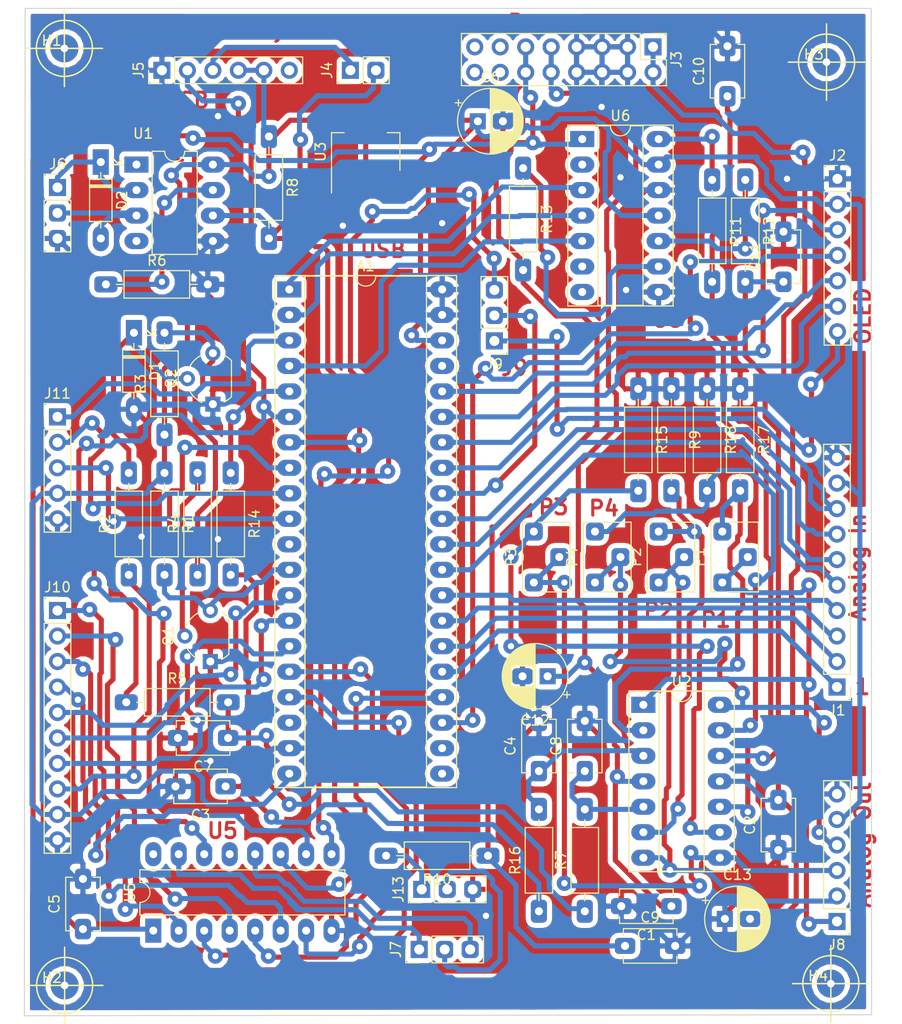
<source format=kicad_pcb>
(kicad_pcb (version 20171130) (host pcbnew "(5.0.2)-1")
  (layers (0 F.Cu signal) (31 B.Cu signal) (34 B.Paste user hide) (35 F.Paste user hide) (36 B.SilkS user hide) (37 F.SilkS user) (38 B.Mask user hide) (39 F.Mask user) (44 Edge.Cuts user))
  (net 0 "")
  (net 1 Out2)
  (net 2 "Net-(A1-Pad21)")
  (net 3 Out3)
  (net 4 "Net-(A1-Pad22)")
  (net 5 OLED-D1)
  (net 6 Out4)
  (net 7 PWMOut)
  (net 8 TxD)
  (net 9 RxD)
  (net 10 PWMOut2)
  (net 11 DT-KY040)
  (net 12 SW-KY040)
  (net 13 CLK-KY040)
  (net 14 ClockIn)
  (net 15 Input1)
  (net 16 OLED-CS)
  (net 17 Input2)
  (net 18 OLED-DC)
  (net 19 Input3)
  (net 20 OLED-D0)
  (net 21 OLED-Res)
  (net 22 Out1)
  (net 23 "Net-(A1-Pad37)")
  (net 24 "Net-(A1-Pad18)")
  (net 25 3.3V)
  (net 26 GND)
  (net 27 +12V)
  (net 28 -12V)
  (net 29 "Net-(C3-Pad1)")
  (net 30 "Net-(C4-Pad1)")
  (net 31 +5V)
  (net 32 "Net-(C7-Pad1)")
  (net 33 "Net-(C8-Pad1)")
  (net 34 "Net-(D1-Pad1)")
  (net 35 "Net-(D2-Pad1)")
  (net 36 "Net-(D2-Pad2)")
  (net 37 "Net-(J3-Pad13)")
  (net 38 "Net-(J3-Pad14)")
  (net 39 "Net-(J3-Pad15)")
  (net 40 "Net-(J3-Pad16)")
  (net 41 "Net-(J5-Pad6)")
  (net 42 "Net-(J7-Pad3)")
  (net 43 "Net-(J13-Pad2)")
  (net 44 "Net-(J7-Pad1)")
  (net 45 O3)
  (net 46 O4)
  (net 47 O1)
  (net 48 O2)
  (net 49 "Net-(J13-Pad1)")
  (net 50 "Net-(P1-Pad1)")
  (net 51 "Net-(P2-Pad1)")
  (net 52 "Net-(Q1-Pad2)")
  (net 53 "Net-(Q2-Pad3)")
  (net 54 "Net-(R6-Pad1)")
  (net 55 "Net-(U1-Pad4)")
  (net 56 "Net-(U1-Pad1)")
  (net 57 DAC_CS)
  (net 58 DAC_SCK)
  (net 59 DAC_SDI)
  (net 60 AnalogIn0)
  (net 61 AnalogIn1)
  (net 62 AnalogIn2)
  (net 63 AnalogIn3)
  (net 64 AnalogIn4)
  (net 65 AnalogIn5)
  (net 66 AnalogIn6)
  (net 67 "Net-(C10-Pad1)")
  (net 68 "Net-(C11-Pad1)")
  (net 69 "Net-(J4-Pad1)")
  (net 70 AnalogOut4)
  (net 71 AnalogOut3)
  (net 72 AnalogOut2)
  (net 73 AnalogOut1)
  (net 74 Trigger)
  (net 75 "Net-(P3-Pad1)")
  (net 76 "Net-(P4-Pad1)")
  (net 77 DAC0)
  (net 78 DAC1)
  (net 79 "Net-(R13-Pad1)")
  (net 80 "Net-(U6-Pad7)")
  (net 81 "Net-(U6-Pad6)")
  (net 82 "Net-(U6-Pad2)")
  (net 83 "Net-(A1-Pad11)")
  (net 84 PA7)
  (net 85 AnalogIn7)
  (net 86 "Net-(U5-Pad9)")
  (module Connector_PinHeader_2.54mm:PinHeader_2x08_P2.54mm_Vertical (layer F.Cu) (at 169.5704 56.2864 270)
    (fp_text reference J3 (at 1.27 -2.33 270) (layer F.SilkS))
    (fp_text value "Power Con")
    (pad 1 thru_hole rect (at 0 0 270) (size 1.7 1.7) (drill 1) (layers *.Cu *.Mask) (net 28 -12V))
    (pad 2 thru_hole oval (at 2.54 0 270) (size 1.7 1.7) (drill 1) (layers *.Cu *.Mask) (net 28 -12V))
    (pad 3 thru_hole oval (at 0 2.54 270) (size 1.7 1.7) (drill 1) (layers *.Cu *.Mask) (net 26 GND))
    (pad 4 thru_hole oval (at 2.54 2.54 270) (size 1.7 1.7) (drill 1) (layers *.Cu *.Mask) (net 26 GND))
    (pad 5 thru_hole oval (at 0 5.08 270) (size 1.7 1.7) (drill 1) (layers *.Cu *.Mask) (net 26 GND))
    (pad 6 thru_hole oval (at 2.54 5.08 270) (size 1.7 1.7) (drill 1) (layers *.Cu *.Mask) (net 26 GND))
    (pad 7 thru_hole oval (at 0 7.62 270) (size 1.7 1.7) (drill 1) (layers *.Cu *.Mask) (net 26 GND))
    (pad 8 thru_hole oval (at 2.54 7.62 270) (size 1.7 1.7) (drill 1) (layers *.Cu *.Mask) (net 26 GND))
    (pad 9 thru_hole oval (at 0 10.16 270) (size 1.7 1.7) (drill 1) (layers *.Cu *.Mask) (net 27 +12V))
    (pad 10 thru_hole oval (at 2.54 10.16 270) (size 1.7 1.7) (drill 1) (layers *.Cu *.Mask) (net 27 +12V))
    (pad 11 thru_hole oval (at 0 12.7 270) (size 1.7 1.7) (drill 1) (layers *.Cu *.Mask) (net 31 +5V))
    (pad 12 thru_hole oval (at 2.54 12.7 270) (size 1.7 1.7) (drill 1) (layers *.Cu *.Mask) (net 31 +5V))
    (pad 13 thru_hole oval (at 0 15.24 270) (size 1.7 1.7) (drill 1) (layers *.Cu *.Mask) (net 37 "Net-(J3-Pad13)"))
    (pad 14 thru_hole oval (at 2.54 15.24 270) (size 1.7 1.7) (drill 1) (layers *.Cu *.Mask) (net 38 "Net-(J3-Pad14)"))
    (pad 15 thru_hole oval (at 0 17.78 270) (size 1.7 1.7) (drill 1) (layers *.Cu *.Mask) (net 39 "Net-(J3-Pad15)"))
    (pad 16 thru_hole oval (at 2.54 17.78 270) (size 1.7 1.7) (drill 1) (layers *.Cu *.Mask) (net 40 "Net-(J3-Pad16)"))
  )
  (module NilsLib:Kondensator_Keramik (layer F.Cu) (at 171.3992 141.9352 180)
    (fp_text reference C1 (at 2.5 -2.85 180) (layer F.SilkS))
    (fp_text value 100n)
    (pad 1 thru_hole roundrect (at 0 0 180) (size 2.032 1.6) (drill 0.8) (layers *.Cu *.Mask) (net 27 +12V))
    (pad 2 thru_hole roundrect (at 5 0 180) (size 2.032 1.6) (drill 0.8) (layers *.Cu *.Mask) (net 26 GND))
  )
  (module Package_DIP:DIP-40_W15.24mm_Socket_LongPads (layer F.Cu) (at 133.2992 80.4672)
    (fp_text reference A1 (at 7.62 -2.33) (layer F.SilkS))
    (fp_text value Blue_Pill)
    (pad 1 thru_hole rect (at 0 0) (size 2.4 1.6) (drill 0.8) (layers *.Cu *.Mask) (net 57 DAC_CS))
    (pad 21 thru_hole oval (at 15.24 48.26) (size 2.4 1.6) (drill 0.8) (layers *.Cu *.Mask) (net 2 "Net-(A1-Pad21)"))
    (pad 2 thru_hole oval (at 0 2.54) (size 2.4 1.6) (drill 0.8) (layers *.Cu *.Mask) (net 58 DAC_SCK))
    (pad 22 thru_hole oval (at 15.24 45.72) (size 2.4 1.6) (drill 0.8) (layers *.Cu *.Mask) (net 4 "Net-(A1-Pad22)"))
    (pad 3 thru_hole oval (at 0 5.08) (size 2.4 1.6) (drill 0.8) (layers *.Cu *.Mask) (net 13 CLK-KY040))
    (pad 23 thru_hole oval (at 15.24 43.18) (size 2.4 1.6) (drill 0.8) (layers *.Cu *.Mask) (net 5 OLED-D1))
    (pad 4 thru_hole oval (at 0 7.62) (size 2.4 1.6) (drill 0.8) (layers *.Cu *.Mask) (net 59 DAC_SDI))
    (pad 24 thru_hole oval (at 15.24 40.64) (size 2.4 1.6) (drill 0.8) (layers *.Cu *.Mask) (net 1 Out2))
    (pad 5 thru_hole oval (at 0 10.16) (size 2.4 1.6) (drill 0.8) (layers *.Cu *.Mask) (net 7 PWMOut))
    (pad 25 thru_hole oval (at 15.24 38.1) (size 2.4 1.6) (drill 0.8) (layers *.Cu *.Mask) (net 60 AnalogIn0))
    (pad 6 thru_hole oval (at 0 12.7) (size 2.4 1.6) (drill 0.8) (layers *.Cu *.Mask) (net 8 TxD))
    (pad 26 thru_hole oval (at 15.24 35.56) (size 2.4 1.6) (drill 0.8) (layers *.Cu *.Mask) (net 61 AnalogIn1))
    (pad 7 thru_hole oval (at 0 15.24) (size 2.4 1.6) (drill 0.8) (layers *.Cu *.Mask) (net 9 RxD))
    (pad 27 thru_hole oval (at 15.24 33.02) (size 2.4 1.6) (drill 0.8) (layers *.Cu *.Mask) (net 62 AnalogIn2))
    (pad 8 thru_hole oval (at 0 17.78) (size 2.4 1.6) (drill 0.8) (layers *.Cu *.Mask) (net 10 PWMOut2))
    (pad 28 thru_hole oval (at 15.24 30.48) (size 2.4 1.6) (drill 0.8) (layers *.Cu *.Mask) (net 63 AnalogIn3))
    (pad 9 thru_hole oval (at 0 20.32) (size 2.4 1.6) (drill 0.8) (layers *.Cu *.Mask) (net 11 DT-KY040))
    (pad 29 thru_hole oval (at 15.24 27.94) (size 2.4 1.6) (drill 0.8) (layers *.Cu *.Mask) (net 64 AnalogIn4))
    (pad 10 thru_hole oval (at 0 22.86) (size 2.4 1.6) (drill 0.8) (layers *.Cu *.Mask) (net 12 SW-KY040))
    (pad 30 thru_hole oval (at 15.24 25.4) (size 2.4 1.6) (drill 0.8) (layers *.Cu *.Mask) (net 65 AnalogIn5))
    (pad 11 thru_hole oval (at 0 25.4) (size 2.4 1.6) (drill 0.8) (layers *.Cu *.Mask) (net 83 "Net-(A1-Pad11)"))
    (pad 31 thru_hole oval (at 15.24 22.86) (size 2.4 1.6) (drill 0.8) (layers *.Cu *.Mask) (net 66 AnalogIn6))
    (pad 12 thru_hole oval (at 0 27.94) (size 2.4 1.6) (drill 0.8) (layers *.Cu *.Mask) (net 14 ClockIn))
    (pad 32 thru_hole oval (at 15.24 20.32) (size 2.4 1.6) (drill 0.8) (layers *.Cu *.Mask) (net 84 PA7))
    (pad 13 thru_hole oval (at 0 30.48) (size 2.4 1.6) (drill 0.8) (layers *.Cu *.Mask) (net 15 Input1))
    (pad 33 thru_hole oval (at 15.24 17.78) (size 2.4 1.6) (drill 0.8) (layers *.Cu *.Mask) (net 16 OLED-CS))
    (pad 14 thru_hole oval (at 0 33.02) (size 2.4 1.6) (drill 0.8) (layers *.Cu *.Mask) (net 17 Input2))
    (pad 34 thru_hole oval (at 15.24 15.24) (size 2.4 1.6) (drill 0.8) (layers *.Cu *.Mask) (net 18 OLED-DC))
    (pad 15 thru_hole oval (at 0 35.56) (size 2.4 1.6) (drill 0.8) (layers *.Cu *.Mask) (net 19 Input3))
    (pad 35 thru_hole oval (at 15.24 12.7) (size 2.4 1.6) (drill 0.8) (layers *.Cu *.Mask) (net 20 OLED-D0))
    (pad 16 thru_hole oval (at 0 38.1) (size 2.4 1.6) (drill 0.8) (layers *.Cu *.Mask) (net 3 Out3))
    (pad 36 thru_hole oval (at 15.24 10.16) (size 2.4 1.6) (drill 0.8) (layers *.Cu *.Mask) (net 21 OLED-Res))
    (pad 17 thru_hole oval (at 0 40.64) (size 2.4 1.6) (drill 0.8) (layers *.Cu *.Mask) (net 22 Out1))
    (pad 37 thru_hole oval (at 15.24 7.62) (size 2.4 1.6) (drill 0.8) (layers *.Cu *.Mask) (net 23 "Net-(A1-Pad37)"))
    (pad 18 thru_hole oval (at 0 43.18) (size 2.4 1.6) (drill 0.8) (layers *.Cu *.Mask) (net 24 "Net-(A1-Pad18)"))
    (pad 38 thru_hole oval (at 15.24 5.08) (size 2.4 1.6) (drill 0.8) (layers *.Cu *.Mask) (net 25 3.3V))
    (pad 19 thru_hole oval (at 0 45.72) (size 2.4 1.6) (drill 0.8) (layers *.Cu *.Mask) (net 26 GND))
    (pad 39 thru_hole oval (at 15.24 2.54) (size 2.4 1.6) (drill 0.8) (layers *.Cu *.Mask) (net 26 GND))
    (pad 20 thru_hole oval (at 0 48.26) (size 2.4 1.6) (drill 0.8) (layers *.Cu *.Mask) (net 25 3.3V))
    (pad 40 thru_hole oval (at 15.24 0) (size 2.4 1.6) (drill 0.8) (layers *.Cu *.Mask) (net 26 GND))
  )
  (module Connector_PinHeader_2.54mm:PinHeader_1x07_P2.54mm_Vertical (layer F.Cu) (at 187.96 69.4436)
    (fp_text reference J2 (at 0 -2.33) (layer F.SilkS))
    (fp_text value "SPI Display Oled")
    (pad 1 thru_hole rect (at 0 0) (size 1.7 1.7) (drill 1) (layers *.Cu *.Mask) (net 26 GND))
    (pad 2 thru_hole oval (at 0 2.54) (size 1.7 1.7) (drill 1) (layers *.Cu *.Mask) (net 25 3.3V))
    (pad 3 thru_hole oval (at 0 5.08) (size 1.7 1.7) (drill 1) (layers *.Cu *.Mask) (net 20 OLED-D0))
    (pad 4 thru_hole oval (at 0 7.62) (size 1.7 1.7) (drill 1) (layers *.Cu *.Mask) (net 5 OLED-D1))
    (pad 5 thru_hole oval (at 0 10.16) (size 1.7 1.7) (drill 1) (layers *.Cu *.Mask) (net 21 OLED-Res))
    (pad 6 thru_hole oval (at 0 12.7) (size 1.7 1.7) (drill 1) (layers *.Cu *.Mask) (net 18 OLED-DC))
    (pad 7 thru_hole oval (at 0 15.24) (size 1.7 1.7) (drill 1) (layers *.Cu *.Mask) (net 16 OLED-CS))
  )
  (module NilsLib:Kondensator_Keramik (layer F.Cu) (at 182.0672 136.3472 90)
    (fp_text reference C2 (at 2.5 -2.85 90) (layer F.SilkS))
    (fp_text value 100n)
    (pad 2 thru_hole roundrect (at 5 0 90) (size 2.032 1.6) (drill 0.8) (layers *.Cu *.Mask) (net 28 -12V))
    (pad 1 thru_hole roundrect (at 0 0 90) (size 2.032 1.6) (drill 0.8) (layers *.Cu *.Mask) (net 26 GND))
  )
  (module NilsLib:Kondensator_Keramik (layer F.Cu) (at 126.9492 129.9972 180)
    (fp_text reference C3 (at 2.5 -2.85 180) (layer F.SilkS))
    (fp_text value 33n)
    (pad 1 thru_hole roundrect (at 0 0 180) (size 2.032 1.6) (drill 0.8) (layers *.Cu *.Mask) (net 29 "Net-(C3-Pad1)"))
    (pad 2 thru_hole roundrect (at 5 0 180) (size 2.032 1.6) (drill 0.8) (layers *.Cu *.Mask) (net 26 GND))
  )
  (module NilsLib:Kondensator_Keramik (layer F.Cu) (at 158.1912 128.4732 90)
    (fp_text reference C4 (at 2.5 -2.85 90) (layer F.SilkS))
    (fp_text value 1n)
    (pad 2 thru_hole roundrect (at 5 0 90) (size 2.032 1.6) (drill 0.8) (layers *.Cu *.Mask) (net 26 GND))
    (pad 1 thru_hole roundrect (at 0 0 90) (size 2.032 1.6) (drill 0.8) (layers *.Cu *.Mask) (net 30 "Net-(C4-Pad1)"))
  )
  (module NilsLib:Kondensator_Keramik (layer F.Cu) (at 112.7252 144.2212 90)
    (fp_text reference C5 (at 2.5 -2.85 90) (layer F.SilkS))
    (fp_text value 100n)
    (pad 2 thru_hole roundrect (at 5 0 90) (size 2.032 1.6) (drill 0.8) (layers *.Cu *.Mask) (net 26 GND))
    (pad 1 thru_hole roundrect (at 0 0 90) (size 2.032 1.6) (drill 0.8) (layers *.Cu *.Mask) (net 31 +5V))
  )
  (module NilsLib:Elko_D6.3mm_P2.50mm (layer F.Cu) (at 152.0952 63.7032)
    (fp_text reference C6 (at 1.25 -4.4) (layer F.SilkS))
    (fp_text value 47u)
    (pad 1 thru_hole rect (at 0 0) (size 1.6 1.6) (drill 0.8) (layers *.Cu *.Mask) (net 25 3.3V))
    (pad 2 thru_hole roundrect (at 2.5 0) (size 2.032 1.6) (drill 0.8) (layers *.Cu *.Mask) (net 26 GND))
  )
  (module NilsLib:Kondensator_Keramik (layer F.Cu) (at 127.2032 125.1712 180)
    (fp_text reference C7 (at 2.5 -2.85 180) (layer F.SilkS))
    (fp_text value 33n)
    (pad 1 thru_hole roundrect (at 0 0 180) (size 2.032 1.6) (drill 0.8) (layers *.Cu *.Mask) (net 32 "Net-(C7-Pad1)"))
    (pad 2 thru_hole roundrect (at 5 0 180) (size 2.032 1.6) (drill 0.8) (layers *.Cu *.Mask) (net 26 GND))
  )
  (module NilsLib:Kondensator_Keramik (layer F.Cu) (at 162.7632 128.4732 90)
    (fp_text reference C8 (at 2.5 -2.85 90) (layer F.SilkS))
    (fp_text value 1n)
    (pad 2 thru_hole roundrect (at 5 0 90) (size 2.032 1.6) (drill 0.8) (layers *.Cu *.Mask) (net 26 GND))
    (pad 1 thru_hole roundrect (at 0 0 90) (size 2.032 1.6) (drill 0.8) (layers *.Cu *.Mask) (net 33 "Net-(C8-Pad1)"))
  )
  (module NilsLib:Kondensator_Keramik (layer F.Cu) (at 166.7764 145.8976)
    (fp_text reference C9 (at 2.5 -2.85) (layer F.SilkS))
    (fp_text value 100n)
    (pad 1 thru_hole roundrect (at 0 0) (size 2.032 1.6) (drill 0.8) (layers *.Cu *.Mask) (net 31 +5V))
    (pad 2 thru_hole roundrect (at 5 0) (size 2.032 1.6) (drill 0.8) (layers *.Cu *.Mask) (net 26 GND))
  )
  (module NilsLib:Kondensator_Keramik (layer F.Cu) (at 176.9872 61.214 90)
    (fp_text reference C10 (at 2.5 -2.85 90) (layer F.SilkS))
    (fp_text value 1n)
    (pad 2 thru_hole roundrect (at 5 0 90) (size 2.032 1.6) (drill 0.8) (layers *.Cu *.Mask) (net 26 GND))
    (pad 1 thru_hole roundrect (at 0 0 90) (size 2.032 1.6) (drill 0.8) (layers *.Cu *.Mask) (net 67 "Net-(C10-Pad1)"))
  )
  (module NilsLib:Kondensator_Keramik (layer F.Cu) (at 182.5752 79.7052 90)
    (fp_text reference C11 (at 2.5 -2.85 90) (layer F.SilkS))
    (fp_text value 1n)
    (pad 1 thru_hole roundrect (at 0 0 90) (size 2.032 1.6) (drill 0.8) (layers *.Cu *.Mask) (net 68 "Net-(C11-Pad1)"))
    (pad 2 thru_hole roundrect (at 5 0 90) (size 2.032 1.6) (drill 0.8) (layers *.Cu *.Mask) (net 26 GND))
  )
  (module NilsLib:Elko_D6.3mm_P2.50mm (layer F.Cu) (at 159.0548 119.0244 180)
    (fp_text reference C12 (at 1.25 -4.4 180) (layer F.SilkS))
    (fp_text value 47u)
    (pad 1 thru_hole rect (at 0 0 180) (size 1.6 1.6) (drill 0.8) (layers *.Cu *.Mask) (net 27 +12V))
    (pad 2 thru_hole roundrect (at 2.5 0 180) (size 2.032 1.6) (drill 0.8) (layers *.Cu *.Mask) (net 26 GND))
  )
  (module NilsLib:Elko_D6.3mm_P2.50mm (layer F.Cu) (at 176.7332 143.2052)
    (fp_text reference C13 (at 1.25 -4.4) (layer F.SilkS))
    (fp_text value 47u)
    (pad 2 thru_hole roundrect (at 2.5 0) (size 2.032 1.6) (drill 0.8) (layers *.Cu *.Mask) (net 28 -12V))
    (pad 1 thru_hole rect (at 0 0) (size 1.6 1.6) (drill 0.8) (layers *.Cu *.Mask) (net 26 GND))
  )
  (module NilsLib:Diode_Horizontal (layer F.Cu) (at 117.8052 84.7852 270)
    (fp_text reference D1 (at 3.81 -2.12 270) (layer F.SilkS))
    (fp_text value 1N4148)
    (fp_text user K (at 0 -1.8 270) (layer F.SilkS))
    (pad 1 thru_hole rect (at 0 0 270) (size 2.54 1.6) (drill 0.8) (layers *.Cu *.Mask) (net 34 "Net-(D1-Pad1)"))
    (pad 2 thru_hole oval (at 7.62 0 270) (size 2.54 1.6) (drill 0.8) (layers *.Cu *.Mask) (net 26 GND))
  )
  (module NilsLib:Diode_Horizontal (layer F.Cu) (at 114.5032 67.7672 270)
    (fp_text reference D2 (at 3.81 -2.12 270) (layer F.SilkS))
    (fp_text value 1N4148)
    (fp_text user K (at 0 -1.8 270) (layer F.SilkS))
    (pad 2 thru_hole oval (at 7.62 0 270) (size 2.54 1.6) (drill 0.8) (layers *.Cu *.Mask) (net 36 "Net-(D2-Pad2)"))
    (pad 1 thru_hole rect (at 0 0 270) (size 2.54 1.6) (drill 0.8) (layers *.Cu *.Mask) (net 35 "Net-(D2-Pad1)"))
  )
  (module Connector_PinHeader_2.54mm:PinHeader_1x10_P2.54mm_Vertical (layer F.Cu) (at 187.9092 120.0912 180)
    (fp_text reference J1 (at 0 -2.33 180) (layer F.SilkS))
    (fp_text value AnalogIn)
    (pad 1 thru_hole rect (at 0 0 180) (size 1.7 1.7) (drill 1) (layers *.Cu *.Mask) (net 60 AnalogIn0))
    (pad 2 thru_hole oval (at 0 2.54 180) (size 1.7 1.7) (drill 1) (layers *.Cu *.Mask) (net 61 AnalogIn1))
    (pad 3 thru_hole oval (at 0 5.08 180) (size 1.7 1.7) (drill 1) (layers *.Cu *.Mask) (net 62 AnalogIn2))
    (pad 4 thru_hole oval (at 0 7.62 180) (size 1.7 1.7) (drill 1) (layers *.Cu *.Mask) (net 63 AnalogIn3))
    (pad 5 thru_hole oval (at 0 10.16 180) (size 1.7 1.7) (drill 1) (layers *.Cu *.Mask) (net 64 AnalogIn4))
    (pad 6 thru_hole oval (at 0 12.7 180) (size 1.7 1.7) (drill 1) (layers *.Cu *.Mask) (net 65 AnalogIn5))
    (pad 7 thru_hole oval (at 0 15.24 180) (size 1.7 1.7) (drill 1) (layers *.Cu *.Mask) (net 66 AnalogIn6))
    (pad 8 thru_hole oval (at 0 17.78 180) (size 1.7 1.7) (drill 1) (layers *.Cu *.Mask) (net 85 AnalogIn7))
    (pad 9 thru_hole oval (at 0 20.32 180) (size 1.7 1.7) (drill 1) (layers *.Cu *.Mask) (net 25 3.3V))
    (pad 10 thru_hole oval (at 0 22.86 180) (size 1.7 1.7) (drill 1) (layers *.Cu *.Mask) (net 26 GND))
  )
  (module NilsLib:Stift_x02 (layer F.Cu) (at 139.3952 58.6232 90)
    (fp_text reference J4 (at 0 -2.33 90) (layer F.SilkS))
    (fp_text value "Programm Jumper")
    (pad 1 thru_hole rect (at 0 0 90) (size 1.7 1.7) (drill 1) (layers *.Cu *.Mask) (net 69 "Net-(J4-Pad1)"))
    (pad 2 thru_hole roundrect (at 0 2.54 90) (size 1.7 1.7) (drill 1) (layers *.Cu *.Mask) (net 9 RxD))
  )
  (module Connector_PinHeader_2.54mm:PinHeader_1x06_P2.54mm_Vertical (layer F.Cu) (at 120.5992 58.6232 90)
    (fp_text reference J5 (at 0 -2.33 90) (layer F.SilkS))
    (fp_text value TTL-USB)
    (pad 1 thru_hole rect (at 0 0 90) (size 1.7 1.7) (drill 1) (layers *.Cu *.Mask) (net 26 GND))
    (pad 2 thru_hole oval (at 0 2.54 90) (size 1.7 1.7) (drill 1) (layers *.Cu *.Mask) (net 8 TxD))
    (pad 3 thru_hole oval (at 0 5.08 90) (size 1.7 1.7) (drill 1) (layers *.Cu *.Mask) (net 69 "Net-(J4-Pad1)"))
    (pad 4 thru_hole oval (at 0 7.62 90) (size 1.7 1.7) (drill 1) (layers *.Cu *.Mask) (net 25 3.3V))
    (pad 5 thru_hole oval (at 0 10.16 90) (size 1.7 1.7) (drill 1) (layers *.Cu *.Mask) (net 25 3.3V))
    (pad 6 thru_hole oval (at 0 12.7 90) (size 1.7 1.7) (drill 1) (layers *.Cu *.Mask) (net 41 "Net-(J5-Pad6)"))
  )
  (module NilsLib:Stift_0x3 (layer F.Cu) (at 110.1852 70.3072)
    (fp_text reference J6 (at 0 -2.33) (layer F.SilkS))
    (fp_text value "Midi In")
    (pad 1 thru_hole rect (at 0 0) (size 1.7 1.7) (drill 1) (layers *.Cu *.Mask) (net 35 "Net-(D2-Pad1)"))
    (pad 2 thru_hole roundrect (at 0 2.54) (size 1.7 1.7) (drill 1) (layers *.Cu *.Mask) (net 36 "Net-(D2-Pad2)"))
    (pad 3 thru_hole roundrect (at 0 5.08) (size 1.7 1.7) (drill 1) (layers *.Cu *.Mask) (net 26 GND))
  )
  (module NilsLib:Stift_0x3 (layer F.Cu) (at 146.2532 146.2532 90)
    (fp_text reference J7 (at 0 -2.33 90) (layer F.SilkS))
    (fp_text value Midi-OUT-Through)
    (pad 3 thru_hole roundrect (at 0 5.08 90) (size 1.7 1.7) (drill 1) (layers *.Cu *.Mask) (net 42 "Net-(J7-Pad3)"))
    (pad 2 thru_hole roundrect (at 0 2.54 90) (size 1.7 1.7) (drill 1) (layers *.Cu *.Mask) (net 43 "Net-(J13-Pad2)"))
    (pad 1 thru_hole rect (at 0 0 90) (size 1.7 1.7) (drill 1) (layers *.Cu *.Mask) (net 44 "Net-(J7-Pad1)"))
  )
  (module Connector_PinHeader_2.54mm:PinHeader_1x06_P2.54mm_Vertical (layer F.Cu) (at 187.9092 143.4592 180)
    (fp_text reference J8 (at 0 -2.33 180) (layer F.SilkS))
    (fp_text value "Analog Out")
    (pad 6 thru_hole oval (at 0 12.7 180) (size 1.7 1.7) (drill 1) (layers *.Cu *.Mask) (net 26 GND))
    (pad 5 thru_hole oval (at 0 10.16 180) (size 1.7 1.7) (drill 1) (layers *.Cu *.Mask) (net 25 3.3V))
    (pad 4 thru_hole oval (at 0 7.62 180) (size 1.7 1.7) (drill 1) (layers *.Cu *.Mask) (net 70 AnalogOut4))
    (pad 3 thru_hole oval (at 0 5.08 180) (size 1.7 1.7) (drill 1) (layers *.Cu *.Mask) (net 71 AnalogOut3))
    (pad 2 thru_hole oval (at 0 2.54 180) (size 1.7 1.7) (drill 1) (layers *.Cu *.Mask) (net 72 AnalogOut2))
    (pad 1 thru_hole rect (at 0 0 180) (size 1.7 1.7) (drill 1) (layers *.Cu *.Mask) (net 73 AnalogOut1))
  )
  (module Connector_PinHeader_2.54mm:PinHeader_1x10_P2.54mm_Vertical (layer F.Cu) (at 110.1852 112.4712)
    (fp_text reference J10 (at 0 -2.33) (layer F.SilkS))
    (fp_text value Digital)
    (pad 10 thru_hole oval (at 0 22.86) (size 1.7 1.7) (drill 1) (layers *.Cu *.Mask) (net 26 GND))
    (pad 9 thru_hole oval (at 0 20.32) (size 1.7 1.7) (drill 1) (layers *.Cu *.Mask) (net 25 3.3V))
    (pad 8 thru_hole oval (at 0 17.78) (size 1.7 1.7) (drill 1) (layers *.Cu *.Mask) (net 74 Trigger))
    (pad 7 thru_hole oval (at 0 15.24) (size 1.7 1.7) (drill 1) (layers *.Cu *.Mask) (net 19 Input3))
    (pad 6 thru_hole oval (at 0 12.7) (size 1.7 1.7) (drill 1) (layers *.Cu *.Mask) (net 17 Input2))
    (pad 5 thru_hole oval (at 0 10.16) (size 1.7 1.7) (drill 1) (layers *.Cu *.Mask) (net 15 Input1))
    (pad 4 thru_hole oval (at 0 7.62) (size 1.7 1.7) (drill 1) (layers *.Cu *.Mask) (net 46 O4))
    (pad 3 thru_hole oval (at 0 5.08) (size 1.7 1.7) (drill 1) (layers *.Cu *.Mask) (net 45 O3))
    (pad 2 thru_hole oval (at 0 2.54) (size 1.7 1.7) (drill 1) (layers *.Cu *.Mask) (net 48 O2))
    (pad 1 thru_hole rect (at 0 0) (size 1.7 1.7) (drill 1) (layers *.Cu *.Mask) (net 47 O1))
  )
  (module Connector_PinHeader_2.54mm:PinHeader_1x05_P2.54mm_Vertical (layer F.Cu) (at 110.1852 93.1672)
    (fp_text reference J11 (at 0 -2.33) (layer F.SilkS))
    (fp_text value Encoder)
    (pad 1 thru_hole rect (at 0 0) (size 1.7 1.7) (drill 1) (layers *.Cu *.Mask) (net 13 CLK-KY040))
    (pad 2 thru_hole oval (at 0 2.54) (size 1.7 1.7) (drill 1) (layers *.Cu *.Mask) (net 11 DT-KY040))
    (pad 3 thru_hole oval (at 0 5.08) (size 1.7 1.7) (drill 1) (layers *.Cu *.Mask) (net 12 SW-KY040))
    (pad 4 thru_hole oval (at 0 7.62) (size 1.7 1.7) (drill 1) (layers *.Cu *.Mask) (net 25 3.3V))
    (pad 5 thru_hole oval (at 0 10.16) (size 1.7 1.7) (drill 1) (layers *.Cu *.Mask) (net 26 GND))
  )
  (module NilsLib:Stift_0x3 (layer F.Cu) (at 146.5072 140.2588 90)
    (fp_text reference J13 (at 0 -2.33 90) (layer F.SilkS))
    (fp_text value "Midi Out")
    (pad 1 thru_hole rect (at 0 0 90) (size 1.7 1.7) (drill 1) (layers *.Cu *.Mask) (net 49 "Net-(J13-Pad1)"))
    (pad 2 thru_hole roundrect (at 0 2.54 90) (size 1.7 1.7) (drill 1) (layers *.Cu *.Mask) (net 43 "Net-(J13-Pad2)"))
    (pad 3 thru_hole roundrect (at 0 5.08 90) (size 1.7 1.7) (drill 1) (layers *.Cu *.Mask) (net 26 GND))
  )
  (module NilsLib:Trimmer_Vertical (layer F.Cu) (at 176.4792 104.5972 90)
    (fp_text reference P1 (at -2.54 -2.27 90) (layer F.SilkS))
    (fp_text value 20k)
    (pad 3 thru_hole roundrect (at -5.08 0 90) (size 1.778 1.778) (drill 0.8) (layers *.Cu *.Mask) (net 73 AnalogOut1))
    (pad 2 thru_hole roundrect (at -2.54 2.54 90) (size 1.778 1.778) (drill 0.8) (layers *.Cu *.Mask) (net 73 AnalogOut1))
    (pad 1 thru_hole roundrect (at 0 0 90) (size 1.778 1.778) (drill 0.8) (layers *.Cu *.Mask) (net 50 "Net-(P1-Pad1)"))
  )
  (module NilsLib:Trimmer_Vertical (layer F.Cu) (at 170.1292 104.5972 90)
    (fp_text reference P2 (at -2.54 -2.27 90) (layer F.SilkS))
    (fp_text value 20k)
    (pad 1 thru_hole roundrect (at 0 0 90) (size 1.778 1.778) (drill 0.8) (layers *.Cu *.Mask) (net 51 "Net-(P2-Pad1)"))
    (pad 2 thru_hole roundrect (at -2.54 2.54 90) (size 1.778 1.778) (drill 0.8) (layers *.Cu *.Mask) (net 72 AnalogOut2))
    (pad 3 thru_hole roundrect (at -5.08 0 90) (size 1.778 1.778) (drill 0.8) (layers *.Cu *.Mask) (net 72 AnalogOut2))
  )
  (module NilsLib:Trimmer_Vertical (layer F.Cu) (at 157.6832 104.5972 90)
    (fp_text reference P3 (at -2.54 -2.27 90) (layer F.SilkS))
    (fp_text value 47k)
    (pad 1 thru_hole roundrect (at 0 0 90) (size 1.778 1.778) (drill 0.8) (layers *.Cu *.Mask) (net 75 "Net-(P3-Pad1)"))
    (pad 2 thru_hole roundrect (at -2.54 2.54 90) (size 1.778 1.778) (drill 0.8) (layers *.Cu *.Mask) (net 71 AnalogOut3))
    (pad 3 thru_hole roundrect (at -5.08 0 90) (size 1.778 1.778) (drill 0.8) (layers *.Cu *.Mask) (net 71 AnalogOut3))
  )
  (module NilsLib:Trimmer_Vertical (layer F.Cu) (at 163.7792 104.5972 90)
    (fp_text reference P4 (at -2.54 -2.27 90) (layer F.SilkS))
    (fp_text value 47k)
    (pad 3 thru_hole roundrect (at -5.08 0 90) (size 1.778 1.778) (drill 0.8) (layers *.Cu *.Mask) (net 70 AnalogOut4))
    (pad 2 thru_hole roundrect (at -2.54 2.54 90) (size 1.778 1.778) (drill 0.8) (layers *.Cu *.Mask) (net 70 AnalogOut4))
    (pad 1 thru_hole roundrect (at 0 0 90) (size 1.778 1.778) (drill 0.8) (layers *.Cu *.Mask) (net 76 "Net-(P4-Pad1)"))
  )
  (module Package_TO_SOT_THT:TO-92_Wide (layer F.Cu) (at 125.4252 117.5512 90)
    (fp_text reference Q1 (at 2.55 -4.19 90) (layer F.SilkS))
    (fp_text value 2N3904)
    (pad 2 thru_hole circle (at 2.54 -2.54 180) (size 1.5 1.5) (drill 0.8) (layers *.Cu *.Mask) (net 52 "Net-(Q1-Pad2)"))
    (pad 3 thru_hole circle (at 5.08 0 180) (size 1.5 1.5) (drill 0.8) (layers *.Cu *.Mask) (net 14 ClockIn))
    (pad 1 thru_hole rect (at 0 0 180) (size 1.5 1.5) (drill 0.8) (layers *.Cu *.Mask) (net 26 GND))
  )
  (module Package_TO_SOT_THT:TO-92_Wide (layer F.Cu) (at 125.6792 91.8972 90)
    (fp_text reference Q2 (at 2.55 -4.19 90) (layer F.SilkS))
    (fp_text value 2N3904)
    (pad 1 thru_hole rect (at 0 0 180) (size 1.5 1.5) (drill 0.8) (layers *.Cu *.Mask) (net 26 GND))
    (pad 3 thru_hole circle (at 5.08 0 180) (size 1.5 1.5) (drill 0.8) (layers *.Cu *.Mask) (net 53 "Net-(Q2-Pad3)"))
    (pad 2 thru_hole circle (at 2.54 -2.54 180) (size 1.5 1.5) (drill 0.8) (layers *.Cu *.Mask) (net 34 "Net-(D1-Pad1)"))
  )
  (module NilsLib:Widerstand_liegend (layer F.Cu) (at 120.8532 98.7552 270)
    (fp_text reference R1 (at 5.08 -2.37 270) (layer F.SilkS))
    (fp_text value 4.7k)
    (pad 2 thru_hole roundrect (at 10.16 0 270) (size 2.286 1.6) (drill 0.8) (layers *.Cu *.Mask) (net 14 ClockIn))
    (pad 1 thru_hole roundrect (at 0 0 270) (size 2.286 1.6) (drill 0.8) (layers *.Cu *.Mask) (net 25 3.3V))
  )
  (module NilsLib:Widerstand_liegend (layer F.Cu) (at 117.2972 108.9152 90)
    (fp_text reference R2 (at 5.08 -2.37 90) (layer F.SilkS))
    (fp_text value 10k)
    (pad 1 thru_hole roundrect (at 0 0 90) (size 2.286 1.6) (drill 0.8) (layers *.Cu *.Mask) (net 74 Trigger))
    (pad 2 thru_hole roundrect (at 10.16 0 90) (size 2.286 1.6) (drill 0.8) (layers *.Cu *.Mask) (net 34 "Net-(D1-Pad1)"))
  )
  (module NilsLib:Widerstand_liegend (layer F.Cu) (at 120.8532 94.9452 90)
    (fp_text reference R3 (at 5.08 -2.37 90) (layer F.SilkS))
    (fp_text value 4.7k)
    (pad 1 thru_hole roundrect (at 0 0 90) (size 2.286 1.6) (drill 0.8) (layers *.Cu *.Mask) (net 25 3.3V))
    (pad 2 thru_hole roundrect (at 10.16 0 90) (size 2.286 1.6) (drill 0.8) (layers *.Cu *.Mask) (net 53 "Net-(Q2-Pad3)"))
  )
  (module NilsLib:Widerstand_liegend (layer F.Cu) (at 124.1552 108.9152 90)
    (fp_text reference R4 (at 5.08 -2.37 90) (layer F.SilkS))
    (fp_text value 22k)
    (pad 2 thru_hole roundrect (at 10.16 0 90) (size 2.286 1.6) (drill 0.8) (layers *.Cu *.Mask) (net 52 "Net-(Q1-Pad2)"))
    (pad 1 thru_hole roundrect (at 0 0 90) (size 2.286 1.6) (drill 0.8) (layers *.Cu *.Mask) (net 53 "Net-(Q2-Pad3)"))
  )
  (module NilsLib:Widerstand_liegend (layer F.Cu) (at 117.0432 121.6152)
    (fp_text reference R5 (at 5.08 -2.37) (layer F.SilkS))
    (fp_text value 2,2k)
    (pad 2 thru_hole roundrect (at 10.16 0) (size 2.286 1.6) (drill 0.8) (layers *.Cu *.Mask) (net 32 "Net-(C7-Pad1)"))
    (pad 1 thru_hole roundrect (at 0 0) (size 2.286 1.6) (drill 0.8) (layers *.Cu *.Mask) (net 10 PWMOut2))
  )
  (module NilsLib:Widerstand_liegend (layer F.Cu) (at 115.0112 79.9592)
    (fp_text reference R6 (at 5.08 -2.37) (layer F.SilkS))
    (fp_text value 3.3k)
    (pad 1 thru_hole roundrect (at 0 0) (size 2.286 1.6) (drill 0.8) (layers *.Cu *.Mask) (net 54 "Net-(R6-Pad1)"))
    (pad 2 thru_hole roundrect (at 10.16 0) (size 2.286 1.6) (drill 0.8) (layers *.Cu *.Mask) (net 26 GND))
  )
  (module NilsLib:Widerstand_liegend (layer F.Cu) (at 162.7632 142.4432 90)
    (fp_text reference R7 (at 5.08 -2.37 90) (layer F.SilkS))
    (fp_text value 10k)
    (pad 2 thru_hole roundrect (at 10.16 0 90) (size 2.286 1.6) (drill 0.8) (layers *.Cu *.Mask) (net 33 "Net-(C8-Pad1)"))
    (pad 1 thru_hole roundrect (at 0 0 90) (size 2.286 1.6) (drill 0.8) (layers *.Cu *.Mask) (net 32 "Net-(C7-Pad1)"))
  )
  (module NilsLib:Widerstand_liegend (layer F.Cu) (at 131.2672 65.2272 270)
    (fp_text reference R8 (at 5.08 -2.37 270) (layer F.SilkS))
    (fp_text value 1k)
    (pad 1 thru_hole roundrect (at 0 0 270) (size 2.286 1.6) (drill 0.8) (layers *.Cu *.Mask) (net 25 3.3V))
    (pad 2 thru_hole roundrect (at 10.16 0 270) (size 2.286 1.6) (drill 0.8) (layers *.Cu *.Mask) (net 9 RxD))
  )
  (module NilsLib:Widerstand_liegend (layer F.Cu) (at 171.3992 90.3732 270)
    (fp_text reference R9 (at 5.08 -2.37 270) (layer F.SilkS))
    (fp_text value 10k)
    (pad 2 thru_hole roundrect (at 10.16 0 270) (size 2.286 1.6) (drill 0.8) (layers *.Cu *.Mask) (net 51 "Net-(P2-Pad1)"))
    (pad 1 thru_hole roundrect (at 0 0 270) (size 2.286 1.6) (drill 0.8) (layers *.Cu *.Mask) (net 26 GND))
  )
  (module NilsLib:Widerstand_liegend (layer F.Cu) (at 153.1112 136.906 180)
    (fp_text reference R10 (at 5.08 -2.37 180) (layer F.SilkS))
    (fp_text value 220)
    (pad 1 thru_hole roundrect (at 0 0 180) (size 2.286 1.6) (drill 0.8) (layers *.Cu *.Mask) (net 31 +5V))
    (pad 2 thru_hole roundrect (at 10.16 0 180) (size 2.286 1.6) (drill 0.8) (layers *.Cu *.Mask) (net 49 "Net-(J13-Pad1)"))
  )
  (module NilsLib:Widerstand_liegend (layer F.Cu) (at 175.4632 69.5452 270)
    (fp_text reference R11 (at 5.08 -2.37 270) (layer F.SilkS))
    (fp_text value 10k)
    (pad 1 thru_hole roundrect (at 0 0 270) (size 2.286 1.6) (drill 0.8) (layers *.Cu *.Mask) (net 77 DAC0))
    (pad 2 thru_hole roundrect (at 10.16 0 270) (size 2.286 1.6) (drill 0.8) (layers *.Cu *.Mask) (net 67 "Net-(C10-Pad1)"))
  )
  (module NilsLib:Widerstand_liegend (layer F.Cu) (at 178.7652 69.5452 270)
    (fp_text reference R12 (at 5.08 -2.37 270) (layer F.SilkS))
    (fp_text value 10k)
    (pad 2 thru_hole roundrect (at 10.16 0 270) (size 2.286 1.6) (drill 0.8) (layers *.Cu *.Mask) (net 68 "Net-(C11-Pad1)"))
    (pad 1 thru_hole roundrect (at 0 0 270) (size 2.286 1.6) (drill 0.8) (layers *.Cu *.Mask) (net 78 DAC1))
  )
  (module NilsLib:Widerstand_liegend (layer F.Cu) (at 156.6164 68.3768 270)
    (fp_text reference R13 (at 5.08 -2.37 270) (layer F.SilkS))
    (fp_text value 10k)
    (pad 1 thru_hole roundrect (at 0 0 270) (size 2.286 1.6) (drill 0.8) (layers *.Cu *.Mask) (net 79 "Net-(R13-Pad1)"))
    (pad 2 thru_hole roundrect (at 10.16 0 270) (size 2.286 1.6) (drill 0.8) (layers *.Cu *.Mask) (net 31 +5V))
  )
  (module NilsLib:Widerstand_liegend (layer F.Cu) (at 127.4572 98.7552 270)
    (fp_text reference R14 (at 5.08 -2.37 270) (layer F.SilkS))
    (fp_text value 2,2k)
    (pad 2 thru_hole roundrect (at 10.16 0 270) (size 2.286 1.6) (drill 0.8) (layers *.Cu *.Mask) (net 29 "Net-(C3-Pad1)"))
    (pad 1 thru_hole roundrect (at 0 0 270) (size 2.286 1.6) (drill 0.8) (layers *.Cu *.Mask) (net 7 PWMOut))
  )
  (module NilsLib:Widerstand_liegend (layer F.Cu) (at 168.0972 90.3732 270)
    (fp_text reference R15 (at 5.08 -2.37 270) (layer F.SilkS))
    (fp_text value 10k)
    (pad 2 thru_hole roundrect (at 10.16 0 270) (size 2.286 1.6) (drill 0.8) (layers *.Cu *.Mask) (net 75 "Net-(P3-Pad1)"))
    (pad 1 thru_hole roundrect (at 0 0 270) (size 2.286 1.6) (drill 0.8) (layers *.Cu *.Mask) (net 26 GND))
  )
  (module NilsLib:Widerstand_liegend (layer F.Cu) (at 158.1912 142.4432 90)
    (fp_text reference R16 (at 5.08 -2.37 90) (layer F.SilkS))
    (fp_text value 10k)
    (pad 1 thru_hole roundrect (at 0 0 90) (size 2.286 1.6) (drill 0.8) (layers *.Cu *.Mask) (net 29 "Net-(C3-Pad1)"))
    (pad 2 thru_hole roundrect (at 10.16 0 90) (size 2.286 1.6) (drill 0.8) (layers *.Cu *.Mask) (net 30 "Net-(C4-Pad1)"))
  )
  (module NilsLib:Widerstand_liegend (layer F.Cu) (at 178.2572 90.3732 270)
    (fp_text reference R17 (at 5.08 -2.37 270) (layer F.SilkS))
    (fp_text value 10k)
    (pad 2 thru_hole roundrect (at 10.16 0 270) (size 2.286 1.6) (drill 0.8) (layers *.Cu *.Mask) (net 50 "Net-(P1-Pad1)"))
    (pad 1 thru_hole roundrect (at 0 0 270) (size 2.286 1.6) (drill 0.8) (layers *.Cu *.Mask) (net 26 GND))
  )
  (module NilsLib:Widerstand_liegend (layer F.Cu) (at 174.9552 90.3732 270)
    (fp_text reference R18 (at 5.08 -2.37 270) (layer F.SilkS))
    (fp_text value 10k)
    (pad 1 thru_hole roundrect (at 0 0 270) (size 2.286 1.6) (drill 0.8) (layers *.Cu *.Mask) (net 26 GND))
    (pad 2 thru_hole roundrect (at 10.16 0 270) (size 2.286 1.6) (drill 0.8) (layers *.Cu *.Mask) (net 76 "Net-(P4-Pad1)"))
  )
  (module Package_DIP:DIP-8_W7.62mm_LongPads (layer F.Cu) (at 118.0592 68.0212)
    (fp_text reference U1 (at 0.6604 -3.0988) (layer F.SilkS))
    (fp_text value 6N138)
    (pad 1 thru_hole rect (at 0 0) (size 2.4 1.6) (drill 0.8) (layers *.Cu *.Mask) (net 56 "Net-(U1-Pad1)"))
    (pad 5 thru_hole oval (at 7.62 7.62) (size 2.4 1.6) (drill 0.8) (layers *.Cu *.Mask) (net 26 GND))
    (pad 2 thru_hole oval (at 0 2.54) (size 2.4 1.6) (drill 0.8) (layers *.Cu *.Mask) (net 35 "Net-(D2-Pad1)"))
    (pad 6 thru_hole oval (at 7.62 5.08) (size 2.4 1.6) (drill 0.8) (layers *.Cu *.Mask) (net 9 RxD))
    (pad 3 thru_hole oval (at 0 5.08) (size 2.4 1.6) (drill 0.8) (layers *.Cu *.Mask) (net 36 "Net-(D2-Pad2)"))
    (pad 7 thru_hole oval (at 7.62 2.54) (size 2.4 1.6) (drill 0.8) (layers *.Cu *.Mask) (net 54 "Net-(R6-Pad1)"))
    (pad 4 thru_hole oval (at 0 7.62) (size 2.4 1.6) (drill 0.8) (layers *.Cu *.Mask) (net 55 "Net-(U1-Pad4)"))
    (pad 8 thru_hole oval (at 7.62 0) (size 2.4 1.6) (drill 0.8) (layers *.Cu *.Mask) (net 25 3.3V))
  )
  (module Package_DIP:DIP-14_W7.62mm_Socket_LongPads (layer F.Cu) (at 168.6052 121.8692)
    (fp_text reference U2 (at 3.81 -2.33) (layer F.SilkS))
    (fp_text value TL074)
    (pad 1 thru_hole rect (at 0 0) (size 2.4 1.6) (drill 0.8) (layers *.Cu *.Mask) (net 73 AnalogOut1))
    (pad 8 thru_hole oval (at 7.62 15.24) (size 2.4 1.6) (drill 0.8) (layers *.Cu *.Mask) (net 71 AnalogOut3))
    (pad 2 thru_hole oval (at 0 2.54) (size 2.4 1.6) (drill 0.8) (layers *.Cu *.Mask) (net 50 "Net-(P1-Pad1)"))
    (pad 9 thru_hole oval (at 7.62 12.7) (size 2.4 1.6) (drill 0.8) (layers *.Cu *.Mask) (net 75 "Net-(P3-Pad1)"))
    (pad 3 thru_hole oval (at 0 5.08) (size 2.4 1.6) (drill 0.8) (layers *.Cu *.Mask) (net 30 "Net-(C4-Pad1)"))
    (pad 10 thru_hole oval (at 7.62 10.16) (size 2.4 1.6) (drill 0.8) (layers *.Cu *.Mask) (net 67 "Net-(C10-Pad1)"))
    (pad 4 thru_hole oval (at 0 7.62) (size 2.4 1.6) (drill 0.8) (layers *.Cu *.Mask) (net 27 +12V))
    (pad 11 thru_hole oval (at 7.62 7.62) (size 2.4 1.6) (drill 0.8) (layers *.Cu *.Mask) (net 28 -12V))
    (pad 5 thru_hole oval (at 0 10.16) (size 2.4 1.6) (drill 0.8) (layers *.Cu *.Mask) (net 33 "Net-(C8-Pad1)"))
    (pad 12 thru_hole oval (at 7.62 5.08) (size 2.4 1.6) (drill 0.8) (layers *.Cu *.Mask) (net 68 "Net-(C11-Pad1)"))
    (pad 6 thru_hole oval (at 0 12.7) (size 2.4 1.6) (drill 0.8) (layers *.Cu *.Mask) (net 51 "Net-(P2-Pad1)"))
    (pad 13 thru_hole oval (at 7.62 2.54) (size 2.4 1.6) (drill 0.8) (layers *.Cu *.Mask) (net 76 "Net-(P4-Pad1)"))
    (pad 7 thru_hole oval (at 0 15.24) (size 2.4 1.6) (drill 0.8) (layers *.Cu *.Mask) (net 72 AnalogOut2))
    (pad 14 thru_hole oval (at 7.62 0) (size 2.4 1.6) (drill 0.8) (layers *.Cu *.Mask) (net 70 AnalogOut4))
  )
  (module ASM1117:SOT-223-3Lead_TabPin2 (layer F.Cu) (at 140.9192 66.7512 90)
    (fp_text reference U3 (at 0 -4.5 90) (layer F.SilkS))
    (fp_text value AMS1117-3.3)
    (pad 2 smd rect (at 3.15 0 90) (size 2 3.8) (layers F.Cu F.Paste F.Mask) (net 25 3.3V))
    (pad 2 smd rect (at -3.15 0 90) (size 2 1.5) (layers F.Cu F.Paste F.Mask) (net 25 3.3V))
    (pad 3 smd rect (at -3.15 2.3 90) (size 2 1.5) (layers F.Cu F.Paste F.Mask) (net 31 +5V))
    (pad 1 smd rect (at -3.15 -2.3 90) (size 2 1.5) (layers F.Cu F.Paste F.Mask) (net 26 GND))
  )
  (module Package_DIP:DIP-16_W7.62mm_LongPads (layer F.Cu) (at 119.7356 144.3736 90)
    (fp_text reference U5 (at 3.81 -2.33 90) (layer F.SilkS))
    (fp_text value 4050)
    (pad 1 thru_hole rect (at 0 0 90) (size 2.4 1.6) (drill 0.8) (layers *.Cu *.Mask) (net 31 +5V))
    (pad 9 thru_hole oval (at 7.62 17.78 90) (size 2.4 1.6) (drill 0.8) (layers *.Cu *.Mask) (net 86 "Net-(U5-Pad9)"))
    (pad 2 thru_hole oval (at 0 2.54 90) (size 2.4 1.6) (drill 0.8) (layers *.Cu *.Mask) (net 47 O1))
    (pad 10 thru_hole oval (at 7.62 15.24 90) (size 2.4 1.6) (drill 0.8) (layers *.Cu *.Mask) (net 46 O4))
    (pad 3 thru_hole oval (at 0 5.08 90) (size 2.4 1.6) (drill 0.8) (layers *.Cu *.Mask) (net 22 Out1))
    (pad 11 thru_hole oval (at 7.62 12.7 90) (size 2.4 1.6) (drill 0.8) (layers *.Cu *.Mask) (net 9 RxD))
    (pad 4 thru_hole oval (at 0 7.62 90) (size 2.4 1.6) (drill 0.8) (layers *.Cu *.Mask) (net 48 O2))
    (pad 12 thru_hole oval (at 7.62 10.16 90) (size 2.4 1.6) (drill 0.8) (layers *.Cu *.Mask) (net 42 "Net-(J7-Pad3)"))
    (pad 5 thru_hole oval (at 0 10.16 90) (size 2.4 1.6) (drill 0.8) (layers *.Cu *.Mask) (net 1 Out2))
    (pad 13 thru_hole oval (at 7.62 7.62 90) (size 2.4 1.6) (drill 0.8) (layers *.Cu *.Mask))
    (pad 6 thru_hole oval (at 0 12.7 90) (size 2.4 1.6) (drill 0.8) (layers *.Cu *.Mask) (net 45 O3))
    (pad 14 thru_hole oval (at 7.62 5.08 90) (size 2.4 1.6) (drill 0.8) (layers *.Cu *.Mask) (net 8 TxD))
    (pad 7 thru_hole oval (at 0 15.24 90) (size 2.4 1.6) (drill 0.8) (layers *.Cu *.Mask) (net 3 Out3))
    (pad 15 thru_hole oval (at 7.62 2.54 90) (size 2.4 1.6) (drill 0.8) (layers *.Cu *.Mask) (net 44 "Net-(J7-Pad1)"))
    (pad 8 thru_hole oval (at 0 17.78 90) (size 2.4 1.6) (drill 0.8) (layers *.Cu *.Mask) (net 26 GND))
    (pad 16 thru_hole oval (at 7.62 0 90) (size 2.4 1.6) (drill 0.8) (layers *.Cu *.Mask))
  )
  (module Package_DIP:DIP-14_W7.62mm_Socket_LongPads (layer F.Cu) (at 162.5092 65.4812)
    (fp_text reference U6 (at 3.81 -2.33) (layer F.SilkS))
    (fp_text value MCP4922)
    (pad 14 thru_hole oval (at 7.62 0) (size 2.4 1.6) (drill 0.8) (layers *.Cu *.Mask) (net 77 DAC0))
    (pad 7 thru_hole oval (at 0 15.24) (size 2.4 1.6) (drill 0.8) (layers *.Cu *.Mask) (net 80 "Net-(U6-Pad7)"))
    (pad 13 thru_hole oval (at 7.62 2.54) (size 2.4 1.6) (drill 0.8) (layers *.Cu *.Mask) (net 25 3.3V))
    (pad 6 thru_hole oval (at 0 12.7) (size 2.4 1.6) (drill 0.8) (layers *.Cu *.Mask) (net 81 "Net-(U6-Pad6)"))
    (pad 12 thru_hole oval (at 7.62 5.08) (size 2.4 1.6) (drill 0.8) (layers *.Cu *.Mask) (net 26 GND))
    (pad 5 thru_hole oval (at 0 10.16) (size 2.4 1.6) (drill 0.8) (layers *.Cu *.Mask) (net 59 DAC_SDI))
    (pad 11 thru_hole oval (at 7.62 7.62) (size 2.4 1.6) (drill 0.8) (layers *.Cu *.Mask) (net 25 3.3V))
    (pad 4 thru_hole oval (at 0 7.62) (size 2.4 1.6) (drill 0.8) (layers *.Cu *.Mask) (net 58 DAC_SCK))
    (pad 10 thru_hole oval (at 7.62 10.16) (size 2.4 1.6) (drill 0.8) (layers *.Cu *.Mask) (net 78 DAC1))
    (pad 3 thru_hole oval (at 0 5.08) (size 2.4 1.6) (drill 0.8) (layers *.Cu *.Mask) (net 57 DAC_CS))
    (pad 9 thru_hole oval (at 7.62 12.7) (size 2.4 1.6) (drill 0.8) (layers *.Cu *.Mask) (net 79 "Net-(R13-Pad1)"))
    (pad 2 thru_hole oval (at 0 2.54) (size 2.4 1.6) (drill 0.8) (layers *.Cu *.Mask) (net 82 "Net-(U6-Pad2)"))
    (pad 8 thru_hole oval (at 7.62 15.24) (size 2.4 1.6) (drill 0.8) (layers *.Cu *.Mask) (net 26 GND))
    (pad 1 thru_hole rect (at 0 0) (size 2.4 1.6) (drill 0.8) (layers *.Cu *.Mask) (net 31 +5V))
  )
  (module NilsLib:MountHole (layer F.Cu) (at 109.601 55.1688)
    (fp_text reference H1 (at 0 0.5) (layer F.SilkS))
    (fp_text value MountingHole)
    (pad 1 thru_hole circle (at 1.27 1.27) (size 2.794 2.794) (drill 0.762) (layers *.Cu *.Mask))
  )
  (module NilsLib:MountHole (layer F.Cu) (at 109.6264 148.5646)
    (fp_text reference H2 (at 0 0.5) (layer F.SilkS))
    (fp_text value MountingHole)
    (pad 1 thru_hole circle (at 1.27 1.27) (size 2.794 2.794) (drill 0.762) (layers *.Cu *.Mask))
  )
  (module NilsLib:MountHole (layer F.Cu) (at 185.5978 56.5404)
    (fp_text reference H3 (at 0 0.5) (layer F.SilkS))
    (fp_text value MountingHole)
    (pad 1 thru_hole circle (at 1.27 1.27) (size 2.794 2.794) (drill 0.762) (layers *.Cu *.Mask))
  )
  (module NilsLib:MountHole (layer F.Cu) (at 186.0296 148.3868)
    (fp_text reference H4 (at 0 0.5) (layer F.SilkS))
    (fp_text value MountingHole)
    (pad 1 thru_hole circle (at 1.27 1.27) (size 2.794 2.794) (drill 0.762) (layers *.Cu *.Mask))
  )
  (module NilsLib:Stift_0x3 (layer F.Cu) (at 153.7462 85.598 180)
    (fp_text reference J9 (at 0 -2.33 180) (layer F.SilkS))
    (fp_text value "Pa7-Out4 Jumper")
    (pad 1 thru_hole rect (at 0 0 180) (size 1.7 1.7) (drill 1) (layers *.Cu *.Mask) (net 85 AnalogIn7))
    (pad 2 thru_hole roundrect (at 0 2.54 180) (size 1.7 1.7) (drill 1) (layers *.Cu *.Mask) (net 84 PA7))
    (pad 3 thru_hole roundrect (at 0 5.08 180) (size 1.7 1.7) (drill 1) (layers *.Cu *.Mask) (net 6 Out4))
  )
  (gr_line (start 106.8832 152.8572) (end 106.9594 52.451) (angle 90) (layer Edge.Cuts) (width 0.1))
  (gr_line (start 191.3636 152.7556) (end 106.8832 152.8572) (angle 90) (layer Edge.Cuts) (width 0.1))
  (gr_line (start 191.3128 52.4764) (end 191.3636 152.7556) (angle 90) (layer Edge.Cuts) (width 0.1))
  (gr_line (start 191.135 52.451) (end 191.3128 52.4764) (angle 90) (layer Edge.Cuts) (width 0.1))
  (gr_line (start 107.061 52.451) (end 191.135 52.451) (angle 90) (layer Edge.Cuts) (width 0.1))
  (gr_text J9 (at 155.7528 88.2904) (layer F.Cu) (effects (font (size 1.5 1.5) (thickness 0.3))))
  (gr_text Di (at 109.982 108.6612) (layer F.Cu) (effects (font (size 1.5 1.5) (thickness 0.3))))
  (gr_text P1 (at 175.8188 113.3856) (layer F.Cu) (effects (font (size 1.5 1.5) (thickness 0.3))))
  (gr_text P2 (at 170.1292 112.4712) (layer F.Cu) (effects (font (size 1.5 1.5) (thickness 0.3))))
  (gr_text P4 (at 164.6682 102.2858) (layer F.Cu) (effects (font (size 1.5 1.5) (thickness 0.3))))
  (gr_text P3 (at 159.639 102.1588) (layer F.Cu) (effects (font (size 1.5 1.5) (thickness 0.3))))
  (gr_text U5 (at 126.6444 134.4168) (layer F.Cu) (effects (font (size 1.5 1.5) (thickness 0.3))))
  (gr_text U2 (at 162.8648 120.904) (layer F.Cu) (effects (font (size 1.5 1.5) (thickness 0.3))))
  (gr_text U6 (at 170.9928 83.4644) (layer F.Cu) (effects (font (size 1.5 1.5) (thickness 0.3))))
  (gr_text U3 (at 145.4404 61.5188) (layer F.Cu) (effects (font (size 1.5 1.5) (thickness 0.3))))
  (gr_text USB (at 142.6464 76.5048) (layer F.Cu) (effects (font (size 1.5 1.5) (thickness 0.3))))
  (gr_text U1 (at 121.4374 66.9036) (layer F.Cu) (effects (font (size 1.5 1.5) (thickness 0.3))))
  (gr_text 1 (at 130.5052 79.9592) (layer F.Cu) (effects (font (size 1.5 1.5) (thickness 0.3))))
  (gr_text "Midi Out" (at 150.8252 150.3172) (layer F.Cu) (effects (font (size 1.5 1.5) (thickness 0.3))))
  (gr_text U5 (at 116.2812 145.9992) (layer F.Cu) (effects (font (size 1.5 1.5) (thickness 0.3))))
  (gr_text 1 (at 110.1852 89.8652) (layer F.Cu) (effects (font (size 1.5 1.5) (thickness 0.3))))
  (gr_text Encoder (at 110.1852 83.8708 90) (layer F.Cu) (effects (font (size 1.5 1.5) (thickness 0.3))))
  (gr_text 1 (at 110.3884 67.056) (layer F.Cu) (effects (font (size 1.5 1.5) (thickness 0.3))))
  (gr_text "Midi In" (at 112.014 63.373) (layer F.Cu) (effects (font (size 1.5 1.5) (thickness 0.3))))
  (gr_text 1 (at 118.3132 58.1152) (layer F.Cu) (effects (font (size 1.5 1.5) (thickness 0.3))))
  (gr_text TTL-USB (at 120.3452 61.6204) (layer F.Cu) (effects (font (size 1.5 1.5) (thickness 0.3))))
  (gr_text Prog. (at 146.7104 58.2676) (layer F.Cu) (effects (font (size 1.5 1.5) (thickness 0.3))))
  (gr_text Power (at 158.4452 53.848) (layer F.Cu) (effects (font (size 1.5 1.5) (thickness 0.3))))
  (gr_text 1 (at 190.4492 120.0912) (layer F.Cu) (effects (font (size 1.5 1.5) (thickness 0.3))))
  (gr_text "Analog In" (at 189.992 108.1532 90) (layer F.Cu) (effects (font (size 1.5 1.5) (thickness 0.3))))
  (gr_text 1 (at 185.7756 145.8214) (layer F.Cu) (effects (font (size 1.5 1.5) (thickness 0.3))))
  (gr_text "Analog Out" (at 190.5 135.8392 90) (layer F.Cu) (effects (font (size 1.5 1.5) (thickness 0.3))))
  (gr_text "Made by F&Sonthesizer" (at 136.8552 54.5592) (layer F.Cu) (effects (font (size 1.5 1.5) (thickness 0.3))))
  (gr_text "Essential STM32\nShield V1.4" (at 169.8752 149.8092) (layer F.Cu) (effects (font (size 1.5 1.5) (thickness 0.3))))
  (gr_text 1 (at 188.1124 65.2526) (layer F.Cu) (effects (font (size 1.5 1.5) (thickness 0.3))))
  (gr_text 1 (at 172.3136 55.7784) (layer F.Cu) (effects (font (size 1.5 1.5) (thickness 0.3))))
  (gr_text OLED (at 190.5 83.1088 90) (layer F.Cu) (effects (font (size 1.5 1.5) (thickness 0.3))))
  (segment (start 129.8956 144.3736) (end 129.8956 145.6436) (width 0.508) (layer B.Cu) (net 1))
  (segment (start 148.4376 121.2088) (end 148.5392 121.1072) (width 0.508) (layer B.Cu) (net 1))
  (segment (start 140.0048 121.2088) (end 148.4376 121.2088) (width 0.508) (layer B.Cu) (net 1))
  (segment (start 139.954 121.2596) (end 140.0048 121.2088) (width 0.508) (layer B.Cu) (net 1))
  (via (at 139.954 121.2596) (size 1.524) (drill 0.635) (layers F.Cu B.Cu) (net 1))
  (segment (start 139.954 143.764) (end 139.954 142.5448) (width 0.508) (layer F.Cu) (net 1))
  (segment (start 139.954 131.0132) (end 139.954 121.2596) (width 0.508) (layer F.Cu) (net 1))
  (segment (start 138.9888 144.7292) (end 139.954 143.764) (width 0.508) (layer F.Cu) (net 1))
  (segment (start 138.9888 145.9484) (end 138.9888 144.7292) (width 0.508) (layer F.Cu) (net 1))
  (segment (start 137.922 147.0152) (end 138.9888 145.9484) (width 0.508) (layer F.Cu) (net 1))
  (segment (start 131.318 147.0152) (end 137.922 147.0152) (width 0.508) (layer F.Cu) (net 1))
  (segment (start 131.2164 146.9136) (end 131.318 147.0152) (width 0.508) (layer F.Cu) (net 1))
  (via (at 131.2164 146.9136) (size 1.524) (drill 0.635) (layers F.Cu B.Cu) (net 1))
  (segment (start 131.1656 146.9136) (end 131.2164 146.9136) (width 0.508) (layer B.Cu) (net 1))
  (segment (start 129.8956 145.6436) (end 131.1656 146.9136) (width 0.508) (layer B.Cu) (net 1))
  (segment (start 139.954 142.5448) (end 139.954 141.6558) (width 0.508) (layer F.Cu) (net 1))
  (segment (start 140.843 131.9022) (end 139.954 131.0132) (width 0.508) (layer F.Cu) (net 1))
  (segment (start 140.843 140.7668) (end 140.843 131.9022) (width 0.508) (layer F.Cu) (net 1))
  (segment (start 139.954 141.6558) (end 140.843 140.7668) (width 0.508) (layer F.Cu) (net 1))
  (segment (start 140.1572 118.5672) (end 133.2992 118.5672) (width 0.508) (layer B.Cu) (net 3))
  (via (at 140.4112 118.3132) (size 1.524) (drill 0.635) (layers F.Cu B.Cu) (net 3))
  (segment (start 140.4112 118.3132) (end 140.1572 118.5672) (width 0.508) (layer B.Cu) (net 3))
  (segment (start 134.9756 146.5072) (end 134.9756 144.3736) (width 0.508) (layer B.Cu) (net 3))
  (segment (start 135.1788 146.7104) (end 134.9756 146.5072) (width 0.508) (layer B.Cu) (net 3))
  (segment (start 139.5476 146.7104) (end 135.1788 146.7104) (width 0.508) (layer B.Cu) (net 3))
  (segment (start 140.3096 145.9484) (end 139.5476 146.7104) (width 0.508) (layer B.Cu) (net 3))
  (via (at 140.3096 145.9484) (size 1.524) (drill 0.635) (layers F.Cu B.Cu) (net 3))
  (segment (start 140.3096 145.9484) (end 140.3096 145.1356) (width 0.508) (layer F.Cu) (net 3))
  (segment (start 141.5796 119.4816) (end 140.4112 118.3132) (width 0.508) (layer F.Cu) (net 3))
  (segment (start 141.5796 129.3368) (end 141.5796 119.4816) (width 0.508) (layer F.Cu) (net 3))
  (segment (start 140.3096 145.1356) (end 141.478 143.9672) (width 0.508) (layer F.Cu) (net 3))
  (segment (start 141.478 143.9672) (end 141.478 143.5354) (width 0.508) (layer F.Cu) (net 3))
  (segment (start 142.113 129.3368) (end 141.5796 129.3368) (width 0.508) (layer F.Cu) (net 3))
  (segment (start 144.9832 132.207) (end 142.113 129.3368) (width 0.508) (layer F.Cu) (net 3))
  (segment (start 144.9832 137.5918) (end 144.9832 132.207) (width 0.508) (layer F.Cu) (net 3))
  (segment (start 143.6624 138.9126) (end 144.9832 137.5918) (width 0.508) (layer F.Cu) (net 3))
  (segment (start 143.6624 141.351) (end 143.6624 138.9126) (width 0.508) (layer F.Cu) (net 3))
  (segment (start 141.478 143.5354) (end 143.6624 141.351) (width 0.508) (layer F.Cu) (net 3))
  (segment (start 177.2412 77.6732) (end 175.6156 77.6732) (width 0.508) (layer B.Cu) (net 5))
  (segment (start 180.2892 77.6732) (end 177.2412 77.6732) (width 0.508) (layer B.Cu) (net 5))
  (segment (start 180.7972 77.1652) (end 180.2892 77.6732) (width 0.508) (layer B.Cu) (net 5))
  (segment (start 183.0832 77.1652) (end 180.7972 77.1652) (width 0.508) (layer B.Cu) (net 5))
  (segment (start 183.0832 77.1652) (end 187.8584 77.1652) (width 0.508) (layer B.Cu) (net 5))
  (segment (start 187.8584 77.1652) (end 187.96 77.0636) (width 0.508) (layer B.Cu) (net 5))
  (segment (start 151.3332 123.6472) (end 148.5392 123.6472) (width 0.508) (layer B.Cu) (net 5))
  (segment (start 151.5872 123.3932) (end 151.3332 123.6472) (width 0.508) (layer B.Cu) (net 5))
  (via (at 151.5872 123.3932) (size 1.524) (drill 0.635) (layers F.Cu B.Cu) (net 5))
  (segment (start 151.5872 89.6112) (end 151.5872 123.3932) (width 0.508) (layer F.Cu) (net 5))
  (segment (start 152.8572 88.3412) (end 151.5872 89.6112) (width 0.508) (layer F.Cu) (net 5))
  (via (at 152.8572 88.3412) (size 1.524) (drill 0.635) (layers F.Cu B.Cu) (net 5))
  (segment (start 152.8572 88.3412) (end 152.8572 88.6968) (width 0.508) (layer B.Cu) (net 5))
  (segment (start 155.5496 89.408) (end 157.2006 87.757) (width 0.508) (layer B.Cu) (net 5))
  (segment (start 153.5684 89.408) (end 155.5496 89.408) (width 0.508) (layer B.Cu) (net 5))
  (segment (start 152.8572 88.6968) (end 153.5684 89.408) (width 0.508) (layer B.Cu) (net 5))
  (segment (start 157.2006 87.757) (end 162.5092 87.757) (width 0.508) (layer B.Cu) (net 5))
  (segment (start 173.3804 84.8868) (end 173.4312 84.836) (width 0.508) (layer B.Cu) (net 5))
  (segment (start 165.3794 84.8868) (end 173.3804 84.8868) (width 0.508) (layer B.Cu) (net 5))
  (segment (start 162.5092 87.757) (end 165.3794 84.8868) (width 0.508) (layer B.Cu) (net 5))
  (segment (start 173.4312 84.836) (end 173.4312 84.709) (width 0.508) (layer B.Cu) (net 5))
  (segment (start 173.355 77.6732) (end 175.6156 77.6732) (width 0.508) (layer B.Cu) (net 5))
  (segment (start 173.3042 77.724) (end 173.355 77.6732) (width 0.508) (layer B.Cu) (net 5))
  (segment (start 173.2788 77.724) (end 173.3042 77.724) (width 0.508) (layer B.Cu) (net 5))
  (via (at 173.2788 77.724) (size 1.524) (drill 0.635) (layers F.Cu B.Cu) (net 5))
  (segment (start 173.2788 83.7946) (end 173.2788 77.724) (width 0.508) (layer F.Cu) (net 5))
  (segment (start 173.8122 84.328) (end 173.2788 83.7946) (width 0.508) (layer F.Cu) (net 5))
  (via (at 173.8122 84.328) (size 1.524) (drill 0.635) (layers F.Cu B.Cu) (net 5))
  (segment (start 173.4312 84.709) (end 173.8122 84.328) (width 0.508) (layer B.Cu) (net 5))
  (segment (start 137.5156 136.7536) (end 137.5156 134.9248) (width 0.508) (layer B.Cu) (net 6))
  (segment (start 136.4488 99.3648) (end 136.2964 99.2124) (width 0.508) (layer F.Cu) (net 6))
  (segment (start 136.4488 125.8316) (end 136.4488 100.711) (width 0.508) (layer F.Cu) (net 6))
  (segment (start 136.4488 100.711) (end 136.4488 99.3648) (width 0.508) (layer F.Cu) (net 6))
  (segment (start 136.2456 126.0348) (end 136.4488 125.8316) (width 0.508) (layer F.Cu) (net 6))
  (segment (start 136.2456 133.6548) (end 136.2456 126.0348) (width 0.508) (layer F.Cu) (net 6))
  (segment (start 136.7028 134.112) (end 136.2456 133.6548) (width 0.508) (layer F.Cu) (net 6))
  (via (at 136.7028 134.112) (size 1.524) (drill 0.635) (layers F.Cu B.Cu) (net 6))
  (segment (start 137.5156 134.9248) (end 136.7028 134.112) (width 0.508) (layer B.Cu) (net 6))
  (segment (start 136.4488 99.3648) (end 136.4488 100.6856) (width 0.508) (layer F.Cu) (net 6))
  (segment (start 136.4742 100.711) (end 136.4488 100.711) (width 0.508) (layer F.Cu) (net 6))
  (segment (start 136.4488 100.6856) (end 136.4742 100.711) (width 0.508) (layer F.Cu) (net 6))
  (segment (start 153.7462 80.518) (end 153.7462 77.3938) (width 0.508) (layer B.Cu) (net 6))
  (segment (start 151.6888 71.2724) (end 151.638 71.2216) (width 0.508) (layer F.Cu) (net 6))
  (segment (start 151.638 71.2216) (end 151.5872 71.1708) (width 0.508) (layer F.Cu) (net 6))
  (segment (start 151.6888 75.3364) (end 151.6888 71.2724) (width 0.508) (layer F.Cu) (net 6))
  (segment (start 153.7208 77.3684) (end 151.6888 75.3364) (width 0.508) (layer F.Cu) (net 6))
  (via (at 153.7208 77.3684) (size 1.524) (drill 0.635) (layers F.Cu B.Cu) (net 6))
  (segment (start 153.7462 77.3938) (end 153.7208 77.3684) (width 0.508) (layer B.Cu) (net 6))
  (segment (start 151.638 71.2216) (end 151.4856 71.2216) (width 0.508) (layer F.Cu) (net 6))
  (segment (start 143.2052 98.4758) (end 143.2052 97.1804) (width 0.508) (layer F.Cu) (net 6))
  (segment (start 143.1036 98.5774) (end 143.2052 98.4758) (width 0.508) (layer F.Cu) (net 6))
  (via (at 143.1036 98.5774) (size 1.524) (drill 0.635) (layers F.Cu B.Cu) (net 6))
  (segment (start 142.621 99.06) (end 143.1036 98.5774) (width 0.508) (layer B.Cu) (net 6))
  (segment (start 137.0076 99.06) (end 142.621 99.06) (width 0.508) (layer B.Cu) (net 6))
  (segment (start 136.8044 98.8568) (end 137.0076 99.06) (width 0.508) (layer B.Cu) (net 6))
  (via (at 136.8044 98.8568) (size 1.524) (drill 0.635) (layers F.Cu B.Cu) (net 6))
  (segment (start 136.4488 99.2124) (end 136.8044 98.8568) (width 0.508) (layer F.Cu) (net 6))
  (segment (start 136.4488 99.2124) (end 136.4488 99.3648) (width 0.508) (layer F.Cu) (net 6))
  (segment (start 141.5796 73.5584) (end 139.3952 75.7428) (width 0.508) (layer F.Cu) (net 6))
  (segment (start 139.954 89.0524) (end 142.7988 91.8972) (width 0.508) (layer F.Cu) (net 6))
  (segment (start 141.5796 72.6948) (end 141.5796 73.5584) (width 0.508) (layer F.Cu) (net 6))
  (segment (start 145.4404 72.39) (end 145.1356 72.6948) (width 0.508) (layer B.Cu) (net 6))
  (segment (start 145.7452 72.39) (end 145.4404 72.39) (width 0.508) (layer B.Cu) (net 6))
  (segment (start 147.066 71.0692) (end 145.7452 72.39) (width 0.508) (layer B.Cu) (net 6))
  (segment (start 151.13 71.0692) (end 147.066 71.0692) (width 0.508) (layer B.Cu) (net 6))
  (segment (start 151.2316 70.9676) (end 151.13 71.0692) (width 0.508) (layer B.Cu) (net 6))
  (via (at 151.2316 70.9676) (size 1.524) (drill 0.635) (layers F.Cu B.Cu) (net 6))
  (segment (start 151.4856 71.2216) (end 151.2316 70.9676) (width 0.508) (layer F.Cu) (net 6))
  (segment (start 145.1356 72.6948) (end 141.6304 72.6948) (width 0.508) (layer B.Cu) (net 6))
  (segment (start 141.6304 72.6948) (end 141.5796 72.6948) (width 0.508) (layer B.Cu) (net 6))
  (via (at 141.5796 72.6948) (size 1.524) (drill 0.635) (layers F.Cu B.Cu) (net 6))
  (segment (start 142.7988 91.8972) (end 143.2052 92.3036) (width 0.508) (layer F.Cu) (net 6))
  (segment (start 143.2052 92.3036) (end 143.2052 97.1804) (width 0.508) (layer F.Cu) (net 6))
  (segment (start 139.3952 75.7428) (end 139.3952 88.5444) (width 0.508) (layer F.Cu) (net 6))
  (segment (start 139.954 89.1032) (end 139.954 89.0524) (width 0.508) (layer F.Cu) (net 6))
  (segment (start 139.3952 88.5444) (end 139.954 89.1032) (width 0.508) (layer F.Cu) (net 6))
  (segment (start 133.2992 90.6272) (end 130.7592 90.6272) (width 0.508) (layer B.Cu) (net 7))
  (segment (start 127.4572 93.4212) (end 127.4572 98.7552) (width 0.508) (layer F.Cu) (net 7))
  (segment (start 127.7112 93.1672) (end 127.4572 93.4212) (width 0.508) (layer F.Cu) (net 7))
  (via (at 127.7112 93.1672) (size 1.524) (drill 0.635) (layers F.Cu B.Cu) (net 7))
  (segment (start 129.9972 90.8812) (end 127.7112 93.1672) (width 0.508) (layer B.Cu) (net 7))
  (segment (start 130.5052 90.8812) (end 129.9972 90.8812) (width 0.508) (layer B.Cu) (net 7))
  (segment (start 130.7592 90.6272) (end 130.5052 90.8812) (width 0.508) (layer B.Cu) (net 7))
  (segment (start 133.2992 93.1672) (end 131.7752 93.1672) (width 0.508) (layer B.Cu) (net 8))
  (segment (start 123.1392 60.1472) (end 123.1392 58.6232) (width 0.508) (layer B.Cu) (net 8))
  (segment (start 124.6632 61.6712) (end 123.1392 60.1472) (width 0.508) (layer B.Cu) (net 8))
  (segment (start 127.9652 61.6712) (end 124.6632 61.6712) (width 0.508) (layer B.Cu) (net 8))
  (segment (start 128.2192 61.9252) (end 127.9652 61.6712) (width 0.508) (layer B.Cu) (net 8))
  (via (at 128.2192 61.9252) (size 1.524) (drill 0.635) (layers F.Cu B.Cu) (net 8))
  (segment (start 128.7272 87.3252) (end 128.7272 79.7052) (width 0.508) (layer F.Cu) (net 8))
  (segment (start 130.7592 89.3572) (end 128.7272 87.3252) (width 0.508) (layer F.Cu) (net 8))
  (segment (start 130.7592 92.1512) (end 130.7592 89.3572) (width 0.508) (layer F.Cu) (net 8))
  (via (at 130.7592 92.1512) (size 1.524) (drill 0.635) (layers F.Cu B.Cu) (net 8))
  (segment (start 131.7752 93.1672) (end 130.7592 92.1512) (width 0.508) (layer B.Cu) (net 8))
  (segment (start 128.7272 79.7052) (end 128.7272 78.9432) (width 0.508) (layer F.Cu) (net 8))
  (segment (start 128.7272 78.9432) (end 128.7272 78.4352) (width 0.508) (layer F.Cu) (net 8))
  (segment (start 128.2192 63.1952) (end 128.2192 61.9252) (width 0.508) (layer F.Cu) (net 8))
  (segment (start 129.4892 64.4652) (end 128.2192 63.1952) (width 0.508) (layer F.Cu) (net 8))
  (segment (start 129.4892 77.6732) (end 129.4892 64.4652) (width 0.508) (layer F.Cu) (net 8))
  (segment (start 128.7272 78.4352) (end 129.4892 77.6732) (width 0.508) (layer F.Cu) (net 8))
  (segment (start 124.8156 136.7536) (end 124.8156 135.382) (width 0.508) (layer B.Cu) (net 8))
  (segment (start 120.7008 112.8776) (end 120.7008 113.792) (width 0.508) (layer F.Cu) (net 8))
  (segment (start 120.8024 112.776) (end 120.7008 112.8776) (width 0.508) (layer F.Cu) (net 8))
  (via (at 120.8024 112.776) (size 1.524) (drill 0.635) (layers F.Cu B.Cu) (net 8))
  (segment (start 119.2784 112.776) (end 120.8024 112.776) (width 0.508) (layer B.Cu) (net 8))
  (segment (start 117.9068 111.4044) (end 119.2784 112.776) (width 0.508) (layer B.Cu) (net 8))
  (segment (start 115.4684 111.4044) (end 117.9068 111.4044) (width 0.508) (layer B.Cu) (net 8))
  (segment (start 113.8428 109.7788) (end 115.4684 111.4044) (width 0.508) (layer B.Cu) (net 8))
  (via (at 113.8428 109.7788) (size 1.524) (drill 0.635) (layers F.Cu B.Cu) (net 8))
  (segment (start 113.8428 105.8672) (end 113.8428 109.7788) (width 0.508) (layer F.Cu) (net 8))
  (segment (start 112.268 104.2924) (end 113.8428 105.8672) (width 0.508) (layer F.Cu) (net 8))
  (segment (start 112.268 102.0064) (end 112.268 104.2924) (width 0.508) (layer F.Cu) (net 8))
  (segment (start 112.3188 101.9556) (end 112.268 102.0064) (width 0.508) (layer F.Cu) (net 8))
  (segment (start 112.3188 96.5708) (end 112.3188 101.9556) (width 0.508) (layer F.Cu) (net 8))
  (segment (start 113.0808 95.8088) (end 112.3188 96.5708) (width 0.508) (layer F.Cu) (net 8))
  (via (at 113.0808 95.8088) (size 1.524) (drill 0.635) (layers F.Cu B.Cu) (net 8))
  (segment (start 113.3348 96.0628) (end 113.0808 95.8088) (width 0.508) (layer B.Cu) (net 8))
  (segment (start 115.4684 96.0628) (end 113.3348 96.0628) (width 0.508) (layer B.Cu) (net 8))
  (segment (start 118.9736 95.0468) (end 118.4656 95.5548) (width 0.508) (layer B.Cu) (net 8))
  (segment (start 118.9736 93.98) (end 118.9736 95.0468) (width 0.508) (layer B.Cu) (net 8))
  (segment (start 119.9388 93.0148) (end 118.9736 93.98) (width 0.508) (layer B.Cu) (net 8))
  (segment (start 118.4656 95.5548) (end 115.9764 95.5548) (width 0.508) (layer B.Cu) (net 8))
  (segment (start 115.9764 95.5548) (end 115.4684 96.0628) (width 0.508) (layer B.Cu) (net 8))
  (segment (start 119.9388 93.0148) (end 121.4628 93.0148) (width 0.508) (layer B.Cu) (net 8))
  (segment (start 124.8156 135.382) (end 123.5964 134.1628) (width 0.508) (layer B.Cu) (net 8))
  (via (at 123.5964 134.1628) (size 1.524) (drill 0.635) (layers F.Cu B.Cu) (net 8))
  (segment (start 123.5964 134.1628) (end 122.936 133.5024) (width 0.508) (layer F.Cu) (net 8))
  (segment (start 122.936 133.5024) (end 120.3452 133.5024) (width 0.508) (layer F.Cu) (net 8))
  (segment (start 120.3452 133.5024) (end 119.3292 132.4864) (width 0.508) (layer F.Cu) (net 8))
  (segment (start 119.3292 132.4864) (end 119.3292 124.6124) (width 0.508) (layer F.Cu) (net 8))
  (segment (start 119.3292 124.6124) (end 120.3452 123.5964) (width 0.508) (layer F.Cu) (net 8))
  (segment (start 120.3452 123.5964) (end 120.3452 117.6528) (width 0.508) (layer F.Cu) (net 8))
  (segment (start 120.3452 117.6528) (end 120.7008 117.2972) (width 0.508) (layer F.Cu) (net 8))
  (segment (start 120.7008 117.2972) (end 120.7008 113.792) (width 0.508) (layer F.Cu) (net 8))
  (segment (start 130.7592 92.1512) (end 130.7592 93.5736) (width 0.508) (layer B.Cu) (net 8))
  (segment (start 122.5296 93.0148) (end 121.4628 93.0148) (width 0.508) (layer B.Cu) (net 8))
  (segment (start 121.4628 93.0148) (end 121.0056 93.0148) (width 0.508) (layer B.Cu) (net 8))
  (segment (start 124.2568 94.742) (end 122.5296 93.0148) (width 0.508) (layer B.Cu) (net 8))
  (segment (start 129.5908 94.742) (end 124.2568 94.742) (width 0.508) (layer B.Cu) (net 8))
  (segment (start 130.7592 93.5736) (end 129.5908 94.742) (width 0.508) (layer B.Cu) (net 8))
  (segment (start 132.7912 95.1992) (end 133.2992 95.7072) (width 0.508) (layer B.Cu) (net 9))
  (segment (start 125.6792 73.1012) (end 130.2512 73.1012) (width 0.508) (layer B.Cu) (net 9))
  (segment (start 131.2672 74.1172) (end 131.2672 75.3872) (width 0.508) (layer B.Cu) (net 9))
  (segment (start 130.2512 73.1012) (end 131.2672 74.1172) (width 0.508) (layer B.Cu) (net 9))
  (segment (start 136.0932 61.1632) (end 140.9192 61.1632) (width 0.508) (layer B.Cu) (net 9))
  (segment (start 140.9192 61.1632) (end 141.6812 60.4012) (width 0.508) (layer B.Cu) (net 9))
  (segment (start 141.6812 60.4012) (end 141.6812 58.8772) (width 0.508) (layer B.Cu) (net 9))
  (segment (start 141.6812 58.8772) (end 141.9352 58.6232) (width 0.508) (layer B.Cu) (net 9))
  (segment (start 133.2992 95.7072) (end 135.2296 95.7072) (width 0.508) (layer B.Cu) (net 9))
  (segment (start 135.0772 75.3872) (end 131.2672 75.3872) (width 0.508) (layer F.Cu) (net 9))
  (segment (start 136.652 76.2) (end 135.89 76.2) (width 0.508) (layer F.Cu) (net 9))
  (segment (start 140.3096 95.504) (end 140.3096 92.7608) (width 0.508) (layer F.Cu) (net 9))
  (segment (start 135.89 76.2) (end 135.0772 75.3872) (width 0.508) (layer F.Cu) (net 9))
  (segment (start 134.3152 65.278) (end 134.3152 62.9412) (width 0.508) (layer B.Cu) (net 9))
  (segment (start 132.4356 136.7536) (end 132.4356 137.414) (width 0.508) (layer B.Cu) (net 9))
  (segment (start 137.8204 131.445) (end 137.8204 101.9556) (width 0.508) (layer F.Cu) (net 9))
  (segment (start 137.8204 101.7016) (end 140.208 99.314) (width 0.508) (layer F.Cu) (net 9))
  (segment (start 140.208 99.314) (end 140.208 95.6056) (width 0.508) (layer F.Cu) (net 9))
  (segment (start 140.208 95.6056) (end 140.3096 95.504) (width 0.508) (layer F.Cu) (net 9))
  (segment (start 137.8204 101.9556) (end 137.8204 101.7016) (width 0.508) (layer F.Cu) (net 9))
  (segment (start 132.4356 137.414) (end 134.112 139.0904) (width 0.508) (layer B.Cu) (net 9))
  (segment (start 140.1064 95.7072) (end 135.2296 95.7072) (width 0.508) (layer B.Cu) (net 9))
  (segment (start 140.3096 95.504) (end 140.1064 95.7072) (width 0.508) (layer B.Cu) (net 9))
  (via (at 140.3096 95.504) (size 1.524) (drill 0.635) (layers F.Cu B.Cu) (net 9))
  (segment (start 136.0932 61.1632) (end 134.3152 62.9412) (width 0.508) (layer B.Cu) (net 9))
  (segment (start 134.3152 65.278) (end 134.3152 65.4812) (width 0.508) (layer B.Cu) (net 9))
  (segment (start 134.366 72.2884) (end 131.2672 75.3872) (width 0.508) (layer F.Cu) (net 9))
  (segment (start 134.366 65.5828) (end 134.366 72.2884) (width 0.508) (layer F.Cu) (net 9))
  (segment (start 134.4168 65.532) (end 134.366 65.5828) (width 0.508) (layer F.Cu) (net 9))
  (via (at 134.4168 65.532) (size 1.524) (drill 0.635) (layers F.Cu B.Cu) (net 9))
  (segment (start 134.366 65.532) (end 134.4168 65.532) (width 0.508) (layer B.Cu) (net 9))
  (segment (start 134.3152 65.4812) (end 134.366 65.532) (width 0.508) (layer B.Cu) (net 9))
  (segment (start 134.112 139.0904) (end 134.112 139.1666) (width 0.508) (layer B.Cu) (net 9))
  (via (at 138.2522 139.7508) (size 1.524) (drill 0.635) (layers F.Cu B.Cu) (net 9))
  (segment (start 137.8712 140.1318) (end 138.2522 139.7508) (width 0.508) (layer B.Cu) (net 9))
  (segment (start 135.0772 140.1318) (end 137.8712 140.1318) (width 0.508) (layer B.Cu) (net 9))
  (segment (start 134.112 139.1666) (end 135.0772 140.1318) (width 0.508) (layer B.Cu) (net 9))
  (segment (start 138.2522 139.7508) (end 138.684 139.7508) (width 0.508) (layer F.Cu) (net 9))
  (segment (start 139.6746 133.2992) (end 137.8204 131.445) (width 0.508) (layer F.Cu) (net 9))
  (segment (start 139.6746 138.7602) (end 139.6746 133.2992) (width 0.508) (layer F.Cu) (net 9))
  (segment (start 138.684 139.7508) (end 139.6746 138.7602) (width 0.508) (layer F.Cu) (net 9))
  (segment (start 140.3096 92.7608) (end 140.3096 91.5162) (width 0.508) (layer F.Cu) (net 9))
  (segment (start 137.1346 76.6826) (end 136.652 76.2) (width 0.508) (layer F.Cu) (net 9))
  (segment (start 137.1346 88.3412) (end 137.1346 76.6826) (width 0.508) (layer F.Cu) (net 9))
  (segment (start 140.3096 91.5162) (end 137.1346 88.3412) (width 0.508) (layer F.Cu) (net 9))
  (segment (start 133.2992 98.2472) (end 131.2672 98.2472) (width 0.508) (layer B.Cu) (net 10))
  (segment (start 131.2672 98.2472) (end 129.2352 96.2152) (width 0.508) (layer B.Cu) (net 10))
  (segment (start 129.2352 96.2152) (end 122.8852 96.2152) (width 0.508) (layer B.Cu) (net 10))
  (via (at 122.8852 96.2152) (size 1.524) (drill 0.635) (layers F.Cu B.Cu) (net 10))
  (segment (start 122.8852 96.2152) (end 122.6312 96.4692) (width 0.508) (layer F.Cu) (net 10))
  (segment (start 122.6312 96.4692) (end 122.6312 100.5332) (width 0.508) (layer F.Cu) (net 10))
  (segment (start 119.4562 106.7562) (end 119.5832 106.6292) (width 0.508) (layer F.Cu) (net 10))
  (segment (start 121.3612 105.1052) (end 120.0912 106.3752) (width 0.508) (layer F.Cu) (net 10))
  (segment (start 117.0432 106.7562) (end 116.9162 106.7562) (width 0.508) (layer F.Cu) (net 10))
  (segment (start 117.0432 106.7562) (end 119.4562 106.7562) (width 0.508) (layer F.Cu) (net 10))
  (segment (start 116.9162 106.7562) (end 116.5352 107.1372) (width 0.508) (layer F.Cu) (net 10))
  (segment (start 116.5352 107.1372) (end 115.7732 107.1372) (width 0.508) (layer F.Cu) (net 10))
  (segment (start 115.7732 107.1372) (end 115.5192 107.3912) (width 0.508) (layer F.Cu) (net 10))
  (segment (start 115.5192 107.3912) (end 115.5192 110.8456) (width 0.508) (layer F.Cu) (net 10))
  (segment (start 119.4562 106.7562) (end 119.8372 106.3752) (width 0.508) (layer F.Cu) (net 10))
  (segment (start 119.8372 106.3752) (end 120.0912 106.3752) (width 0.508) (layer F.Cu) (net 10))
  (segment (start 121.3612 105.1052) (end 121.3612 100.7872) (width 0.508) (layer F.Cu) (net 10))
  (segment (start 121.6152 100.5332) (end 122.6312 100.5332) (width 0.508) (layer F.Cu) (net 10))
  (segment (start 121.3612 100.7872) (end 121.6152 100.5332) (width 0.508) (layer F.Cu) (net 10))
  (segment (start 117.0432 121.6152) (end 117.0432 120.7008) (width 0.508) (layer F.Cu) (net 10))
  (segment (start 116.4844 110.8456) (end 115.5192 110.8456) (width 0.508) (layer F.Cu) (net 10))
  (segment (start 118.0084 112.3696) (end 116.4844 110.8456) (width 0.508) (layer F.Cu) (net 10))
  (segment (start 118.0084 119.7356) (end 118.0084 112.3696) (width 0.508) (layer F.Cu) (net 10))
  (segment (start 117.0432 120.7008) (end 118.0084 119.7356) (width 0.508) (layer F.Cu) (net 10))
  (segment (start 133.2992 100.7872) (end 131.0132 100.7872) (width 0.508) (layer B.Cu) (net 11))
  (segment (start 131.0132 100.7872) (end 121.1072 100.7872) (width 0.508) (layer B.Cu) (net 11))
  (segment (start 121.1072 100.7872) (end 120.0912 101.8032) (width 0.508) (layer B.Cu) (net 11))
  (segment (start 120.0912 101.8032) (end 114.2492 101.8032) (width 0.508) (layer B.Cu) (net 11))
  (segment (start 114.2492 101.8032) (end 113.7412 102.3112) (width 0.508) (layer B.Cu) (net 11))
  (via (at 113.7412 102.3112) (size 1.524) (drill 0.635) (layers F.Cu B.Cu) (net 11))
  (segment (start 113.7412 102.3112) (end 113.4872 102.0572) (width 0.508) (layer F.Cu) (net 11))
  (segment (start 113.4872 102.0572) (end 113.4872 97.3836) (width 0.508) (layer F.Cu) (net 11))
  (segment (start 110.1852 95.7072) (end 111.3028 95.7072) (width 0.508) (layer B.Cu) (net 11))
  (via (at 113.6396 93.7768) (size 1.524) (drill 0.635) (layers F.Cu B.Cu) (net 11))
  (segment (start 113.2332 93.7768) (end 113.6396 93.7768) (width 0.508) (layer B.Cu) (net 11))
  (segment (start 111.3028 95.7072) (end 113.2332 93.7768) (width 0.508) (layer B.Cu) (net 11))
  (segment (start 113.4872 97.3836) (end 113.6396 97.3836) (width 0.508) (layer F.Cu) (net 11))
  (segment (start 114.6556 94.7928) (end 113.6396 93.7768) (width 0.508) (layer F.Cu) (net 11))
  (segment (start 114.6556 96.3676) (end 114.6556 94.7928) (width 0.508) (layer F.Cu) (net 11))
  (segment (start 113.6396 97.3836) (end 114.6556 96.3676) (width 0.508) (layer F.Cu) (net 11))
  (segment (start 110.1852 98.2472) (end 115.0112 98.2472) (width 0.508) (layer B.Cu) (net 12))
  (segment (start 116.0272 103.3272) (end 133.2992 103.3272) (width 0.508) (layer B.Cu) (net 12))
  (segment (start 115.7732 103.5812) (end 116.0272 103.3272) (width 0.508) (layer B.Cu) (net 12))
  (via (at 115.7732 103.5812) (size 1.524) (drill 0.635) (layers F.Cu B.Cu) (net 12))
  (segment (start 115.2652 103.0732) (end 115.7732 103.5812) (width 0.508) (layer F.Cu) (net 12))
  (segment (start 115.2652 98.5012) (end 115.2652 103.0732) (width 0.508) (layer F.Cu) (net 12))
  (segment (start 115.0112 98.2472) (end 115.2652 98.5012) (width 0.508) (layer F.Cu) (net 12))
  (via (at 115.0112 98.2472) (size 1.524) (drill 0.635) (layers F.Cu B.Cu) (net 12))
  (segment (start 110.1852 93.1672) (end 111.7092 93.1672) (width 0.508) (layer B.Cu) (net 13))
  (segment (start 124.9172 89.8652) (end 129.2352 89.8652) (width 0.508) (layer B.Cu) (net 13))
  (segment (start 123.9012 90.8812) (end 124.9172 89.8652) (width 0.508) (layer B.Cu) (net 13))
  (segment (start 120.3452 90.8812) (end 123.9012 90.8812) (width 0.508) (layer B.Cu) (net 13))
  (segment (start 119.3292 89.8652) (end 120.3452 90.8812) (width 0.508) (layer B.Cu) (net 13))
  (segment (start 115.0112 89.8652) (end 119.3292 89.8652) (width 0.508) (layer B.Cu) (net 13))
  (segment (start 111.7092 93.1672) (end 115.0112 89.8652) (width 0.508) (layer B.Cu) (net 13))
  (segment (start 129.2352 89.8652) (end 129.2352 86.2076) (width 0.508) (layer B.Cu) (net 13))
  (segment (start 133.223 85.6234) (end 133.2992 85.5472) (width 0.508) (layer B.Cu) (net 13))
  (segment (start 129.8194 85.6234) (end 133.223 85.6234) (width 0.508) (layer B.Cu) (net 13))
  (segment (start 129.2352 86.2076) (end 129.8194 85.6234) (width 0.508) (layer B.Cu) (net 13))
  (segment (start 131.7752 108.4072) (end 133.2992 108.4072) (width 0.508) (layer B.Cu) (net 14))
  (segment (start 130.5052 109.6772) (end 131.7752 108.4072) (width 0.508) (layer B.Cu) (net 14))
  (segment (start 129.9972 109.6772) (end 130.5052 109.6772) (width 0.508) (layer B.Cu) (net 14))
  (segment (start 128.7272 110.9472) (end 129.9972 109.6772) (width 0.508) (layer B.Cu) (net 14))
  (segment (start 125.4252 112.4712) (end 125.1712 112.4712) (width 0.508) (layer B.Cu) (net 14))
  (segment (start 120.8532 110.6932) (end 120.8532 108.9152) (width 0.508) (layer B.Cu) (net 14))
  (segment (start 121.3612 111.2012) (end 120.8532 110.6932) (width 0.508) (layer B.Cu) (net 14))
  (segment (start 123.9012 111.2012) (end 121.3612 111.2012) (width 0.508) (layer B.Cu) (net 14))
  (segment (start 125.1712 112.4712) (end 123.9012 111.2012) (width 0.508) (layer B.Cu) (net 14))
  (segment (start 125.4252 112.4712) (end 125.4252 111.9632) (width 0.508) (layer B.Cu) (net 14))
  (segment (start 126.4412 110.9472) (end 128.7272 110.9472) (width 0.508) (layer B.Cu) (net 14))
  (segment (start 125.4252 111.9632) (end 126.4412 110.9472) (width 0.508) (layer B.Cu) (net 14))
  (segment (start 133.0452 111.2012) (end 133.2992 110.9472) (width 0.508) (layer F.Cu) (net 15))
  (segment (start 110.1852 122.6312) (end 111.9632 122.6312) (width 0.508) (layer B.Cu) (net 15))
  (segment (start 111.9632 122.6312) (end 113.4872 122.6312) (width 0.508) (layer B.Cu) (net 15))
  (via (at 127.9652 112.7252) (size 1.524) (drill 0.635) (layers F.Cu B.Cu) (net 15))
  (segment (start 119.3292 123.9012) (end 121.1072 122.1232) (width 0.508) (layer B.Cu) (net 15))
  (segment (start 114.7572 123.9012) (end 119.3292 123.9012) (width 0.508) (layer B.Cu) (net 15))
  (segment (start 113.4872 122.6312) (end 114.7572 123.9012) (width 0.508) (layer B.Cu) (net 15))
  (via (at 127.4572 118.8212) (size 1.524) (drill 0.635) (layers F.Cu B.Cu) (net 15))
  (segment (start 127.4572 118.8212) (end 127.9652 118.3132) (width 0.508) (layer F.Cu) (net 15))
  (segment (start 127.9652 118.3132) (end 127.9652 112.7252) (width 0.508) (layer F.Cu) (net 15))
  (segment (start 132.5372 111.7092) (end 133.2992 110.9472) (width 0.508) (layer B.Cu) (net 15))
  (segment (start 130.7592 111.7092) (end 132.5372 111.7092) (width 0.508) (layer B.Cu) (net 15))
  (segment (start 127.9652 112.7252) (end 128.7272 112.7252) (width 0.508) (layer B.Cu) (net 15))
  (segment (start 129.7432 111.7092) (end 130.7592 111.7092) (width 0.508) (layer B.Cu) (net 15))
  (segment (start 128.7272 112.7252) (end 129.7432 111.7092) (width 0.508) (layer B.Cu) (net 15))
  (segment (start 121.1072 122.1232) (end 121.1072 121.8692) (width 0.508) (layer B.Cu) (net 15))
  (segment (start 123.9012 119.0752) (end 127.4572 118.8212) (width 0.508) (layer B.Cu) (net 15))
  (segment (start 121.1072 121.8692) (end 123.9012 119.0752) (width 0.508) (layer B.Cu) (net 15))
  (segment (start 148.5392 98.2472) (end 153.7716 98.2472) (width 0.508) (layer B.Cu) (net 16))
  (segment (start 185.3692 96.2152) (end 185.3692 90.8304) (width 0.508) (layer F.Cu) (net 16))
  (segment (start 187.96 87.4268) (end 185.4708 89.916) (width 0.508) (layer B.Cu) (net 16))
  (segment (start 185.4708 89.916) (end 185.293 89.916) (width 0.508) (layer B.Cu) (net 16))
  (via (at 185.293 89.916) (size 1.524) (drill 0.635) (layers F.Cu B.Cu) (net 16))
  (segment (start 185.293 89.916) (end 185.3692 89.9922) (width 0.508) (layer F.Cu) (net 16))
  (segment (start 185.3692 89.9922) (end 185.3692 90.8304) (width 0.508) (layer F.Cu) (net 16))
  (segment (start 187.96 84.6836) (end 187.96 87.4268) (width 0.508) (layer B.Cu) (net 16))
  (segment (start 160.9852 92.4052) (end 180.5432 92.4052) (width 0.508) (layer B.Cu) (net 16))
  (segment (start 180.5432 92.4052) (end 184.6072 96.4692) (width 0.508) (layer B.Cu) (net 16))
  (segment (start 184.6072 96.4692) (end 185.1152 96.4692) (width 0.508) (layer B.Cu) (net 16))
  (via (at 185.1152 96.4692) (size 1.524) (drill 0.635) (layers F.Cu B.Cu) (net 16))
  (segment (start 185.1152 96.4692) (end 185.3692 96.2152) (width 0.508) (layer F.Cu) (net 16))
  (segment (start 153.7716 98.2472) (end 154.2034 98.2472) (width 0.508) (layer B.Cu) (net 16))
  (segment (start 160.9344 92.456) (end 160.9852 92.4052) (width 0.508) (layer B.Cu) (net 16))
  (segment (start 159.9946 92.456) (end 160.9344 92.456) (width 0.508) (layer B.Cu) (net 16))
  (segment (start 154.2034 98.2472) (end 159.9946 92.456) (width 0.508) (layer B.Cu) (net 16))
  (segment (start 110.1852 125.1712) (end 111.7092 125.1712) (width 0.508) (layer B.Cu) (net 17))
  (segment (start 131.2672 113.4872) (end 133.2992 113.4872) (width 0.508) (layer B.Cu) (net 17))
  (segment (start 130.5052 118.0592) (end 130.5052 113.9952) (width 0.508) (layer F.Cu) (net 17))
  (via (at 130.5052 113.9952) (size 1.524) (drill 0.635) (layers F.Cu B.Cu) (net 17))
  (segment (start 130.5052 113.9952) (end 130.6322 114.1222) (width 0.508) (layer B.Cu) (net 17))
  (segment (start 130.6322 114.1222) (end 131.2672 113.4872) (width 0.508) (layer B.Cu) (net 17))
  (segment (start 111.7092 125.1712) (end 117.0432 125.1712) (width 0.508) (layer B.Cu) (net 17))
  (segment (start 117.0432 125.1712) (end 119.3292 125.1712) (width 0.508) (layer B.Cu) (net 17))
  (segment (start 119.3292 125.1712) (end 120.8532 123.6472) (width 0.508) (layer B.Cu) (net 17))
  (segment (start 120.8532 123.6472) (end 121.3612 123.6472) (width 0.508) (layer B.Cu) (net 17))
  (segment (start 124.9172 120.0912) (end 129.7432 120.0912) (width 0.508) (layer B.Cu) (net 17))
  (segment (start 121.3612 123.6472) (end 124.9172 120.0912) (width 0.508) (layer B.Cu) (net 17))
  (segment (start 129.7432 120.0912) (end 129.9972 120.0912) (width 0.508) (layer B.Cu) (net 17))
  (segment (start 130.5052 119.3292) (end 130.5052 118.0592) (width 0.508) (layer F.Cu) (net 17))
  (segment (start 130.7592 119.3292) (end 130.5052 119.3292) (width 0.508) (layer F.Cu) (net 17))
  (via (at 130.7592 119.3292) (size 1.524) (drill 0.635) (layers F.Cu B.Cu) (net 17))
  (segment (start 129.9972 120.0912) (end 130.7592 119.3292) (width 0.508) (layer B.Cu) (net 17))
  (segment (start 148.5392 95.7072) (end 155.3972 95.7072) (width 0.508) (layer B.Cu) (net 18))
  (segment (start 155.3972 95.7072) (end 160.0835 91.0209) (width 0.508) (layer B.Cu) (net 18))
  (segment (start 167.005 88.0872) (end 181.3052 88.0872) (width 0.508) (layer B.Cu) (net 18))
  (segment (start 184.3532 86.0806) (end 184.3532 87.5792) (width 0.508) (layer B.Cu) (net 18))
  (segment (start 181.3052 88.0872) (end 183.8452 88.0872) (width 0.508) (layer B.Cu) (net 18))
  (segment (start 183.8452 88.0872) (end 184.3532 87.5792) (width 0.508) (layer B.Cu) (net 18))
  (segment (start 184.3532 86.0806) (end 184.3532 83.9978) (width 0.508) (layer B.Cu) (net 18))
  (segment (start 186.2074 82.1436) (end 187.96 82.1436) (width 0.508) (layer B.Cu) (net 18))
  (segment (start 184.3532 83.9978) (end 186.2074 82.1436) (width 0.508) (layer B.Cu) (net 18))
  (segment (start 160.0835 91.0209) (end 164.8079 91.0209) (width 0.508) (layer B.Cu) (net 18))
  (segment (start 165.989 89.1032) (end 167.005 88.0872) (width 0.508) (layer B.Cu) (net 18))
  (segment (start 165.989 89.8398) (end 165.989 89.1032) (width 0.508) (layer B.Cu) (net 18))
  (segment (start 164.8079 91.0209) (end 165.989 89.8398) (width 0.508) (layer B.Cu) (net 18))
  (segment (start 133.5532 116.2812) (end 133.2992 116.0272) (width 0.508) (layer F.Cu) (net 19))
  (segment (start 110.1852 127.7112) (end 118.5672 127.7112) (width 0.508) (layer B.Cu) (net 19))
  (segment (start 132.5372 116.7892) (end 133.2992 116.0272) (width 0.508) (layer B.Cu) (net 19))
  (segment (start 129.7432 116.7892) (end 132.5372 116.7892) (width 0.508) (layer B.Cu) (net 19))
  (segment (start 128.4732 115.5192) (end 129.7432 116.7892) (width 0.508) (layer B.Cu) (net 19))
  (segment (start 124.6632 115.5192) (end 128.4732 115.5192) (width 0.508) (layer B.Cu) (net 19))
  (segment (start 123.9012 116.2812) (end 124.6632 115.5192) (width 0.508) (layer B.Cu) (net 19))
  (segment (start 118.5672 127.7112) (end 119.8372 127.7112) (width 0.508) (layer B.Cu) (net 19))
  (segment (start 123.9012 116.0272) (end 123.9012 116.2812) (width 0.508) (layer B.Cu) (net 19))
  (segment (start 124.0282 116.1542) (end 123.9012 116.0272) (width 0.508) (layer B.Cu) (net 19))
  (segment (start 123.1392 117.0432) (end 124.0282 116.1542) (width 0.508) (layer B.Cu) (net 19))
  (via (at 123.1392 117.0432) (size 1.524) (drill 0.635) (layers F.Cu B.Cu) (net 19))
  (segment (start 123.1392 122.3772) (end 123.1392 117.0432) (width 0.508) (layer F.Cu) (net 19))
  (segment (start 124.1552 123.3932) (end 123.1392 122.3772) (width 0.508) (layer F.Cu) (net 19))
  (via (at 124.1552 123.3932) (size 1.524) (drill 0.635) (layers F.Cu B.Cu) (net 19))
  (segment (start 124.1552 123.6472) (end 124.1552 123.3932) (width 0.508) (layer B.Cu) (net 19))
  (segment (start 124.4092 123.9012) (end 124.1552 123.6472) (width 0.508) (layer B.Cu) (net 19))
  (segment (start 124.4092 124.6632) (end 124.4092 123.9012) (width 0.508) (layer B.Cu) (net 19))
  (segment (start 119.8372 127.7112) (end 120.3452 127.2032) (width 0.508) (layer B.Cu) (net 19))
  (segment (start 120.3452 127.2032) (end 123.1392 127.2032) (width 0.508) (layer B.Cu) (net 19))
  (segment (start 123.1392 127.2032) (end 124.4092 125.9332) (width 0.508) (layer B.Cu) (net 19))
  (segment (start 124.4092 125.9332) (end 124.4092 124.6632) (width 0.508) (layer B.Cu) (net 19))
  (segment (start 156.1592 93.1672) (end 148.5392 93.1672) (width 0.508) (layer B.Cu) (net 20))
  (segment (start 159.4231 89.9033) (end 156.1592 93.1672) (width 0.508) (layer B.Cu) (net 20))
  (segment (start 180.2892 86.8172) (end 167.1574 86.8172) (width 0.508) (layer B.Cu) (net 20))
  (segment (start 185.2422 73.2282) (end 184.6072 72.5932) (width 0.508) (layer B.Cu) (net 20))
  (segment (start 185.3692 73.2282) (end 185.2422 73.2282) (width 0.508) (layer B.Cu) (net 20))
  (segment (start 185.3692 73.2282) (end 186.6646 74.5236) (width 0.508) (layer B.Cu) (net 20))
  (segment (start 186.6646 74.5236) (end 187.96 74.5236) (width 0.508) (layer B.Cu) (net 20))
  (segment (start 180.5432 72.5932) (end 184.6072 72.5932) (width 0.508) (layer B.Cu) (net 20))
  (via (at 180.5432 72.5932) (size 1.524) (drill 0.635) (layers F.Cu B.Cu) (net 20))
  (segment (start 180.5432 72.5932) (end 180.5432 86.5632) (width 0.508) (layer F.Cu) (net 20))
  (via (at 180.5432 86.5632) (size 1.524) (drill 0.635) (layers F.Cu B.Cu) (net 20))
  (segment (start 180.5432 86.5632) (end 180.2892 86.8172) (width 0.508) (layer B.Cu) (net 20))
  (segment (start 159.4231 89.9033) (end 163.6141 89.9033) (width 0.508) (layer B.Cu) (net 20))
  (segment (start 166.7764 87.1982) (end 167.1574 86.8172) (width 0.508) (layer B.Cu) (net 20))
  (segment (start 166.3192 87.1982) (end 166.7764 87.1982) (width 0.508) (layer B.Cu) (net 20))
  (segment (start 163.6141 89.9033) (end 166.3192 87.1982) (width 0.508) (layer B.Cu) (net 20))
  (segment (start 148.5392 90.6272) (end 156.1592 90.6272) (width 0.508) (layer B.Cu) (net 21))
  (segment (start 180.5432 84.2772) (end 181.8132 83.0072) (width 0.508) (layer B.Cu) (net 21))
  (segment (start 178.7652 85.2932) (end 179.7812 84.2772) (width 0.508) (layer B.Cu) (net 21))
  (segment (start 179.7812 84.2772) (end 180.5432 84.2772) (width 0.508) (layer B.Cu) (net 21))
  (segment (start 181.8132 83.0072) (end 182.8292 81.9912) (width 0.508) (layer B.Cu) (net 21))
  (segment (start 156.1592 90.6272) (end 157.988 88.7984) (width 0.508) (layer B.Cu) (net 21))
  (segment (start 183.5912 81.9912) (end 184.4675 81.1149) (width 0.508) (layer B.Cu) (net 21))
  (segment (start 183.5912 81.9912) (end 182.8292 81.9912) (width 0.508) (layer B.Cu) (net 21))
  (segment (start 182.8292 81.9912) (end 181.8132 83.0072) (width 0.508) (layer B.Cu) (net 21))
  (segment (start 184.4675 81.1149) (end 184.9501 81.1149) (width 0.508) (layer B.Cu) (net 21))
  (segment (start 186.4614 79.6036) (end 187.96 79.6036) (width 0.508) (layer B.Cu) (net 21))
  (segment (start 184.9501 81.1149) (end 186.4614 79.6036) (width 0.508) (layer B.Cu) (net 21))
  (segment (start 157.988 88.7984) (end 163.0172 88.7984) (width 0.508) (layer B.Cu) (net 21))
  (segment (start 178.7652 85.5472) (end 178.7652 85.2932) (width 0.508) (layer B.Cu) (net 21))
  (segment (start 178.4604 85.852) (end 178.7652 85.5472) (width 0.508) (layer B.Cu) (net 21))
  (segment (start 165.9636 85.852) (end 178.4604 85.852) (width 0.508) (layer B.Cu) (net 21))
  (segment (start 163.0172 88.7984) (end 165.9636 85.852) (width 0.508) (layer B.Cu) (net 21))
  (segment (start 124.8156 144.3736) (end 124.8156 145.796) (width 0.508) (layer B.Cu) (net 22))
  (segment (start 135.7376 121.1072) (end 133.2992 121.1072) (width 0.508) (layer B.Cu) (net 22))
  (segment (start 145.9484 137.7188) (end 145.9484 131.7244) (width 0.508) (layer F.Cu) (net 22))
  (segment (start 145.9484 131.7244) (end 144.2212 129.9972) (width 0.508) (layer F.Cu) (net 22))
  (segment (start 144.2212 129.9972) (end 144.2212 123.6472) (width 0.508) (layer F.Cu) (net 22))
  (via (at 144.2212 123.6472) (size 1.524) (drill 0.635) (layers F.Cu B.Cu) (net 22))
  (segment (start 144.2212 123.6472) (end 144.1704 123.5964) (width 0.508) (layer B.Cu) (net 22))
  (segment (start 144.1704 123.5964) (end 138.2268 123.5964) (width 0.508) (layer B.Cu) (net 22))
  (segment (start 138.2268 123.5964) (end 135.7376 121.1072) (width 0.508) (layer B.Cu) (net 22))
  (segment (start 124.8156 145.796) (end 125.9332 146.9136) (width 0.508) (layer B.Cu) (net 22))
  (via (at 125.9332 146.9136) (size 1.524) (drill 0.635) (layers F.Cu B.Cu) (net 22))
  (segment (start 125.9332 146.9136) (end 126.0348 146.812) (width 0.508) (layer F.Cu) (net 22))
  (segment (start 126.0348 146.812) (end 128.1684 146.812) (width 0.508) (layer F.Cu) (net 22))
  (segment (start 128.1684 146.812) (end 129.6416 148.2852) (width 0.508) (layer F.Cu) (net 22))
  (segment (start 129.6416 148.2852) (end 132.8928 148.2852) (width 0.508) (layer F.Cu) (net 22))
  (segment (start 132.8928 148.2852) (end 133.2484 147.9296) (width 0.508) (layer F.Cu) (net 22))
  (segment (start 133.2484 147.9296) (end 141.2748 147.9296) (width 0.508) (layer F.Cu) (net 22))
  (segment (start 141.2748 147.9296) (end 143.3068 145.8976) (width 0.508) (layer F.Cu) (net 22))
  (segment (start 143.3068 145.8976) (end 143.3068 145.669) (width 0.508) (layer F.Cu) (net 22))
  (segment (start 144.7546 144.2212) (end 144.7546 139.192) (width 0.508) (layer F.Cu) (net 22))
  (segment (start 143.3068 145.669) (end 144.7546 144.2212) (width 0.508) (layer F.Cu) (net 22))
  (segment (start 144.7546 139.192) (end 144.907 139.192) (width 0.508) (layer F.Cu) (net 22))
  (segment (start 145.9484 138.1506) (end 145.9484 137.7188) (width 0.508) (layer F.Cu) (net 22))
  (segment (start 144.907 139.192) (end 145.9484 138.1506) (width 0.508) (layer F.Cu) (net 22))
  (segment (start 110.1852 132.7912) (end 112.4712 132.7912) (width 0.508) (layer B.Cu) (net 25))
  (segment (start 112.4712 132.7912) (end 114.7572 130.5052) (width 0.508) (layer B.Cu) (net 25))
  (segment (start 114.7572 130.5052) (end 118.3132 130.5052) (width 0.508) (layer B.Cu) (net 25))
  (segment (start 118.3132 130.5052) (end 120.3452 128.4732) (width 0.508) (layer B.Cu) (net 25))
  (segment (start 120.3452 128.4732) (end 123.9012 128.4732) (width 0.508) (layer B.Cu) (net 25))
  (segment (start 123.9012 128.4732) (end 124.6632 129.2352) (width 0.508) (layer B.Cu) (net 25))
  (segment (start 124.6632 129.2352) (end 124.6632 131.2672) (width 0.508) (layer B.Cu) (net 25))
  (segment (start 124.6632 131.2672) (end 125.1712 131.7752) (width 0.508) (layer B.Cu) (net 25))
  (segment (start 125.1712 131.7752) (end 130.7592 131.7752) (width 0.508) (layer B.Cu) (net 25))
  (segment (start 130.7592 131.7752) (end 133.2992 129.2352) (width 0.508) (layer B.Cu) (net 25))
  (segment (start 133.2992 129.2352) (end 133.2992 128.7272) (width 0.508) (layer B.Cu) (net 25))
  (segment (start 110.1852 100.7872) (end 119.0752 100.7872) (width 0.508) (layer B.Cu) (net 25))
  (segment (start 119.3292 100.2792) (end 120.8532 98.7552) (width 0.508) (layer B.Cu) (net 25))
  (segment (start 119.3292 100.5332) (end 119.3292 100.2792) (width 0.508) (layer B.Cu) (net 25))
  (segment (start 119.0752 100.7872) (end 119.3292 100.5332) (width 0.508) (layer B.Cu) (net 25))
  (segment (start 120.8532 94.9452) (end 120.8532 98.7552) (width 0.508) (layer F.Cu) (net 25))
  (segment (start 120.8532 94.9452) (end 120.8532 88.3412) (width 0.508) (layer F.Cu) (net 25))
  (segment (start 120.8532 88.3412) (end 122.6312 86.5632) (width 0.508) (layer F.Cu) (net 25))
  (segment (start 122.6312 86.5632) (end 123.1392 86.0552) (width 0.508) (layer F.Cu) (net 25))
  (segment (start 123.1392 86.0552) (end 123.1392 83.0072) (width 0.508) (layer F.Cu) (net 25))
  (segment (start 123.1392 83.0072) (end 122.3772 82.2452) (width 0.508) (layer F.Cu) (net 25))
  (segment (start 122.3772 82.2452) (end 122.3772 71.7296) (width 0.508) (layer F.Cu) (net 25))
  (segment (start 131.2672 65.2272) (end 131.7752 65.2272) (width 0.508) (layer F.Cu) (net 25))
  (segment (start 133.4012 63.6012) (end 140.9192 63.6012) (width 0.508) (layer F.Cu) (net 25))
  (segment (start 131.7752 65.2272) (end 133.4012 63.6012) (width 0.508) (layer F.Cu) (net 25))
  (segment (start 140.9192 69.9012) (end 140.9192 63.6012) (width 0.508) (layer F.Cu) (net 25))
  (segment (start 128.2192 58.6232) (end 130.7592 58.6232) (width 0.508) (layer B.Cu) (net 25))
  (segment (start 130.7592 58.6232) (end 130.7592 64.7192) (width 0.508) (layer B.Cu) (net 25))
  (segment (start 130.7592 64.7192) (end 131.2672 65.2272) (width 0.508) (layer B.Cu) (net 25))
  (segment (start 170.8912 67.2592) (end 170.1292 68.0212) (width 0.508) (layer B.Cu) (net 25))
  (segment (start 180.8988 69.9008) (end 182.4228 71.4248) (width 0.508) (layer B.Cu) (net 25))
  (segment (start 182.4228 71.4248) (end 185.801 71.4248) (width 0.508) (layer B.Cu) (net 25))
  (segment (start 185.801 71.4248) (end 186.3598 71.9836) (width 0.508) (layer B.Cu) (net 25))
  (segment (start 186.3598 71.9836) (end 187.96 71.9836) (width 0.508) (layer B.Cu) (net 25))
  (segment (start 180.8988 68.5292) (end 180.8988 69.9008) (width 0.508) (layer B.Cu) (net 25))
  (segment (start 179.9336 67.564) (end 180.8988 68.5292) (width 0.508) (layer B.Cu) (net 25))
  (segment (start 179.9336 67.2592) (end 179.9336 67.564) (width 0.508) (layer B.Cu) (net 25))
  (segment (start 179.9336 67.2592) (end 170.8912 67.2592) (width 0.508) (layer B.Cu) (net 25))
  (segment (start 187.9092 133.2992) (end 188.4172 133.2992) (width 0.508) (layer B.Cu) (net 25))
  (segment (start 190.1952 101.0412) (end 188.9252 99.7712) (width 0.508) (layer B.Cu) (net 25))
  (segment (start 190.1952 131.5212) (end 190.1952 101.0412) (width 0.508) (layer B.Cu) (net 25))
  (segment (start 188.4172 133.2992) (end 190.1952 131.5212) (width 0.508) (layer B.Cu) (net 25))
  (segment (start 187.9092 99.7712) (end 188.9252 99.7712) (width 0.508) (layer B.Cu) (net 25))
  (segment (start 140.9192 63.6012) (end 151.9932 63.6012) (width 0.508) (layer F.Cu) (net 25))
  (segment (start 151.9932 63.6012) (end 152.0952 63.7032) (width 0.508) (layer F.Cu) (net 25))
  (segment (start 170.1292 68.0212) (end 168.6052 68.0212) (width 0.508) (layer B.Cu) (net 25))
  (segment (start 168.6052 68.0212) (end 165.1508 64.5668) (width 0.508) (layer B.Cu) (net 25))
  (segment (start 165.1508 64.5668) (end 164.5412 63.9572) (width 0.508) (layer B.Cu) (net 25))
  (segment (start 164.5412 63.9572) (end 164.2872 63.9572) (width 0.508) (layer B.Cu) (net 25))
  (segment (start 164.2872 63.9572) (end 163.7792 63.4492) (width 0.508) (layer B.Cu) (net 25))
  (segment (start 163.7792 63.4492) (end 160.3502 63.4492) (width 0.508) (layer B.Cu) (net 25))
  (segment (start 157.0101 64.1223) (end 156.6926 64.4398) (width 0.508) (layer B.Cu) (net 25))
  (segment (start 156.6926 64.4398) (end 155.905202 65.227198) (width 0.508) (layer B.Cu) (net 25))
  (segment (start 152.0952 64.7192) (end 152.0952 63.7032) (width 0.508) (layer B.Cu) (net 25))
  (segment (start 152.603198 65.227198) (end 152.0952 64.7192) (width 0.508) (layer B.Cu) (net 25))
  (segment (start 155.905202 65.227198) (end 152.603198 65.227198) (width 0.508) (layer B.Cu) (net 25))
  (segment (start 148.5392 85.5472) (end 145.9992 85.5472) (width 0.508) (layer B.Cu) (net 25))
  (via (at 145.4912 85.0392) (size 1.524) (drill 0.635) (layers F.Cu B.Cu) (net 25))
  (segment (start 145.9992 85.5472) (end 145.4912 85.0392) (width 0.508) (layer B.Cu) (net 25))
  (segment (start 110.1852 100.7872) (end 108.6612 100.7872) (width 0.508) (layer B.Cu) (net 25))
  (segment (start 108.6612 132.7912) (end 110.1852 132.7912) (width 0.508) (layer B.Cu) (net 25))
  (segment (start 107.6452 131.7752) (end 108.6612 132.7912) (width 0.508) (layer B.Cu) (net 25))
  (segment (start 107.6452 101.8032) (end 107.6452 131.7752) (width 0.508) (layer B.Cu) (net 25))
  (segment (start 108.6612 100.7872) (end 107.6452 101.8032) (width 0.508) (layer B.Cu) (net 25))
  (segment (start 125.6792 68.0212) (end 128.6764 68.0212) (width 0.508) (layer B.Cu) (net 25))
  (segment (start 131.2672 69.1896) (end 131.2672 65.2272) (width 0.508) (layer F.Cu) (net 25))
  (via (at 131.2672 69.1896) (size 1.524) (drill 0.635) (layers F.Cu B.Cu) (net 25))
  (segment (start 129.8448 69.1896) (end 131.2672 69.1896) (width 0.508) (layer B.Cu) (net 25))
  (segment (start 128.6764 68.0212) (end 129.8448 69.1896) (width 0.508) (layer B.Cu) (net 25))
  (segment (start 165.1508 64.5668) (end 165.1508 66.4972) (width 0.508) (layer B.Cu) (net 25))
  (segment (start 166.4208 73.1012) (end 170.1292 73.1012) (width 0.508) (layer B.Cu) (net 25))
  (segment (start 164.7952 71.4756) (end 166.4208 73.1012) (width 0.508) (layer B.Cu) (net 25))
  (segment (start 164.7952 66.8528) (end 164.7952 71.4756) (width 0.508) (layer B.Cu) (net 25))
  (segment (start 165.1508 66.4972) (end 164.7952 66.8528) (width 0.508) (layer B.Cu) (net 25))
  (segment (start 160.3502 63.4492) (end 159.4104 64.389) (width 0.508) (layer B.Cu) (net 25))
  (segment (start 159.4104 64.389) (end 157.2768 64.389) (width 0.508) (layer B.Cu) (net 25))
  (segment (start 157.2768 64.389) (end 157.0101 64.1223) (width 0.508) (layer B.Cu) (net 25))
  (segment (start 157.0101 64.1223) (end 157.0101 64.1985) (width 0.508) (layer B.Cu) (net 25))
  (segment (start 157.0101 64.1985) (end 156.6926 64.516) (width 0.508) (layer B.Cu) (net 25))
  (segment (start 156.6926 64.516) (end 156.6926 64.4398) (width 0.508) (layer B.Cu) (net 25))
  (segment (start 125.6792 68.0212) (end 122.6058 68.0212) (width 0.508) (layer B.Cu) (net 25))
  (segment (start 122.3772 69.9262) (end 122.3772 71.7296) (width 0.508) (layer F.Cu) (net 25))
  (segment (start 121.539 69.088) (end 122.3772 69.9262) (width 0.508) (layer F.Cu) (net 25))
  (via (at 121.539 69.088) (size 1.524) (drill 0.635) (layers F.Cu B.Cu) (net 25))
  (segment (start 122.6058 68.0212) (end 121.539 69.088) (width 0.508) (layer B.Cu) (net 25))
  (segment (start 190.1952 101.0412) (end 190.1952 72.136) (width 0.508) (layer B.Cu) (net 25))
  (segment (start 190.0428 71.9836) (end 187.96 71.9836) (width 0.508) (layer B.Cu) (net 25))
  (segment (start 190.1952 72.136) (end 190.0428 71.9836) (width 0.508) (layer B.Cu) (net 25))
  (segment (start 152.0952 63.8048) (end 152.0952 63.7032) (width 0.508) (layer F.Cu) (net 25))
  (segment (start 147.1676 72.1868) (end 147.1676 68.7324) (width 0.508) (layer F.Cu) (net 25))
  (segment (start 147.1676 68.7324) (end 152.0952 63.8048) (width 0.508) (layer F.Cu) (net 25))
  (segment (start 145.4912 85.0392) (end 145.4912 84.6328) (width 0.508) (layer F.Cu) (net 25))
  (segment (start 146.3802 72.9742) (end 147.1676 72.1868) (width 0.508) (layer F.Cu) (net 25))
  (segment (start 146.3802 83.7438) (end 146.3802 72.9742) (width 0.508) (layer F.Cu) (net 25))
  (segment (start 145.4912 84.6328) (end 146.3802 83.7438) (width 0.508) (layer F.Cu) (net 25))
  (segment (start 148.0312 82.4992) (end 148.5392 83.0072) (width 0.508) (layer B.Cu) (net 26))
  (segment (start 123.6472 77.6732) (end 125.6792 75.6412) (width 0.508) (layer B.Cu) (net 26))
  (segment (start 123.6472 77.6732) (end 123.6472 78.4352) (width 0.508) (layer B.Cu) (net 26))
  (segment (start 123.6472 78.4352) (end 125.1712 79.9592) (width 0.508) (layer B.Cu) (net 26))
  (segment (start 120.5992 91.8972) (end 125.6792 91.8972) (width 0.508) (layer B.Cu) (net 26))
  (segment (start 110.1852 135.3312) (end 111.9632 135.3312) (width 0.508) (layer B.Cu) (net 26))
  (segment (start 120.1712 131.7752) (end 121.9492 129.9972) (width 0.508) (layer B.Cu) (net 26))
  (segment (start 115.5192 131.7752) (end 120.1712 131.7752) (width 0.508) (layer B.Cu) (net 26))
  (segment (start 111.9632 135.3312) (end 115.5192 131.7752) (width 0.508) (layer B.Cu) (net 26))
  (segment (start 131.7752 126.1872) (end 133.2992 126.1872) (width 0.508) (layer B.Cu) (net 26))
  (segment (start 130.5052 127.4572) (end 131.7752 126.1872) (width 0.508) (layer B.Cu) (net 26))
  (segment (start 126.1872 127.4572) (end 130.5052 127.4572) (width 0.508) (layer B.Cu) (net 26))
  (segment (start 125.6792 91.8972) (end 125.6792 90.3732) (width 0.508) (layer F.Cu) (net 26))
  (segment (start 125.1712 80.9752) (end 125.1712 79.9592) (width 0.508) (layer F.Cu) (net 26))
  (segment (start 127.7112 83.5152) (end 125.1712 80.9752) (width 0.508) (layer F.Cu) (net 26))
  (segment (start 127.7112 88.3412) (end 127.7112 83.5152) (width 0.508) (layer F.Cu) (net 26))
  (segment (start 125.6792 90.3732) (end 127.7112 88.3412) (width 0.508) (layer F.Cu) (net 26))
  (segment (start 138.6192 69.9012) (end 138.6192 74.3712) (width 0.508) (layer F.Cu) (net 26))
  (segment (start 138.3792 74.3712) (end 138.6192 74.3712) (width 0.508) (layer F.Cu) (net 26))
  (segment (start 138.3792 74.3572) (end 138.3792 74.3712) (width 0.508) (layer F.Cu) (net 26))
  (segment (start 138.6192 74.1172) (end 138.3792 74.3572) (width 0.508) (layer F.Cu) (net 26))
  (segment (start 138.6332 74.1172) (end 138.6192 74.1172) (width 0.508) (layer F.Cu) (net 26))
  (via (at 138.6332 74.1172) (size 1.524) (drill 0.635) (layers F.Cu B.Cu) (net 26))
  (segment (start 120.5992 60.6552) (end 120.5992 58.6232) (width 0.508) (layer B.Cu) (net 26))
  (via (at 126.1872 63.1952) (size 1.524) (drill 0.635) (layers F.Cu B.Cu) (net 26))
  (segment (start 126.1872 63.1952) (end 125.9332 62.9412) (width 0.508) (layer B.Cu) (net 26))
  (segment (start 125.9332 62.9412) (end 122.8852 62.9412) (width 0.508) (layer B.Cu) (net 26))
  (segment (start 122.8852 62.9412) (end 120.5992 60.6552) (width 0.508) (layer B.Cu) (net 26))
  (segment (start 148.5392 83.0072) (end 148.5392 80.4672) (width 0.508) (layer B.Cu) (net 26))
  (segment (start 148.5392 80.4672) (end 148.5392 73.8632) (width 0.508) (layer F.Cu) (net 26))
  (via (at 148.5392 73.8632) (size 1.524) (drill 0.635) (layers F.Cu B.Cu) (net 26))
  (segment (start 148.5392 73.8632) (end 148.2852 74.1172) (width 0.508) (layer B.Cu) (net 26))
  (segment (start 148.2852 74.1172) (end 144.4752 74.1172) (width 0.508) (layer B.Cu) (net 26))
  (segment (start 125.6792 75.6412) (end 127.2032 75.6412) (width 0.508) (layer B.Cu) (net 26))
  (segment (start 136.3472 74.1172) (end 138.6332 74.1172) (width 0.508) (layer B.Cu) (net 26))
  (segment (start 133.2992 77.1652) (end 136.3472 74.1172) (width 0.508) (layer B.Cu) (net 26))
  (segment (start 128.7272 77.1652) (end 133.2992 77.1652) (width 0.508) (layer B.Cu) (net 26))
  (segment (start 127.2032 75.6412) (end 128.7272 77.1652) (width 0.508) (layer B.Cu) (net 26))
  (segment (start 178.2572 90.3732) (end 174.9552 90.3732) (width 0.508) (layer B.Cu) (net 26))
  (segment (start 174.9552 90.3732) (end 171.3992 90.3732) (width 0.508) (layer B.Cu) (net 26))
  (segment (start 171.3992 90.3732) (end 168.0972 90.3732) (width 0.508) (layer B.Cu) (net 26))
  (segment (start 187.9092 97.2312) (end 183.3372 92.6592) (width 0.508) (layer B.Cu) (net 26))
  (segment (start 180.7972 90.3732) (end 178.2572 90.3732) (width 0.508) (layer B.Cu) (net 26))
  (segment (start 183.0832 92.6592) (end 180.7972 90.3732) (width 0.508) (layer B.Cu) (net 26))
  (segment (start 183.3372 92.6592) (end 183.0832 92.6592) (width 0.508) (layer B.Cu) (net 26))
  (segment (start 170.1292 70.5612) (end 172.4152 70.5612) (width 0.508) (layer B.Cu) (net 26))
  (segment (start 176.5592 74.7052) (end 182.5752 74.7052) (width 0.508) (layer B.Cu) (net 26))
  (segment (start 172.4152 70.5612) (end 176.5592 74.7052) (width 0.508) (layer B.Cu) (net 26))
  (segment (start 167.5892 78.8416) (end 167.5892 71.8312) (width 0.508) (layer F.Cu) (net 26))
  (segment (start 167.5892 71.8312) (end 168.8592 70.5612) (width 0.508) (layer F.Cu) (net 26))
  (segment (start 168.8592 70.5612) (end 170.1292 70.5612) (width 0.508) (layer F.Cu) (net 26))
  (segment (start 154.5952 66.0292) (end 154.5952 63.7032) (width 0.508) (layer F.Cu) (net 26))
  (segment (start 153.8732 66.7512) (end 154.5952 66.0292) (width 0.508) (layer F.Cu) (net 26))
  (segment (start 170.1292 70.5612) (end 168.6052 70.5612) (width 0.508) (layer B.Cu) (net 26))
  (segment (start 165.1 62.9412) (end 164.4396 62.2808) (width 0.508) (layer F.Cu) (net 26))
  (via (at 164.4396 62.2808) (size 1.524) (drill 0.635) (layers F.Cu B.Cu) (net 26))
  (segment (start 166.3192 62.9412) (end 165.1 62.9412) (width 0.508) (layer F.Cu) (net 26))
  (segment (start 166.3192 68.5292) (end 166.3192 67.7672) (width 0.508) (layer F.Cu) (net 26))
  (segment (start 166.3192 67.7672) (end 166.3192 62.9412) (width 0.508) (layer F.Cu) (net 26))
  (segment (start 166.3192 69.2912) (end 166.3192 68.5292) (width 0.508) (layer F.Cu) (net 26))
  (via (at 166.3192 69.2912) (size 1.524) (drill 0.635) (layers F.Cu B.Cu) (net 26))
  (segment (start 167.3352 69.2912) (end 166.3192 69.2912) (width 0.508) (layer B.Cu) (net 26))
  (segment (start 168.6052 70.5612) (end 167.3352 69.2912) (width 0.508) (layer B.Cu) (net 26))
  (segment (start 168.0972 90.3732) (end 168.0972 82.55) (width 0.508) (layer F.Cu) (net 26))
  (segment (start 158.1912 123.4732) (end 162.7632 123.4732) (width 0.508) (layer B.Cu) (net 26))
  (segment (start 176.7332 143.2052) (end 176.7332 142.6972) (width 0.508) (layer F.Cu) (net 26))
  (segment (start 182.0672 137.1092) (end 182.0672 136.3472) (width 0.508) (layer F.Cu) (net 26))
  (segment (start 179.5272 139.6492) (end 182.0672 137.1092) (width 0.508) (layer F.Cu) (net 26))
  (segment (start 179.5272 139.9032) (end 179.5272 139.6492) (width 0.508) (layer F.Cu) (net 26))
  (segment (start 176.7332 142.6972) (end 179.5272 139.9032) (width 0.508) (layer F.Cu) (net 26))
  (segment (start 182.0672 136.3472) (end 182.0672 134.0612) (width 0.508) (layer B.Cu) (net 26))
  (segment (start 185.3692 130.7592) (end 187.9092 130.7592) (width 0.508) (layer B.Cu) (net 26))
  (segment (start 182.0672 134.0612) (end 185.3692 130.7592) (width 0.508) (layer B.Cu) (net 26))
  (segment (start 166.3992 141.9352) (end 166.3992 139.9832) (width 0.508) (layer F.Cu) (net 26))
  (segment (start 164.5412 125.2512) (end 162.7632 123.4732) (width 0.508) (layer F.Cu) (net 26))
  (segment (start 164.5412 138.1252) (end 164.5412 125.2512) (width 0.508) (layer F.Cu) (net 26))
  (segment (start 166.3992 139.9832) (end 164.5412 138.1252) (width 0.508) (layer F.Cu) (net 26))
  (segment (start 110.1852 103.3272) (end 110.9472 103.3272) (width 0.508) (layer B.Cu) (net 26))
  (segment (start 119.0752 93.6752) (end 117.8052 92.4052) (width 0.508) (layer F.Cu) (net 26))
  (segment (start 119.0752 104.5972) (end 119.0752 93.6752) (width 0.508) (layer F.Cu) (net 26))
  (segment (start 118.5672 105.1052) (end 119.0752 104.5972) (width 0.508) (layer F.Cu) (net 26))
  (via (at 118.5672 105.1052) (size 1.524) (drill 0.635) (layers F.Cu B.Cu) (net 26))
  (segment (start 112.7252 105.1052) (end 118.5672 105.1052) (width 0.508) (layer B.Cu) (net 26))
  (segment (start 110.9472 103.3272) (end 112.7252 105.1052) (width 0.508) (layer B.Cu) (net 26))
  (segment (start 118.5672 105.1052) (end 125.9332 105.1052) (width 0.508) (layer B.Cu) (net 26))
  (segment (start 125.4252 115.2652) (end 123.9012 113.7412) (width 0.508) (layer F.Cu) (net 26))
  (segment (start 123.9012 113.7412) (end 123.9012 111.7092) (width 0.508) (layer F.Cu) (net 26))
  (segment (start 123.9012 111.7092) (end 124.9172 110.6932) (width 0.508) (layer F.Cu) (net 26))
  (segment (start 124.9172 110.6932) (end 125.4252 110.6932) (width 0.508) (layer F.Cu) (net 26))
  (segment (start 125.4252 110.6932) (end 125.9332 110.1852) (width 0.508) (layer F.Cu) (net 26))
  (segment (start 125.4252 117.5512) (end 125.4252 115.2652) (width 0.508) (layer F.Cu) (net 26))
  (segment (start 125.9332 105.1052) (end 126.1872 105.3592) (width 0.508) (layer B.Cu) (net 26))
  (via (at 126.1872 105.3592) (size 1.524) (drill 0.635) (layers F.Cu B.Cu) (net 26))
  (segment (start 126.1872 105.3592) (end 125.9332 105.6132) (width 0.508) (layer F.Cu) (net 26))
  (segment (start 125.9332 105.6132) (end 125.9332 110.1852) (width 0.508) (layer F.Cu) (net 26))
  (segment (start 121.9492 129.9972) (end 124.4092 129.9972) (width 0.508) (layer F.Cu) (net 26))
  (segment (start 124.4092 129.9972) (end 125.4252 128.9812) (width 0.508) (layer F.Cu) (net 26))
  (segment (start 125.4252 128.9812) (end 125.4252 125.1712) (width 0.508) (layer F.Cu) (net 26))
  (segment (start 125.4252 125.1712) (end 125.4252 117.5512) (width 0.508) (layer F.Cu) (net 26))
  (segment (start 126.1872 127.4572) (end 125.4252 127.4572) (width 0.508) (layer B.Cu) (net 26))
  (segment (start 125.4252 127.4572) (end 125.4252 128.9812) (width 0.508) (layer F.Cu) (net 26))
  (via (at 125.4252 127.4572) (size 1.524) (drill 0.635) (layers F.Cu B.Cu) (net 26))
  (segment (start 122.2032 125.1712) (end 125.4252 125.1712) (width 0.508) (layer F.Cu) (net 26))
  (segment (start 125.4252 125.1712) (end 125.1712 125.1712) (width 0.508) (layer F.Cu) (net 26))
  (segment (start 125.1712 125.1712) (end 125.4252 125.1712) (width 0.508) (layer F.Cu) (net 26))
  (segment (start 133.2992 126.1872) (end 144.2212 126.1872) (width 0.508) (layer B.Cu) (net 26))
  (segment (start 144.2212 126.1872) (end 145.7452 127.7112) (width 0.508) (layer B.Cu) (net 26))
  (segment (start 145.7452 127.7112) (end 145.7452 129.7432) (width 0.508) (layer B.Cu) (net 26))
  (segment (start 145.7452 129.7432) (end 146.7612 130.7592) (width 0.508) (layer B.Cu) (net 26))
  (segment (start 146.7612 130.7592) (end 152.6032 130.7592) (width 0.508) (layer B.Cu) (net 26))
  (segment (start 152.6032 130.7592) (end 156.1592 127.2032) (width 0.508) (layer B.Cu) (net 26))
  (segment (start 156.1592 127.2032) (end 156.1592 124.4092) (width 0.508) (layer B.Cu) (net 26))
  (segment (start 156.1592 124.4092) (end 157.0952 123.4732) (width 0.508) (layer B.Cu) (net 26))
  (segment (start 157.0952 123.4732) (end 158.1912 123.4732) (width 0.508) (layer B.Cu) (net 26))
  (segment (start 110.1852 75.3872) (end 112.4712 77.6732) (width 0.508) (layer B.Cu) (net 26))
  (segment (start 117.0432 77.6732) (end 123.6472 77.6732) (width 0.508) (layer B.Cu) (net 26))
  (segment (start 112.4712 77.6732) (end 117.0432 77.6732) (width 0.508) (layer B.Cu) (net 26))
  (segment (start 125.6792 75.6412) (end 127.203198 75.6412) (width 0.508) (layer F.Cu) (net 26))
  (segment (start 127.9652 64.9732) (end 126.1872 63.1952) (width 0.508) (layer F.Cu) (net 26))
  (segment (start 127.9652 74.879198) (end 127.9652 64.9732) (width 0.508) (layer F.Cu) (net 26))
  (segment (start 127.203198 75.6412) (end 127.9652 74.879198) (width 0.508) (layer F.Cu) (net 26))
  (segment (start 144.4752 74.1172) (end 138.6332 74.1172) (width 0.508) (layer B.Cu) (net 26))
  (segment (start 112.7252 139.2212) (end 112.0432 139.2212) (width 0.508) (layer B.Cu) (net 26))
  (segment (start 110.1852 137.3632) (end 110.1852 135.3312) (width 0.508) (layer B.Cu) (net 26))
  (segment (start 112.0432 139.2212) (end 110.1852 137.3632) (width 0.508) (layer B.Cu) (net 26))
  (segment (start 171.7764 145.8976) (end 171.9072 145.8976) (width 0.508) (layer B.Cu) (net 26))
  (segment (start 174.5996 143.2052) (end 176.7332 143.2052) (width 0.508) (layer B.Cu) (net 26))
  (segment (start 171.9072 145.8976) (end 174.5996 143.2052) (width 0.508) (layer B.Cu) (net 26))
  (segment (start 166.3992 141.9352) (end 167.5892 141.9352) (width 0.508) (layer B.Cu) (net 26))
  (segment (start 171.5516 145.8976) (end 171.7764 145.8976) (width 0.508) (layer B.Cu) (net 26))
  (segment (start 167.5892 141.9352) (end 171.5516 145.8976) (width 0.508) (layer B.Cu) (net 26))
  (segment (start 155.8036 125.8608) (end 158.1912 123.4732) (width 0.508) (layer F.Cu) (net 26))
  (segment (start 155.1432 142.1384) (end 155.1432 140.6652) (width 0.508) (layer F.Cu) (net 26))
  (segment (start 155.1432 140.6652) (end 155.8036 140.0048) (width 0.508) (layer F.Cu) (net 26))
  (segment (start 155.8036 140.0048) (end 155.8036 125.8608) (width 0.508) (layer F.Cu) (net 26))
  (segment (start 158.1912 123.4732) (end 158.1188 123.4732) (width 0.508) (layer B.Cu) (net 26))
  (segment (start 156.5548 121.9092) (end 156.5548 119.0244) (width 0.508) (layer B.Cu) (net 26))
  (segment (start 158.1188 123.4732) (end 156.5548 121.9092) (width 0.508) (layer B.Cu) (net 26))
  (segment (start 151.5872 140.2588) (end 151.5872 141.5796) (width 0.508) (layer B.Cu) (net 26))
  (segment (start 154.3304 142.9512) (end 155.1432 142.1384) (width 0.508) (layer F.Cu) (net 26))
  (segment (start 152.9588 142.9512) (end 154.3304 142.9512) (width 0.508) (layer F.Cu) (net 26))
  (segment (start 152.908 142.9004) (end 152.9588 142.9512) (width 0.508) (layer F.Cu) (net 26))
  (via (at 152.908 142.9004) (size 1.524) (drill 0.635) (layers F.Cu B.Cu) (net 26))
  (segment (start 151.5872 141.5796) (end 152.908 142.9004) (width 0.508) (layer B.Cu) (net 26))
  (segment (start 120.5992 91.8972) (end 118.3132 91.8972) (width 0.508) (layer B.Cu) (net 26))
  (segment (start 118.3132 91.8972) (end 117.8052 92.4052) (width 0.508) (layer B.Cu) (net 26))
  (segment (start 137.5156 144.3736) (end 139.5984 144.3736) (width 0.508) (layer B.Cu) (net 26))
  (segment (start 110.1852 140.208) (end 110.1852 135.3312) (width 0.508) (layer B.Cu) (net 26))
  (segment (start 110.0836 140.3096) (end 110.1852 140.208) (width 0.508) (layer B.Cu) (net 26))
  (segment (start 110.0836 144.4752) (end 110.0836 140.3096) (width 0.508) (layer B.Cu) (net 26))
  (segment (start 112.4204 146.812) (end 110.0836 144.4752) (width 0.508) (layer B.Cu) (net 26))
  (segment (start 123.7488 146.812) (end 112.4204 146.812) (width 0.508) (layer B.Cu) (net 26))
  (segment (start 125.2728 148.336) (end 123.7488 146.812) (width 0.508) (layer B.Cu) (net 26))
  (segment (start 132.7404 148.336) (end 125.2728 148.336) (width 0.508) (layer B.Cu) (net 26))
  (segment (start 133.2992 147.7772) (end 132.7404 148.336) (width 0.508) (layer B.Cu) (net 26))
  (segment (start 141.3256 147.7772) (end 133.2992 147.7772) (width 0.508) (layer B.Cu) (net 26))
  (segment (start 142.0368 147.066) (end 141.3256 147.7772) (width 0.508) (layer B.Cu) (net 26))
  (segment (start 142.0368 145.6436) (end 142.0368 147.066) (width 0.508) (layer B.Cu) (net 26))
  (segment (start 140.716 144.3228) (end 142.0368 145.6436) (width 0.508) (layer B.Cu) (net 26))
  (segment (start 139.6492 144.3228) (end 140.716 144.3228) (width 0.508) (layer B.Cu) (net 26))
  (segment (start 139.5984 144.3736) (end 139.6492 144.3228) (width 0.508) (layer B.Cu) (net 26))
  (segment (start 170.1292 80.7212) (end 167.0812 80.7212) (width 0.508) (layer B.Cu) (net 26))
  (segment (start 166.9288 79.502) (end 167.5892 78.8416) (width 0.508) (layer F.Cu) (net 26))
  (segment (start 166.9288 80.4672) (end 166.9288 79.502) (width 0.508) (layer F.Cu) (net 26))
  (segment (start 166.878 80.518) (end 166.9288 80.4672) (width 0.508) (layer F.Cu) (net 26))
  (via (at 166.878 80.518) (size 1.524) (drill 0.635) (layers F.Cu B.Cu) (net 26))
  (segment (start 167.0812 80.7212) (end 166.878 80.518) (width 0.508) (layer B.Cu) (net 26))
  (segment (start 166.878 80.518) (end 166.878 81.3308) (width 0.508) (layer F.Cu) (net 26))
  (segment (start 166.878 81.3308) (end 168.0972 82.55) (width 0.508) (layer F.Cu) (net 26))
  (segment (start 164.3888 62.23) (end 163.4236 62.23) (width 0.508) (layer B.Cu) (net 26))
  (segment (start 163.1188 62.23) (end 162.814 62.5348) (width 0.508) (layer B.Cu) (net 26))
  (segment (start 162.814 62.5348) (end 159.6136 62.5348) (width 0.508) (layer B.Cu) (net 26))
  (segment (start 159.6136 62.5348) (end 159.0548 63.0936) (width 0.508) (layer B.Cu) (net 26))
  (segment (start 159.0548 63.0936) (end 155.2048 63.0936) (width 0.508) (layer B.Cu) (net 26))
  (segment (start 155.2048 63.0936) (end 154.5952 63.7032) (width 0.508) (layer B.Cu) (net 26))
  (segment (start 163.4236 62.23) (end 163.1188 62.23) (width 0.508) (layer B.Cu) (net 26))
  (segment (start 164.4396 62.2808) (end 164.3888 62.23) (width 0.508) (layer B.Cu) (net 26))
  (segment (start 187.96 69.4436) (end 182.9308 69.4436) (width 0.508) (layer B.Cu) (net 26))
  (segment (start 182.5752 69.7992) (end 182.5752 74.7052) (width 0.508) (layer F.Cu) (net 26))
  (segment (start 182.9308 69.4436) (end 182.5752 69.7992) (width 0.508) (layer F.Cu) (net 26))
  (via (at 182.9308 69.4436) (size 1.524) (drill 0.635) (layers F.Cu B.Cu) (net 26))
  (segment (start 161.9504 56.2864) (end 167.0304 56.2864) (width 0.508) (layer B.Cu) (net 26))
  (segment (start 167.0304 56.2864) (end 167.0304 58.8264) (width 0.508) (layer B.Cu) (net 26))
  (segment (start 167.0304 58.8264) (end 161.9504 58.8264) (width 0.508) (layer B.Cu) (net 26))
  (segment (start 161.9504 58.8264) (end 161.9504 56.2864) (width 0.508) (layer B.Cu) (net 26))
  (segment (start 167.0304 56.2864) (end 167.0304 54.9148) (width 0.508) (layer B.Cu) (net 26))
  (segment (start 174.9768 54.2036) (end 176.9872 56.214) (width 0.508) (layer B.Cu) (net 26))
  (segment (start 167.7416 54.2036) (end 174.9768 54.2036) (width 0.508) (layer B.Cu) (net 26))
  (segment (start 167.0304 54.9148) (end 167.7416 54.2036) (width 0.508) (layer B.Cu) (net 26))
  (segment (start 148.5392 73.8632) (end 148.5392 68.9864) (width 0.508) (layer F.Cu) (net 26))
  (segment (start 153.8732 66.548) (end 153.8732 66.7512) (width 0.508) (layer F.Cu) (net 26))
  (segment (start 153.67 66.7512) (end 153.8732 66.548) (width 0.508) (layer F.Cu) (net 26))
  (segment (start 150.7744 66.7512) (end 153.67 66.7512) (width 0.508) (layer F.Cu) (net 26))
  (segment (start 148.5392 68.9864) (end 150.7744 66.7512) (width 0.508) (layer F.Cu) (net 26))
  (segment (start 164.4396 62.2808) (end 164.4396 58.8772) (width 0.508) (layer B.Cu) (net 26))
  (segment (start 164.4396 58.8772) (end 164.4904 58.8264) (width 0.508) (layer B.Cu) (net 26))
  (segment (start 170.3832 141.9352) (end 171.3992 141.9352) (width 0.508) (layer F.Cu) (net 27))
  (segment (start 165.8112 137.3632) (end 170.3832 141.9352) (width 0.508) (layer F.Cu) (net 27))
  (segment (start 165.8112 131.5212) (end 165.8112 137.3632) (width 0.508) (layer F.Cu) (net 27))
  (segment (start 170.3832 141.9352) (end 171.3992 141.9352) (width 0.508) (layer F.Cu) (net 27))
  (segment (start 159.0548 119.0244) (end 161.036 119.0244) (width 0.508) (layer B.Cu) (net 27))
  (segment (start 166.0144 126.1364) (end 165.7096 125.8316) (width 0.508) (layer F.Cu) (net 27))
  (segment (start 165.7096 125.8316) (end 165.7096 124.968) (width 0.508) (layer F.Cu) (net 27))
  (segment (start 165.7096 124.968) (end 164.7444 124.0028) (width 0.508) (layer F.Cu) (net 27))
  (segment (start 164.7444 124.0028) (end 164.7444 119.634) (width 0.508) (layer F.Cu) (net 27))
  (segment (start 164.7444 119.634) (end 163.9316 118.8212) (width 0.508) (layer F.Cu) (net 27))
  (segment (start 166.0144 129.032) (end 166.0144 126.1364) (width 0.508) (layer F.Cu) (net 27))
  (segment (start 162.7632 117.6528) (end 163.9316 118.8212) (width 0.508) (layer F.Cu) (net 27))
  (via (at 162.7632 117.6528) (size 1.524) (drill 0.635) (layers F.Cu B.Cu) (net 27))
  (segment (start 162.4076 117.6528) (end 162.7632 117.6528) (width 0.508) (layer B.Cu) (net 27))
  (segment (start 161.036 119.0244) (end 162.4076 117.6528) (width 0.508) (layer B.Cu) (net 27))
  (segment (start 168.6052 129.4892) (end 166.4716 129.4892) (width 0.508) (layer B.Cu) (net 27))
  (segment (start 165.8112 129.2352) (end 165.8112 131.5212) (width 0.508) (layer F.Cu) (net 27))
  (segment (start 166.0144 129.032) (end 165.8112 129.2352) (width 0.508) (layer F.Cu) (net 27))
  (via (at 166.0144 129.032) (size 1.524) (drill 0.635) (layers F.Cu B.Cu) (net 27))
  (segment (start 166.4716 129.4892) (end 166.0144 129.032) (width 0.508) (layer B.Cu) (net 27))
  (segment (start 159.4104 58.8264) (end 159.4104 56.2864) (width 0.508) (layer B.Cu) (net 27))
  (segment (start 162.7632 117.6528) (end 162.7632 112.1918) (width 0.508) (layer F.Cu) (net 27))
  (segment (start 162.120917 97.619483) (end 162.2044 97.536) (width 0.508) (layer F.Cu) (net 27))
  (segment (start 162.120917 106.534883) (end 162.120917 97.619483) (width 0.508) (layer F.Cu) (net 27))
  (segment (start 162.052 106.6038) (end 162.120917 106.534883) (width 0.508) (layer F.Cu) (net 27))
  (segment (start 162.052 111.4806) (end 162.052 106.6038) (width 0.508) (layer F.Cu) (net 27))
  (segment (start 162.7632 112.1918) (end 162.052 111.4806) (width 0.508) (layer F.Cu) (net 27))
  (segment (start 162.120917 97.619483) (end 162.476517 97.619483) (width 0.508) (layer F.Cu) (net 27))
  (segment (start 167.5892 60.9092) (end 168.148 61.468) (width 0.508) (layer F.Cu) (net 27))
  (segment (start 160.02 60.9092) (end 167.5892 60.9092) (width 0.508) (layer F.Cu) (net 27))
  (segment (start 159.9438 60.9854) (end 160.02 60.9092) (width 0.508) (layer F.Cu) (net 27))
  (via (at 159.9438 60.9854) (size 1.524) (drill 0.635) (layers F.Cu B.Cu) (net 27))
  (segment (start 159.4104 60.452) (end 159.9438 60.9854) (width 0.508) (layer B.Cu) (net 27))
  (segment (start 159.4104 60.452) (end 159.4104 58.8264) (width 0.508) (layer B.Cu) (net 27))
  (segment (start 162.476517 97.619483) (end 165.9128 94.1832) (width 0.508) (layer F.Cu) (net 27))
  (segment (start 165.9128 94.1832) (end 165.9128 90.8812) (width 0.508) (layer F.Cu) (net 27))
  (segment (start 165.9128 90.8812) (end 165.1254 90.0938) (width 0.508) (layer F.Cu) (net 27))
  (segment (start 165.1254 90.0938) (end 165.1254 76.7334) (width 0.508) (layer F.Cu) (net 27))
  (segment (start 165.1254 76.7334) (end 164.9476 76.5556) (width 0.508) (layer F.Cu) (net 27))
  (segment (start 164.9476 76.5556) (end 164.9476 72.644) (width 0.508) (layer F.Cu) (net 27))
  (segment (start 164.9476 72.644) (end 167.8432 69.7484) (width 0.508) (layer F.Cu) (net 27))
  (segment (start 167.8432 69.7484) (end 167.8432 64.9732) (width 0.508) (layer F.Cu) (net 27))
  (segment (start 167.8432 64.9732) (end 168.3512 64.4652) (width 0.508) (layer F.Cu) (net 27))
  (segment (start 168.3512 64.4652) (end 168.3512 61.6712) (width 0.508) (layer F.Cu) (net 27))
  (segment (start 168.3512 61.6712) (end 168.148 61.468) (width 0.508) (layer F.Cu) (net 27))
  (segment (start 182.0672 131.3472) (end 180.6232 131.3472) (width 0.508) (layer B.Cu) (net 28))
  (segment (start 178.7652 129.4892) (end 176.2252 129.4892) (width 0.508) (layer B.Cu) (net 28))
  (segment (start 180.6232 131.3472) (end 178.7652 129.4892) (width 0.508) (layer B.Cu) (net 28))
  (segment (start 179.2332 143.2052) (end 182.3212 143.2052) (width 0.508) (layer F.Cu) (net 28))
  (segment (start 182.4012 131.3472) (end 182.0672 131.3472) (width 0.508) (layer F.Cu) (net 28))
  (segment (start 183.8452 132.7912) (end 182.4012 131.3472) (width 0.508) (layer F.Cu) (net 28))
  (segment (start 183.8452 141.6812) (end 183.8452 132.7912) (width 0.508) (layer F.Cu) (net 28))
  (segment (start 182.3212 143.2052) (end 183.8452 141.6812) (width 0.508) (layer F.Cu) (net 28))
  (segment (start 182.0672 131.3472) (end 182.0672 128.0668) (width 0.508) (layer F.Cu) (net 28))
  (segment (start 182.0672 128.0668) (end 183.4896 126.6444) (width 0.508) (layer F.Cu) (net 28))
  (segment (start 183.4896 126.6444) (end 183.4896 111.2774) (width 0.508) (layer F.Cu) (net 28))
  (segment (start 183.4896 111.2774) (end 183.3626 111.1504) (width 0.508) (layer F.Cu) (net 28))
  (segment (start 183.3626 111.1504) (end 183.3626 108.9914) (width 0.508) (layer F.Cu) (net 28))
  (segment (start 183.3626 108.9914) (end 183.9976 108.3564) (width 0.508) (layer F.Cu) (net 28))
  (segment (start 183.9976 108.3564) (end 183.9976 100.0252) (width 0.508) (layer F.Cu) (net 28))
  (segment (start 183.9976 100.0252) (end 183.4896 99.5172) (width 0.508) (layer F.Cu) (net 28))
  (segment (start 183.4896 99.5172) (end 183.4896 90.5256) (width 0.508) (layer F.Cu) (net 28))
  (segment (start 183.4896 90.5256) (end 182.6006 89.6366) (width 0.508) (layer F.Cu) (net 28))
  (segment (start 182.6006 89.6366) (end 182.6006 83.185) (width 0.508) (layer F.Cu) (net 28))
  (segment (start 182.6006 83.185) (end 184.7088 81.0768) (width 0.508) (layer F.Cu) (net 28))
  (segment (start 184.7088 81.0768) (end 184.7088 68.072) (width 0.508) (layer F.Cu) (net 28))
  (segment (start 184.658 67.1576) (end 184.658 67.3608) (width 0.508) (layer F.Cu) (net 28))
  (segment (start 184.7088 68.072) (end 184.7088 67.1068) (width 0.508) (layer F.Cu) (net 28))
  (segment (start 184.7088 67.1068) (end 184.658 67.1576) (width 0.508) (layer F.Cu) (net 28))
  (segment (start 184.658 67.3608) (end 184.658 67.7672) (width 0.508) (layer F.Cu) (net 28))
  (segment (start 169.5704 58.8264) (end 169.5704 56.2864) (width 0.508) (layer B.Cu) (net 28))
  (segment (start 169.5704 58.8264) (end 169.5704 60.0964) (width 0.508) (layer B.Cu) (net 28))
  (segment (start 184.7088 67.0052) (end 184.7088 68.072) (width 0.508) (layer F.Cu) (net 28))
  (segment (start 184.5056 66.802) (end 184.7088 67.0052) (width 0.508) (layer F.Cu) (net 28))
  (via (at 184.5056 66.802) (size 1.524) (drill 0.635) (layers F.Cu B.Cu) (net 28))
  (segment (start 181.5084 66.802) (end 184.5056 66.802) (width 0.508) (layer B.Cu) (net 28))
  (segment (start 179.6288 64.9224) (end 181.5084 66.802) (width 0.508) (layer B.Cu) (net 28))
  (segment (start 177.5968 64.9224) (end 179.6288 64.9224) (width 0.508) (layer B.Cu) (net 28))
  (segment (start 175.768 63.0936) (end 177.5968 64.9224) (width 0.508) (layer B.Cu) (net 28))
  (segment (start 172.5676 63.0936) (end 175.768 63.0936) (width 0.508) (layer B.Cu) (net 28))
  (segment (start 169.5704 60.0964) (end 172.5676 63.0936) (width 0.508) (layer B.Cu) (net 28))
  (segment (start 158.1912 142.4432) (end 158.1912 139.6492) (width 0.508) (layer B.Cu) (net 29))
  (segment (start 158.1912 139.6492) (end 156.4132 137.8712) (width 0.508) (layer B.Cu) (net 29))
  (segment (start 156.4132 137.8712) (end 156.4132 136.6012) (width 0.508) (layer B.Cu) (net 29))
  (segment (start 156.4132 136.6012) (end 153.6192 133.8072) (width 0.508) (layer B.Cu) (net 29))
  (segment (start 153.6192 133.8072) (end 143.132629 133.683829) (width 0.508) (layer B.Cu) (net 29))
  (segment (start 128.4732 129.9972) (end 126.9492 129.9972) (width 0.508) (layer F.Cu) (net 29))
  (segment (start 131.5212 133.0452) (end 128.4732 129.9972) (width 0.508) (layer F.Cu) (net 29))
  (via (at 131.5212 133.0452) (size 1.524) (drill 0.635) (layers F.Cu B.Cu) (net 29))
  (segment (start 132.0292 133.5532) (end 131.5212 133.0452) (width 0.508) (layer B.Cu) (net 29))
  (segment (start 134.974595 133.587852) (end 132.0292 133.5532) (width 0.508) (layer B.Cu) (net 29))
  (segment (start 129.2352 129.2352) (end 128.4732 129.9972) (width 0.508) (layer F.Cu) (net 29))
  (segment (start 129.2352 127.9652) (end 129.2352 129.2352) (width 0.508) (layer F.Cu) (net 29))
  (segment (start 129.2352 121.8692) (end 129.2352 127.9652) (width 0.508) (layer F.Cu) (net 29))
  (segment (start 129.2352 119.5832) (end 129.2352 121.8692) (width 0.508) (layer F.Cu) (net 29))
  (segment (start 128.9812 113.4872) (end 128.9812 119.3292) (width 0.508) (layer F.Cu) (net 29))
  (segment (start 128.9812 119.3292) (end 129.2352 119.5832) (width 0.508) (layer F.Cu) (net 29))
  (segment (start 128.4732 129.9972) (end 126.9492 129.9972) (width 0.508) (layer F.Cu) (net 29))
  (segment (start 128.9812 113.4872) (end 129.9972 112.4712) (width 0.508) (layer F.Cu) (net 29))
  (segment (start 128.9812 108.9152) (end 127.4572 108.9152) (width 0.508) (layer F.Cu) (net 29))
  (segment (start 129.9972 109.9312) (end 128.9812 108.9152) (width 0.508) (layer F.Cu) (net 29))
  (segment (start 129.9972 112.4712) (end 129.9972 109.9312) (width 0.508) (layer F.Cu) (net 29))
  (segment (start 134.974595 133.587852) (end 135.042548 133.587852) (width 0.508) (layer B.Cu) (net 29))
  (segment (start 141.2748 131.826) (end 143.132629 133.683829) (width 0.508) (layer B.Cu) (net 29))
  (segment (start 136.8044 131.826) (end 141.2748 131.826) (width 0.508) (layer B.Cu) (net 29))
  (segment (start 135.042548 133.587852) (end 136.8044 131.826) (width 0.508) (layer B.Cu) (net 29))
  (segment (start 158.1912 128.4732) (end 158.4452 128.4732) (width 0.508) (layer B.Cu) (net 30))
  (segment (start 168.0972 126.4412) (end 168.6052 126.9492) (width 0.508) (layer B.Cu) (net 30))
  (segment (start 160.4772 126.4412) (end 168.0972 126.4412) (width 0.508) (layer B.Cu) (net 30))
  (segment (start 158.4452 128.4732) (end 160.4772 126.4412) (width 0.508) (layer B.Cu) (net 30))
  (segment (start 158.1912 132.2832) (end 158.1912 132.0292) (width 0.508) (layer B.Cu) (net 30))
  (segment (start 157.1752 129.4892) (end 158.1912 128.4732) (width 0.508) (layer B.Cu) (net 30))
  (segment (start 157.1752 131.0132) (end 157.1752 129.4892) (width 0.508) (layer B.Cu) (net 30))
  (segment (start 158.1912 132.0292) (end 157.1752 131.0132) (width 0.508) (layer B.Cu) (net 30))
  (segment (start 143.2192 69.9012) (end 144.1192 69.9012) (width 0.508) (layer F.Cu) (net 31))
  (segment (start 144.1192 69.9012) (end 147.2692 66.7512) (width 0.508) (layer F.Cu) (net 31))
  (segment (start 147.2692 66.7512) (end 147.2692 66.4972) (width 0.508) (layer F.Cu) (net 31))
  (via (at 147.2692 66.4972) (size 1.524) (drill 0.635) (layers F.Cu B.Cu) (net 31))
  (segment (start 162.0012 65.9892) (end 162.5092 65.4812) (width 0.508) (layer B.Cu) (net 31))
  (segment (start 147.7772 65.9892) (end 158.3944 65.9892) (width 0.508) (layer B.Cu) (net 31))
  (segment (start 147.2692 66.4972) (end 147.7772 65.9892) (width 0.508) (layer B.Cu) (net 31))
  (segment (start 158.3944 65.9892) (end 162.0012 65.9892) (width 0.508) (layer B.Cu) (net 31))
  (segment (start 153.1112 136.906) (end 153.1112 127.8128) (width 0.508) (layer F.Cu) (net 31))
  (segment (start 155.6004 65.8368) (end 155.408 66.0292) (width 0.508) (layer F.Cu) (net 31))
  (segment (start 157.6832 66.0908) (end 158.3944 66.0908) (width 0.508) (layer B.Cu) (net 31))
  (segment (start 157.5816 65.9892) (end 157.6832 66.0908) (width 0.508) (layer B.Cu) (net 31))
  (segment (start 157.5816 65.8368) (end 157.5816 65.9892) (width 0.508) (layer B.Cu) (net 31))
  (via (at 157.5816 65.8368) (size 1.524) (drill 0.635) (layers F.Cu B.Cu) (net 31))
  (segment (start 158.3944 66.0908) (end 158.3944 65.9892) (width 0.508) (layer B.Cu) (net 31))
  (segment (start 154.178 75.2348) (end 154.178 71.2724) (width 0.508) (layer F.Cu) (net 31))
  (segment (start 157.5816 65.8368) (end 155.6004 65.8368) (width 0.508) (layer F.Cu) (net 31))
  (segment (start 153.924 71.0184) (end 154.178 71.2724) (width 0.508) (layer F.Cu) (net 31))
  (segment (start 153.924 68.1228) (end 153.924 71.0184) (width 0.508) (layer F.Cu) (net 31))
  (segment (start 155.408 66.6388) (end 153.924 68.1228) (width 0.508) (layer F.Cu) (net 31))
  (segment (start 155.408 66.0292) (end 155.408 66.6388) (width 0.508) (layer F.Cu) (net 31))
  (segment (start 153.1112 127.8128) (end 153.8224 127.1016) (width 0.508) (layer F.Cu) (net 31))
  (segment (start 153.8224 127.1016) (end 153.8224 121.0564) (width 0.508) (layer F.Cu) (net 31))
  (segment (start 153.8224 121.0564) (end 153.5176 120.7516) (width 0.508) (layer F.Cu) (net 31))
  (segment (start 153.5176 120.7516) (end 153.5176 104.14) (width 0.508) (layer F.Cu) (net 31))
  (segment (start 112.7252 144.2212) (end 119.5832 144.2212) (width 0.508) (layer B.Cu) (net 31))
  (segment (start 119.5832 144.2212) (end 119.7356 144.3736) (width 0.508) (layer B.Cu) (net 31))
  (segment (start 153.1112 136.906) (end 153.1112 137.0584) (width 0.508) (layer B.Cu) (net 31))
  (segment (start 157.7848 145.8976) (end 166.7764 145.8976) (width 0.508) (layer B.Cu) (net 31))
  (segment (start 155.9052 144.018) (end 157.7848 145.8976) (width 0.508) (layer B.Cu) (net 31))
  (segment (start 155.9052 139.8524) (end 155.9052 144.018) (width 0.508) (layer B.Cu) (net 31))
  (segment (start 153.1112 137.0584) (end 155.9052 139.8524) (width 0.508) (layer B.Cu) (net 31))
  (segment (start 112.7252 144.2212) (end 112.2172 144.2212) (width 0.508) (layer F.Cu) (net 31))
  (segment (start 107.7468 67.564) (end 110.1598 65.151) (width 0.508) (layer F.Cu) (net 31))
  (segment (start 107.7468 139.7508) (end 107.7468 67.564) (width 0.508) (layer F.Cu) (net 31))
  (segment (start 112.2172 144.2212) (end 107.7468 139.7508) (width 0.508) (layer F.Cu) (net 31))
  (segment (start 110.1598 65.151) (end 119.3546 65.151) (width 0.508) (layer F.Cu) (net 31))
  (segment (start 119.3546 65.151) (end 119.4816 65.278) (width 0.508) (layer F.Cu) (net 31))
  (segment (start 119.3546 65.151) (end 123.4694 65.151) (width 0.508) (layer F.Cu) (net 31))
  (segment (start 147.0152 66.7512) (end 147.2692 66.4972) (width 0.508) (layer B.Cu) (net 31))
  (segment (start 138.0236 66.7512) (end 147.0152 66.7512) (width 0.508) (layer B.Cu) (net 31))
  (segment (start 137.16 67.6148) (end 138.0236 66.7512) (width 0.508) (layer B.Cu) (net 31))
  (segment (start 130.2512 67.6148) (end 137.16 67.6148) (width 0.508) (layer B.Cu) (net 31))
  (segment (start 129.286 66.6496) (end 130.2512 67.6148) (width 0.508) (layer B.Cu) (net 31))
  (segment (start 128.4732 66.6496) (end 129.286 66.6496) (width 0.508) (layer B.Cu) (net 31))
  (segment (start 127.3556 65.532) (end 128.4732 66.6496) (width 0.508) (layer B.Cu) (net 31))
  (segment (start 123.9012 65.532) (end 127.3556 65.532) (width 0.508) (layer B.Cu) (net 31))
  (segment (start 123.7488 65.3796) (end 123.9012 65.532) (width 0.508) (layer B.Cu) (net 31))
  (segment (start 123.698 65.3796) (end 123.7488 65.3796) (width 0.508) (layer B.Cu) (net 31))
  (via (at 123.698 65.3796) (size 1.524) (drill 0.635) (layers F.Cu B.Cu) (net 31))
  (segment (start 123.4694 65.151) (end 123.698 65.3796) (width 0.508) (layer F.Cu) (net 31))
  (segment (start 156.8704 58.8264) (end 156.8704 56.2864) (width 0.508) (layer B.Cu) (net 31))
  (segment (start 153.5176 104.14) (end 153.8732 104.14) (width 0.508) (layer F.Cu) (net 31))
  (segment (start 156.6164 79.8068) (end 156.6164 78.5368) (width 0.508) (layer F.Cu) (net 31))
  (segment (start 159.9184 83.1088) (end 156.6164 79.8068) (width 0.508) (layer F.Cu) (net 31))
  (segment (start 162.56 83.1088) (end 159.9184 83.1088) (width 0.508) (layer F.Cu) (net 31))
  (segment (start 163.9824 84.5312) (end 162.56 83.1088) (width 0.508) (layer F.Cu) (net 31))
  (segment (start 163.9824 94.0308) (end 163.9824 84.5312) (width 0.508) (layer F.Cu) (net 31))
  (segment (start 153.8732 104.14) (end 163.9824 94.0308) (width 0.508) (layer F.Cu) (net 31))
  (segment (start 156.6164 78.5368) (end 156.6164 77.6732) (width 0.508) (layer F.Cu) (net 31))
  (segment (start 156.6164 77.6732) (end 154.178 75.2348) (width 0.508) (layer F.Cu) (net 31))
  (segment (start 157.5816 65.8368) (end 157.5816 61.5696) (width 0.508) (layer F.Cu) (net 31))
  (segment (start 156.8704 60.8584) (end 156.8704 58.8264) (width 0.508) (layer B.Cu) (net 31))
  (segment (start 157.353 61.341) (end 156.8704 60.8584) (width 0.508) (layer B.Cu) (net 31))
  (via (at 157.353 61.341) (size 1.524) (drill 0.635) (layers F.Cu B.Cu) (net 31))
  (segment (start 157.5816 61.5696) (end 157.353 61.341) (width 0.508) (layer F.Cu) (net 31))
  (segment (start 162.5092 142.1892) (end 162.7632 142.4432) (width 0.508) (layer B.Cu) (net 32))
  (segment (start 161.2392 142.1892) (end 162.5092 142.1892) (width 0.508) (layer B.Cu) (net 32))
  (segment (start 159.2072 140.1572) (end 161.2392 142.1892) (width 0.508) (layer B.Cu) (net 32))
  (segment (start 159.2072 139.1412) (end 159.2072 140.1572) (width 0.508) (layer B.Cu) (net 32))
  (segment (start 158.4452 138.3792) (end 159.2072 139.1412) (width 0.508) (layer B.Cu) (net 32))
  (segment (start 158.4452 136.3472) (end 158.4452 138.3792) (width 0.508) (layer B.Cu) (net 32))
  (segment (start 154.6352 132.5372) (end 158.4452 136.3472) (width 0.508) (layer B.Cu) (net 32))
  (segment (start 144.1704 132.5372) (end 154.6352 132.5372) (width 0.508) (layer B.Cu) (net 32))
  (via (at 133.2992 131.7752) (size 1.524) (drill 0.635) (layers F.Cu B.Cu) (net 32))
  (segment (start 133.2992 131.7752) (end 131.2672 129.7432) (width 0.508) (layer F.Cu) (net 32))
  (segment (start 130.7592 125.1712) (end 127.2032 125.1712) (width 0.508) (layer B.Cu) (net 32))
  (segment (start 131.0132 124.9172) (end 130.7592 125.1712) (width 0.508) (layer B.Cu) (net 32))
  (via (at 131.0132 124.9172) (size 1.524) (drill 0.635) (layers F.Cu B.Cu) (net 32))
  (segment (start 131.0132 125.9332) (end 131.0132 124.9172) (width 0.508) (layer F.Cu) (net 32))
  (segment (start 131.2672 126.1872) (end 131.0132 125.9332) (width 0.508) (layer F.Cu) (net 32))
  (segment (start 131.2672 129.7432) (end 131.2672 126.1872) (width 0.508) (layer F.Cu) (net 32))
  (segment (start 127.2032 125.1712) (end 127.2032 121.6152) (width 0.508) (layer F.Cu) (net 32))
  (segment (start 133.2992 131.7752) (end 135.0772 131.7752) (width 0.508) (layer B.Cu) (net 32))
  (segment (start 142.0368 130.4036) (end 144.1704 132.5372) (width 0.508) (layer B.Cu) (net 32))
  (segment (start 136.4488 130.4036) (end 142.0368 130.4036) (width 0.508) (layer B.Cu) (net 32))
  (segment (start 135.0772 131.7752) (end 136.4488 130.4036) (width 0.508) (layer B.Cu) (net 32))
  (segment (start 162.7632 132.2832) (end 168.3512 132.2832) (width 0.508) (layer B.Cu) (net 33))
  (segment (start 168.3512 132.2832) (end 168.6052 132.0292) (width 0.508) (layer B.Cu) (net 33))
  (segment (start 162.7632 132.2832) (end 161.4932 131.0132) (width 0.508) (layer B.Cu) (net 33))
  (segment (start 161.4932 129.7432) (end 162.7632 128.4732) (width 0.508) (layer B.Cu) (net 33))
  (segment (start 161.4932 131.0132) (end 161.4932 129.7432) (width 0.508) (layer B.Cu) (net 33))
  (segment (start 117.8052 84.7852) (end 117.8052 86.0552) (width 0.508) (layer B.Cu) (net 34))
  (segment (start 121.1072 89.3572) (end 123.1392 89.3572) (width 0.508) (layer B.Cu) (net 34))
  (segment (start 117.8052 86.0552) (end 121.1072 89.3572) (width 0.508) (layer B.Cu) (net 34))
  (segment (start 117.2972 98.7552) (end 117.2972 96.4692) (width 0.508) (layer F.Cu) (net 34))
  (segment (start 115.7732 86.8172) (end 117.8052 84.7852) (width 0.508) (layer F.Cu) (net 34))
  (segment (start 115.7732 94.9452) (end 115.7732 86.8172) (width 0.508) (layer F.Cu) (net 34))
  (segment (start 117.2972 96.4692) (end 115.7732 94.9452) (width 0.508) (layer F.Cu) (net 34))
  (segment (start 114.5032 67.7672) (end 114.5032 69.2912) (width 0.508) (layer B.Cu) (net 35))
  (segment (start 115.7732 70.5612) (end 118.0592 70.5612) (width 0.508) (layer B.Cu) (net 35))
  (segment (start 114.5032 69.2912) (end 115.7732 70.5612) (width 0.508) (layer B.Cu) (net 35))
  (segment (start 110.1852 70.3072) (end 110.1852 69.2912) (width 0.508) (layer B.Cu) (net 35))
  (segment (start 111.7092 67.7672) (end 114.5032 67.7672) (width 0.508) (layer B.Cu) (net 35))
  (segment (start 110.1852 69.2912) (end 111.7092 67.7672) (width 0.508) (layer B.Cu) (net 35))
  (segment (start 114.5032 75.3872) (end 114.5032 74.1172) (width 0.508) (layer B.Cu) (net 36))
  (segment (start 115.5192 73.1012) (end 118.0592 73.1012) (width 0.508) (layer B.Cu) (net 36))
  (segment (start 114.5032 74.1172) (end 115.5192 73.1012) (width 0.508) (layer B.Cu) (net 36))
  (segment (start 110.1852 72.8472) (end 117.8052 72.8472) (width 0.508) (layer B.Cu) (net 36))
  (segment (start 117.8052 72.8472) (end 118.0592 73.1012) (width 0.508) (layer B.Cu) (net 36))
  (segment (start 151.3332 146.2532) (end 151.3332 143.764) (width 0.508) (layer B.Cu) (net 42))
  (segment (start 142.24 143.1544) (end 140.5382 141.4526) (width 0.508) (layer B.Cu) (net 42))
  (segment (start 150.7236 143.1544) (end 142.24 143.1544) (width 0.508) (layer B.Cu) (net 42))
  (segment (start 151.3332 143.764) (end 150.7236 143.1544) (width 0.508) (layer B.Cu) (net 42))
  (segment (start 129.8956 138.7348) (end 129.8956 136.7536) (width 0.508) (layer B.Cu) (net 42))
  (segment (start 132.1308 138.938) (end 130.0988 138.938) (width 0.508) (layer B.Cu) (net 42))
  (segment (start 130.0988 138.938) (end 129.8956 138.7348) (width 0.508) (layer B.Cu) (net 42))
  (segment (start 133.1976 139.7508) (end 133.858 140.4112) (width 0.508) (layer B.Cu) (net 42))
  (segment (start 133.1976 139.7508) (end 132.9436 139.7508) (width 0.508) (layer B.Cu) (net 42))
  (segment (start 132.9436 139.7508) (end 132.1308 138.938) (width 0.508) (layer B.Cu) (net 42))
  (segment (start 133.858 140.4112) (end 133.858 140.5128) (width 0.508) (layer B.Cu) (net 42))
  (segment (start 134.7978 141.4526) (end 140.5382 141.4526) (width 0.508) (layer B.Cu) (net 42))
  (segment (start 133.858 140.5128) (end 134.7978 141.4526) (width 0.508) (layer B.Cu) (net 42))
  (segment (start 148.7932 147.6756) (end 148.7932 146.2532) (width 0.508) (layer B.Cu) (net 43))
  (segment (start 149.098 147.9804) (end 148.7932 147.6756) (width 0.508) (layer B.Cu) (net 43))
  (segment (start 149.86 147.9804) (end 149.098 147.9804) (width 0.508) (layer B.Cu) (net 43))
  (segment (start 150.1648 148.2852) (end 149.86 147.9804) (width 0.508) (layer B.Cu) (net 43))
  (segment (start 153.3144 148.2852) (end 150.1648 148.2852) (width 0.508) (layer B.Cu) (net 43))
  (segment (start 154.3304 147.2692) (end 153.3144 148.2852) (width 0.508) (layer B.Cu) (net 43))
  (segment (start 154.3304 140.5636) (end 154.3304 147.2692) (width 0.508) (layer B.Cu) (net 43))
  (segment (start 153.5684 139.8016) (end 154.3304 140.5636) (width 0.508) (layer B.Cu) (net 43))
  (segment (start 149.0472 140.2588) (end 149.0472 138.8872) (width 0.508) (layer B.Cu) (net 43))
  (segment (start 153.5684 139.2936) (end 153.5684 139.8016) (width 0.508) (layer B.Cu) (net 43))
  (segment (start 152.7048 138.43) (end 153.5684 139.2936) (width 0.508) (layer B.Cu) (net 43))
  (segment (start 149.5044 138.43) (end 152.7048 138.43) (width 0.508) (layer B.Cu) (net 43))
  (segment (start 149.0472 138.8872) (end 149.5044 138.43) (width 0.508) (layer B.Cu) (net 43))
  (segment (start 133.35 141.3256) (end 133.35 141.5542) (width 0.508) (layer B.Cu) (net 44))
  (segment (start 134.0866 142.2908) (end 139.954 142.2908) (width 0.508) (layer B.Cu) (net 44))
  (segment (start 133.35 141.5542) (end 134.0866 142.2908) (width 0.508) (layer B.Cu) (net 44))
  (segment (start 122.2756 138.7856) (end 122.2756 136.7536) (width 0.508) (layer B.Cu) (net 44))
  (segment (start 127.9144 138.7856) (end 122.2756 138.7856) (width 0.508) (layer B.Cu) (net 44))
  (segment (start 132.1816 140.1572) (end 129.6924 140.1572) (width 0.508) (layer B.Cu) (net 44))
  (segment (start 141.7828 144.1196) (end 140.843 143.1798) (width 0.508) (layer B.Cu) (net 44))
  (segment (start 140.843 143.1798) (end 139.954 142.2908) (width 0.508) (layer B.Cu) (net 44))
  (segment (start 145.4912 144.1196) (end 141.7828 144.1196) (width 0.508) (layer B.Cu) (net 44))
  (segment (start 146.2532 144.8816) (end 145.4912 144.1196) (width 0.508) (layer B.Cu) (net 44))
  (segment (start 132.1816 140.1572) (end 133.0706 141.0462) (width 0.508) (layer B.Cu) (net 44))
  (segment (start 146.2532 146.2532) (end 146.2532 144.8816) (width 0.508) (layer B.Cu) (net 44))
  (segment (start 133.0706 141.0462) (end 133.1214 141.0462) (width 0.508) (layer B.Cu) (net 44))
  (segment (start 134.366 142.2908) (end 139.954 142.2908) (width 0.508) (layer B.Cu) (net 44))
  (segment (start 133.1214 141.0462) (end 134.366 142.2908) (width 0.508) (layer B.Cu) (net 44))
  (segment (start 139.954 142.2908) (end 140.843 143.1798) (width 0.508) (layer B.Cu) (net 44))
  (segment (start 140.843 143.1798) (end 140.843 143.2306) (width 0.508) (layer B.Cu) (net 44))
  (segment (start 140.843 143.2306) (end 140.843 143.1798) (width 0.508) (layer B.Cu) (net 44))
  (segment (start 129.6924 140.1572) (end 129.6924 140.1064) (width 0.508) (layer B.Cu) (net 44))
  (segment (start 128.3716 138.7856) (end 127.9144 138.7856) (width 0.508) (layer B.Cu) (net 44))
  (segment (start 129.6924 140.1064) (end 128.3716 138.7856) (width 0.508) (layer B.Cu) (net 44))
  (segment (start 110.1852 117.5512) (end 112.2172 117.5512) (width 0.508) (layer B.Cu) (net 45))
  (via (at 112.7252 118.3132) (size 1.524) (drill 0.635) (layers F.Cu B.Cu) (net 45))
  (segment (start 112.7252 118.0592) (end 112.7252 118.3132) (width 0.508) (layer B.Cu) (net 45))
  (segment (start 112.2172 117.5512) (end 112.7252 118.0592) (width 0.508) (layer B.Cu) (net 45))
  (segment (start 112.7252 118.3132) (end 112.979198 118.3132) (width 0.508) (layer F.Cu) (net 45))
  (segment (start 113.4872 118.821202) (end 113.4872 125.9332) (width 0.508) (layer F.Cu) (net 45))
  (segment (start 112.979198 118.3132) (end 113.4872 118.821202) (width 0.508) (layer F.Cu) (net 45))
  (segment (start 113.4872 125.9332) (end 113.4872 128.2192) (width 0.508) (layer F.Cu) (net 45))
  (segment (start 113.4872 128.2192) (end 113.4872 128.4732) (width 0.508) (layer F.Cu) (net 45))
  (segment (start 113.4872 128.4732) (end 113.4872 128.2192) (width 0.508) (layer F.Cu) (net 45))
  (segment (start 113.4872 128.4732) (end 113.4872 128.8796) (width 0.508) (layer F.Cu) (net 45))
  (via (at 115.316 140.9192) (size 1.524) (drill 0.635) (layers F.Cu B.Cu) (net 45))
  (segment (start 115.316 140.9192) (end 115.2652 140.9192) (width 0.508) (layer F.Cu) (net 45))
  (segment (start 115.2652 140.9192) (end 115.316 140.8684) (width 0.508) (layer F.Cu) (net 45))
  (segment (start 115.316 140.8684) (end 115.316 139.8016) (width 0.508) (layer F.Cu) (net 45))
  (segment (start 115.316 139.8016) (end 115.2652 139.8016) (width 0.508) (layer F.Cu) (net 45))
  (segment (start 113.4872 128.8796) (end 113.9444 129.3368) (width 0.508) (layer F.Cu) (net 45))
  (segment (start 113.9444 129.3368) (end 113.9444 131.7244) (width 0.508) (layer F.Cu) (net 45))
  (segment (start 113.9444 131.7244) (end 115.2652 133.0452) (width 0.508) (layer F.Cu) (net 45))
  (segment (start 115.2652 133.0452) (end 115.2652 139.8016) (width 0.508) (layer F.Cu) (net 45))
  (segment (start 132.4356 144.3736) (end 132.4356 142.1384) (width 0.508) (layer B.Cu) (net 45))
  (segment (start 132.4356 142.1384) (end 131.8768 141.5796) (width 0.508) (layer B.Cu) (net 45))
  (segment (start 128.3208 140.9192) (end 127.254 139.8524) (width 0.508) (layer B.Cu) (net 45))
  (segment (start 116.2812 139.954) (end 115.316 140.9192) (width 0.508) (layer B.Cu) (net 45))
  (segment (start 117.7036 139.954) (end 116.2812 139.954) (width 0.508) (layer B.Cu) (net 45))
  (segment (start 117.8052 139.8524) (end 117.7036 139.954) (width 0.508) (layer B.Cu) (net 45))
  (segment (start 127.254 139.8524) (end 117.8052 139.8524) (width 0.508) (layer B.Cu) (net 45))
  (segment (start 128.3208 140.9192) (end 128.4478 140.9192) (width 0.508) (layer B.Cu) (net 45))
  (segment (start 129.1082 141.5796) (end 131.8768 141.5796) (width 0.508) (layer B.Cu) (net 45))
  (segment (start 128.4478 140.9192) (end 129.1082 141.5796) (width 0.508) (layer B.Cu) (net 45))
  (segment (start 110.1852 120.0912) (end 110.9472 120.0912) (width 0.508) (layer B.Cu) (net 46))
  (segment (start 114.2492 133.5532) (end 114.2492 136.6012) (width 0.508) (layer F.Cu) (net 46))
  (segment (start 112.9792 132.2832) (end 114.2492 133.5532) (width 0.508) (layer F.Cu) (net 46))
  (segment (start 112.9792 129.7432) (end 112.9792 132.2832) (width 0.508) (layer F.Cu) (net 46))
  (segment (start 112.7252 129.4892) (end 112.9792 129.7432) (width 0.508) (layer F.Cu) (net 46))
  (segment (start 112.7252 128.473198) (end 112.7252 129.4892) (width 0.508) (layer F.Cu) (net 46))
  (segment (start 112.7252 121.8692) (end 112.7252 128.473198) (width 0.508) (layer F.Cu) (net 46))
  (segment (start 112.2172 121.3612) (end 112.7252 121.8692) (width 0.508) (layer F.Cu) (net 46))
  (via (at 112.2172 121.3612) (size 1.524) (drill 0.635) (layers F.Cu B.Cu) (net 46))
  (segment (start 110.9472 120.0912) (end 112.2172 121.3612) (width 0.508) (layer B.Cu) (net 46))
  (segment (start 114.2492 136.6012) (end 113.9952 136.8552) (width 0.508) (layer F.Cu) (net 46))
  (via (at 113.9952 136.8552) (size 1.524) (drill 0.635) (layers F.Cu B.Cu) (net 46))
  (segment (start 113.9952 136.8552) (end 114.2492 136.6012) (width 0.508) (layer B.Cu) (net 46))
  (segment (start 113.9952 136.8552) (end 113.9952 135.7376) (width 0.508) (layer B.Cu) (net 46))
  (segment (start 113.9952 135.7376) (end 116.7384 132.9944) (width 0.508) (layer B.Cu) (net 46))
  (segment (start 116.7384 132.9944) (end 120.8024 132.9944) (width 0.508) (layer B.Cu) (net 46))
  (segment (start 120.8024 132.9944) (end 121.3612 132.4356) (width 0.508) (layer B.Cu) (net 46))
  (segment (start 121.3612 132.4356) (end 124.2568 132.4356) (width 0.508) (layer B.Cu) (net 46))
  (segment (start 124.2568 132.4356) (end 124.714 132.8928) (width 0.508) (layer B.Cu) (net 46))
  (segment (start 135.0772 136.652) (end 134.9756 136.7536) (width 0.508) (layer B.Cu) (net 46))
  (segment (start 135.0772 134.996819) (end 135.0772 136.652) (width 0.508) (layer B.Cu) (net 46))
  (segment (start 134.497181 134.4168) (end 135.0772 134.996819) (width 0.508) (layer B.Cu) (net 46))
  (segment (start 131.064 134.4168) (end 134.497181 134.4168) (width 0.508) (layer B.Cu) (net 46))
  (segment (start 128.143 132.8928) (end 124.714 132.8928) (width 0.508) (layer B.Cu) (net 46))
  (segment (start 128.143 132.8928) (end 128.143 133.0198) (width 0.508) (layer B.Cu) (net 46))
  (segment (start 131.064 134.3914) (end 131.064 134.4168) (width 0.508) (layer B.Cu) (net 46))
  (segment (start 129.5146 134.3914) (end 131.064 134.3914) (width 0.508) (layer B.Cu) (net 46))
  (segment (start 128.143 133.0198) (end 129.5146 134.3914) (width 0.508) (layer B.Cu) (net 46))
  (segment (start 122.2756 144.3736) (end 122.2756 143.6116) (width 0.508) (layer B.Cu) (net 47))
  (segment (start 113.284 112.4712) (end 110.1852 112.4712) (width 0.508) (layer B.Cu) (net 47))
  (segment (start 113.3856 112.3696) (end 113.284 112.4712) (width 0.508) (layer B.Cu) (net 47))
  (via (at 113.3856 112.3696) (size 1.524) (drill 0.635) (layers F.Cu B.Cu) (net 47))
  (segment (start 113.538 112.3696) (end 113.3856 112.3696) (width 0.508) (layer F.Cu) (net 47))
  (segment (start 114.554 113.3856) (end 113.538 112.3696) (width 0.508) (layer F.Cu) (net 47))
  (segment (start 114.554 118.6688) (end 114.554 113.3856) (width 0.508) (layer F.Cu) (net 47))
  (segment (start 114.4016 118.8212) (end 114.554 118.6688) (width 0.508) (layer F.Cu) (net 47))
  (segment (start 114.4016 128.0668) (end 114.4016 118.8212) (width 0.508) (layer F.Cu) (net 47))
  (segment (start 114.808 128.4732) (end 114.4016 128.0668) (width 0.508) (layer F.Cu) (net 47))
  (segment (start 114.808 131.0132) (end 114.808 128.4732) (width 0.508) (layer F.Cu) (net 47))
  (segment (start 116.1796 132.3848) (end 114.808 131.0132) (width 0.508) (layer F.Cu) (net 47))
  (segment (start 116.1796 133.8834) (end 116.1796 132.3848) (width 0.508) (layer F.Cu) (net 47))
  (via (at 116.9416 142.24) (size 1.524) (drill 0.635) (layers F.Cu B.Cu) (net 47))
  (segment (start 117.2464 141.9352) (end 116.9416 142.24) (width 0.508) (layer B.Cu) (net 47))
  (segment (start 120.5992 141.9352) (end 117.2464 141.9352) (width 0.508) (layer B.Cu) (net 47))
  (segment (start 122.2756 143.6116) (end 120.5992 141.9352) (width 0.508) (layer B.Cu) (net 47))
  (segment (start 116.1796 133.8834) (end 116.1796 134.4676) (width 0.508) (layer F.Cu) (net 47))
  (segment (start 116.9416 135.2296) (end 116.9416 142.24) (width 0.508) (layer F.Cu) (net 47))
  (segment (start 116.1796 134.4676) (end 116.9416 135.2296) (width 0.508) (layer F.Cu) (net 47))
  (segment (start 115.6208 115.0112) (end 115.9764 115.3668) (width 0.508) (layer B.Cu) (net 48))
  (via (at 115.9764 115.3668) (size 1.524) (drill 0.635) (layers F.Cu B.Cu) (net 48))
  (segment (start 115.9764 115.3668) (end 115.9764 115.316) (width 0.508) (layer F.Cu) (net 48))
  (segment (start 115.9764 115.316) (end 115.7224 115.57) (width 0.508) (layer F.Cu) (net 48))
  (segment (start 115.7224 115.57) (end 115.7224 119.3292) (width 0.508) (layer F.Cu) (net 48))
  (segment (start 115.7224 119.3292) (end 115.163602 119.887998) (width 0.508) (layer F.Cu) (net 48))
  (segment (start 115.163602 119.887998) (end 115.163602 126.085602) (width 0.508) (layer F.Cu) (net 48))
  (segment (start 115.163602 126.085602) (end 116.1796 127.1016) (width 0.508) (layer F.Cu) (net 48))
  (segment (start 116.1796 127.1016) (end 116.1796 130.7084) (width 0.508) (layer F.Cu) (net 48))
  (segment (start 116.1796 130.7084) (end 117.856 132.3848) (width 0.508) (layer F.Cu) (net 48))
  (segment (start 117.856 132.3848) (end 117.856 137.6172) (width 0.508) (layer F.Cu) (net 48))
  (segment (start 119.4816 139.3952) (end 120.0912 139.3952) (width 0.508) (layer F.Cu) (net 48))
  (segment (start 127.3556 142.3924) (end 127.3556 144.3736) (width 0.508) (layer B.Cu) (net 48))
  (segment (start 126.1364 141.1732) (end 127.3556 142.3924) (width 0.508) (layer B.Cu) (net 48))
  (segment (start 121.9708 141.1732) (end 126.1364 141.1732) (width 0.508) (layer B.Cu) (net 48))
  (segment (start 121.92 141.224) (end 121.9708 141.1732) (width 0.508) (layer B.Cu) (net 48))
  (via (at 121.92 141.224) (size 1.524) (drill 0.635) (layers F.Cu B.Cu) (net 48))
  (segment (start 120.0912 139.3952) (end 121.92 141.224) (width 0.508) (layer F.Cu) (net 48))
  (segment (start 119.4816 139.3952) (end 119.4816 139.2428) (width 0.508) (layer F.Cu) (net 48))
  (segment (start 119.4816 139.2428) (end 117.856 137.6172) (width 0.508) (layer F.Cu) (net 48))
  (segment (start 110.1852 115.0112) (end 115.6208 115.0112) (width 0.508) (layer B.Cu) (net 48))
  (segment (start 146.5072 140.2588) (end 146.5072 138.4808) (width 0.508) (layer B.Cu) (net 49))
  (segment (start 144.9324 136.906) (end 142.9512 136.906) (width 0.508) (layer B.Cu) (net 49))
  (segment (start 146.5072 138.4808) (end 144.9324 136.906) (width 0.508) (layer B.Cu) (net 49))
  (segment (start 176.4792 104.5972) (end 176.4792 102.3112) (width 0.508) (layer B.Cu) (net 50))
  (segment (start 176.4792 102.3112) (end 178.2572 100.5332) (width 0.508) (layer B.Cu) (net 50))
  (segment (start 178.2572 100.5332) (end 178.2572 104.8512) (width 0.508) (layer F.Cu) (net 50))
  (segment (start 166.8272 124.4092) (end 168.6052 124.4092) (width 0.508) (layer B.Cu) (net 50))
  (segment (start 165.8112 123.3932) (end 166.8272 124.4092) (width 0.508) (layer B.Cu) (net 50))
  (segment (start 165.8112 119.8372) (end 165.8112 123.3932) (width 0.508) (layer B.Cu) (net 50))
  (segment (start 167.3352 118.3132) (end 165.8112 119.8372) (width 0.508) (layer B.Cu) (net 50))
  (segment (start 177.4952 118.3132) (end 167.3352 118.3132) (width 0.508) (layer B.Cu) (net 50))
  (segment (start 178.0032 117.8052) (end 177.4952 118.3132) (width 0.508) (layer B.Cu) (net 50))
  (via (at 178.0032 117.8052) (size 1.524) (drill 0.635) (layers F.Cu B.Cu) (net 50))
  (segment (start 178.0032 112.7252) (end 178.0032 117.8052) (width 0.508) (layer F.Cu) (net 50))
  (segment (start 178.5112 112.2172) (end 178.0032 112.7252) (width 0.508) (layer F.Cu) (net 50))
  (segment (start 178.5112 109.4232) (end 178.5112 112.2172) (width 0.508) (layer F.Cu) (net 50))
  (segment (start 177.2412 108.1532) (end 178.5112 109.4232) (width 0.508) (layer F.Cu) (net 50))
  (segment (start 177.2412 106.3752) (end 177.2412 108.1532) (width 0.508) (layer F.Cu) (net 50))
  (segment (start 178.0032 105.6132) (end 177.2412 106.3752) (width 0.508) (layer F.Cu) (net 50))
  (segment (start 178.0032 105.1052) (end 178.0032 105.6132) (width 0.508) (layer F.Cu) (net 50))
  (segment (start 178.2572 104.8512) (end 178.0032 105.1052) (width 0.508) (layer F.Cu) (net 50))
  (segment (start 170.1292 104.5972) (end 173.6852 104.5972) (width 0.508) (layer B.Cu) (net 51))
  (segment (start 173.1772 112.9792) (end 173.1772 120.65) (width 0.508) (layer F.Cu) (net 51))
  (segment (start 174.4472 105.3592) (end 174.4472 111.7092) (width 0.508) (layer F.Cu) (net 51))
  (segment (start 174.4472 111.7092) (end 173.1772 112.9792) (width 0.508) (layer F.Cu) (net 51))
  (segment (start 173.6852 104.5972) (end 174.4472 105.3592) (width 0.508) (layer F.Cu) (net 51))
  (via (at 173.6852 104.5972) (size 1.524) (drill 0.635) (layers F.Cu B.Cu) (net 51))
  (segment (start 174.4472 105.3592) (end 174.4472 105.1052) (width 0.508) (layer F.Cu) (net 51))
  (segment (start 172.1612 101.2952) (end 171.3992 100.5332) (width 0.508) (layer F.Cu) (net 51))
  (segment (start 172.1612 102.8192) (end 172.1612 101.2952) (width 0.508) (layer F.Cu) (net 51))
  (segment (start 174.4472 105.1052) (end 172.1612 102.8192) (width 0.508) (layer F.Cu) (net 51))
  (segment (start 170.5864 134.5692) (end 168.6052 134.5692) (width 0.508) (layer B.Cu) (net 51))
  (segment (start 171.6532 133.5024) (end 170.5864 134.5692) (width 0.508) (layer B.Cu) (net 51))
  (segment (start 171.6532 132.6388) (end 171.6532 133.5024) (width 0.508) (layer B.Cu) (net 51))
  (segment (start 172.0596 132.2324) (end 171.6532 132.6388) (width 0.508) (layer B.Cu) (net 51))
  (via (at 172.0596 132.2324) (size 1.524) (drill 0.635) (layers F.Cu B.Cu) (net 51))
  (segment (start 172.0596 132.2324) (end 172.0596 131.2164) (width 0.508) (layer F.Cu) (net 51))
  (segment (start 173.1772 121.0056) (end 173.1772 120.65) (width 0.508) (layer F.Cu) (net 51))
  (segment (start 172.466 121.7168) (end 173.1772 121.0056) (width 0.508) (layer F.Cu) (net 51))
  (segment (start 172.466 130.81) (end 172.466 121.7168) (width 0.508) (layer F.Cu) (net 51))
  (segment (start 172.0596 131.2164) (end 172.466 130.81) (width 0.508) (layer F.Cu) (net 51))
  (segment (start 124.1552 98.7552) (end 124.1552 100.5332) (width 0.508) (layer F.Cu) (net 52))
  (segment (start 122.8852 114.5032) (end 122.8852 115.0112) (width 0.508) (layer F.Cu) (net 52))
  (segment (start 122.6312 114.2492) (end 122.8852 114.5032) (width 0.508) (layer F.Cu) (net 52))
  (segment (start 122.6312 102.0572) (end 122.6312 114.2492) (width 0.508) (layer F.Cu) (net 52))
  (segment (start 124.1552 100.5332) (end 122.6312 102.0572) (width 0.508) (layer F.Cu) (net 52))
  (segment (start 120.8532 84.7852) (end 124.6632 84.7852) (width 0.508) (layer B.Cu) (net 53))
  (segment (start 125.6792 85.8012) (end 125.6792 86.8172) (width 0.508) (layer B.Cu) (net 53))
  (segment (start 124.6632 84.7852) (end 125.6792 85.8012) (width 0.508) (layer B.Cu) (net 53))
  (segment (start 124.1552 108.9152) (end 124.1552 102.8192) (width 0.508) (layer F.Cu) (net 53))
  (segment (start 125.6792 87.5792) (end 125.6792 86.8172) (width 0.508) (layer F.Cu) (net 53))
  (segment (start 124.6632 88.5952) (end 125.6792 87.5792) (width 0.508) (layer F.Cu) (net 53))
  (segment (start 124.6632 90.1192) (end 124.6632 88.5952) (width 0.508) (layer F.Cu) (net 53))
  (segment (start 123.9012 90.8812) (end 124.6632 90.1192) (width 0.508) (layer F.Cu) (net 53))
  (segment (start 123.9012 93.6752) (end 123.9012 90.8812) (width 0.508) (layer F.Cu) (net 53))
  (segment (start 125.9332 95.7072) (end 123.9012 93.6752) (width 0.508) (layer F.Cu) (net 53))
  (segment (start 125.9332 101.0412) (end 125.9332 95.7072) (width 0.508) (layer F.Cu) (net 53))
  (segment (start 124.1552 102.8192) (end 125.9332 101.0412) (width 0.508) (layer F.Cu) (net 53))
  (segment (start 125.6792 70.5612) (end 122.1232 70.5612) (width 0.508) (layer B.Cu) (net 54))
  (segment (start 120.3452 79.9592) (end 115.0112 79.9592) (width 0.508) (layer B.Cu) (net 54))
  (segment (start 120.5992 79.7052) (end 120.3452 79.9592) (width 0.508) (layer B.Cu) (net 54))
  (via (at 120.5992 79.7052) (size 1.524) (drill 0.635) (layers F.Cu B.Cu) (net 54))
  (segment (start 120.5992 72.0852) (end 120.5992 79.7052) (width 0.508) (layer F.Cu) (net 54))
  (segment (start 120.8532 71.8312) (end 120.5992 72.0852) (width 0.508) (layer F.Cu) (net 54))
  (via (at 120.8532 71.8312) (size 1.524) (drill 0.635) (layers F.Cu B.Cu) (net 54))
  (segment (start 122.1232 70.5612) (end 120.8532 71.8312) (width 0.508) (layer B.Cu) (net 54))
  (segment (start 133.2992 80.4672) (end 133.2992 79.7052) (width 0.508) (layer B.Cu) (net 57))
  (segment (start 162.2552 70.3072) (end 162.5092 70.5612) (width 0.508) (layer B.Cu) (net 57))
  (segment (start 155.6512 70.3072) (end 162.2552 70.3072) (width 0.508) (layer B.Cu) (net 57))
  (segment (start 137.3632 75.6412) (end 148.844 75.6412) (width 0.508) (layer B.Cu) (net 57))
  (segment (start 133.2992 79.7052) (end 137.3632 75.6412) (width 0.508) (layer B.Cu) (net 57))
  (segment (start 148.844 75.6412) (end 149.1488 75.6412) (width 0.508) (layer B.Cu) (net 57))
  (segment (start 155.6004 70.2564) (end 155.6512 70.3072) (width 0.508) (layer B.Cu) (net 57))
  (segment (start 154.5336 70.2564) (end 155.6004 70.2564) (width 0.508) (layer B.Cu) (net 57))
  (segment (start 149.1488 75.6412) (end 154.5336 70.2564) (width 0.508) (layer B.Cu) (net 57))
  (segment (start 133.2992 83.0072) (end 134.8232 83.0072) (width 0.508) (layer B.Cu) (net 58))
  (segment (start 156.2608 73.1012) (end 162.5092 73.1012) (width 0.508) (layer B.Cu) (net 58))
  (segment (start 136.0932 78.1812) (end 137.3632 76.9112) (width 0.508) (layer B.Cu) (net 58))
  (segment (start 136.0932 81.7372) (end 136.0932 78.1812) (width 0.508) (layer B.Cu) (net 58))
  (segment (start 134.8232 83.0072) (end 136.0932 81.7372) (width 0.508) (layer B.Cu) (net 58))
  (segment (start 137.3632 76.9112) (end 149.6568 76.9112) (width 0.508) (layer B.Cu) (net 58))
  (segment (start 149.6568 76.9112) (end 149.7076 76.9112) (width 0.508) (layer B.Cu) (net 58))
  (segment (start 156.2608 73.2028) (end 156.2608 73.1012) (width 0.508) (layer B.Cu) (net 58))
  (segment (start 153.416 73.2028) (end 156.2608 73.2028) (width 0.508) (layer B.Cu) (net 58))
  (segment (start 149.7076 76.9112) (end 153.416 73.2028) (width 0.508) (layer B.Cu) (net 58))
  (segment (start 156.4894 75.6412) (end 162.5092 75.6412) (width 0.508) (layer B.Cu) (net 59))
  (segment (start 133.2992 88.0872) (end 140.9192 88.0872) (width 0.508) (layer B.Cu) (net 59))
  (segment (start 142.4432 79.7052) (end 144.0942 78.0542) (width 0.508) (layer B.Cu) (net 59))
  (segment (start 142.4432 86.5632) (end 142.4432 79.7052) (width 0.508) (layer B.Cu) (net 59))
  (segment (start 140.9192 88.0872) (end 142.4432 86.5632) (width 0.508) (layer B.Cu) (net 59))
  (segment (start 144.0942 78.0542) (end 150.241 78.0542) (width 0.508) (layer B.Cu) (net 59))
  (segment (start 150.241 78.0542) (end 150.4442 78.0542) (width 0.508) (layer B.Cu) (net 59))
  (segment (start 156.4894 75.7174) (end 156.4894 75.6412) (width 0.508) (layer B.Cu) (net 59))
  (segment (start 152.781 75.7174) (end 156.4894 75.7174) (width 0.508) (layer B.Cu) (net 59))
  (segment (start 150.4442 78.0542) (end 152.781 75.7174) (width 0.508) (layer B.Cu) (net 59))
  (segment (start 148.5392 118.5672) (end 150.0632 118.5672) (width 0.508) (layer B.Cu) (net 60))
  (segment (start 186.1312 118.3132) (end 187.9092 120.0912) (width 0.508) (layer B.Cu) (net 60))
  (segment (start 182.3212 114.5032) (end 186.1312 118.3132) (width 0.508) (layer B.Cu) (net 60))
  (segment (start 154.1272 114.5032) (end 182.3212 114.5032) (width 0.508) (layer B.Cu) (net 60))
  (segment (start 150.0632 118.5672) (end 154.1272 114.5032) (width 0.508) (layer B.Cu) (net 60))
  (segment (start 148.5392 116.0272) (end 151.0792 116.0272) (width 0.508) (layer B.Cu) (net 61))
  (segment (start 183.5912 113.2332) (end 183.8452 113.4872) (width 0.508) (layer B.Cu) (net 61))
  (segment (start 153.8732 113.2332) (end 183.5912 113.2332) (width 0.508) (layer B.Cu) (net 61))
  (segment (start 152.3492 114.7572) (end 153.8732 113.2332) (width 0.508) (layer B.Cu) (net 61))
  (segment (start 151.0792 116.0272) (end 152.3492 114.7572) (width 0.508) (layer B.Cu) (net 61))
  (segment (start 183.8452 113.4872) (end 187.9092 117.5512) (width 0.508) (layer B.Cu) (net 61))
  (segment (start 187.9092 115.0112) (end 187.4012 115.0112) (width 0.508) (layer B.Cu) (net 62))
  (segment (start 152.095198 112.217202) (end 154.889198 112.217202) (width 0.508) (layer B.Cu) (net 62))
  (segment (start 150.8252 113.4872) (end 152.095198 112.217202) (width 0.508) (layer B.Cu) (net 62))
  (segment (start 150.8252 113.4872) (end 148.5392 113.4872) (width 0.508) (layer B.Cu) (net 62))
  (segment (start 154.889198 112.217202) (end 184.607202 112.217202) (width 0.508) (layer B.Cu) (net 62))
  (segment (start 184.607202 112.217202) (end 187.4012 115.0112) (width 0.508) (layer B.Cu) (net 62))
  (segment (start 148.5392 110.9472) (end 155.1432 110.9472) (width 0.508) (layer B.Cu) (net 63))
  (segment (start 186.8932 111.4552) (end 187.9092 112.4712) (width 0.508) (layer B.Cu) (net 63))
  (segment (start 155.6512 111.4552) (end 186.8932 111.4552) (width 0.508) (layer B.Cu) (net 63))
  (segment (start 155.1432 110.9472) (end 155.6512 111.4552) (width 0.508) (layer B.Cu) (net 63))
  (segment (start 148.5392 108.4072) (end 151.3332 108.4072) (width 0.508) (layer B.Cu) (net 64))
  (segment (start 186.2074 108.2294) (end 187.9092 109.9312) (width 0.508) (layer B.Cu) (net 64))
  (segment (start 178.353383 96.627017) (end 182.353883 100.627517) (width 0.508) (layer B.Cu) (net 64))
  (segment (start 151.3332 108.4072) (end 162.7632 96.9772) (width 0.508) (layer B.Cu) (net 64))
  (segment (start 162.7632 96.9772) (end 178.703566 96.9772) (width 0.508) (layer B.Cu) (net 64))
  (segment (start 178.703566 96.9772) (end 178.353383 96.627017) (width 0.508) (layer B.Cu) (net 64))
  (segment (start 182.353883 100.627517) (end 182.353883 105.809119) (width 0.508) (layer B.Cu) (net 64))
  (segment (start 184.774164 108.2294) (end 186.2074 108.2294) (width 0.508) (layer B.Cu) (net 64))
  (segment (start 182.353883 105.809119) (end 184.774164 108.2294) (width 0.508) (layer B.Cu) (net 64))
  (segment (start 186.2074 108.2294) (end 186.2074 108.2802) (width 0.508) (layer B.Cu) (net 64))
  (segment (start 186.2074 108.2802) (end 186.2074 108.2294) (width 0.508) (layer B.Cu) (net 64))
  (segment (start 148.5392 105.8672) (end 152.0952 105.8672) (width 0.508) (layer B.Cu) (net 65))
  (segment (start 178.5112 95.7072) (end 183.1975 100.3935) (width 0.508) (layer B.Cu) (net 65))
  (segment (start 152.0952 105.8672) (end 162.2552 95.7072) (width 0.508) (layer B.Cu) (net 65))
  (segment (start 162.2552 95.7072) (end 178.5112 95.7072) (width 0.508) (layer B.Cu) (net 65))
  (segment (start 178.5112 95.7072) (end 178.5112 95.4532) (width 0.508) (layer B.Cu) (net 65))
  (segment (start 178.5112 95.4532) (end 178.5112 95.7072) (width 0.508) (layer B.Cu) (net 65))
  (segment (start 183.1975 100.3935) (end 183.1975 105.3719) (width 0.508) (layer B.Cu) (net 65))
  (segment (start 185.2168 107.3912) (end 187.9092 107.3912) (width 0.508) (layer B.Cu) (net 65))
  (segment (start 183.1975 105.3719) (end 185.2168 107.3912) (width 0.508) (layer B.Cu) (net 65))
  (segment (start 148.5392 103.3272) (end 153.1112 103.3272) (width 0.508) (layer B.Cu) (net 66))
  (segment (start 184.0992 99.5172) (end 184.0992 103.6066) (width 0.508) (layer B.Cu) (net 66))
  (segment (start 153.1112 103.3272) (end 162.0012 94.4372) (width 0.508) (layer B.Cu) (net 66))
  (segment (start 162.0012 94.4372) (end 179.0192 94.4372) (width 0.508) (layer B.Cu) (net 66))
  (segment (start 179.0192 94.4372) (end 184.0992 99.5172) (width 0.508) (layer B.Cu) (net 66))
  (segment (start 185.8518 104.8512) (end 187.9092 104.8512) (width 0.508) (layer B.Cu) (net 66))
  (segment (start 184.9628 104.4702) (end 184.0992 103.6066) (width 0.508) (layer B.Cu) (net 66))
  (segment (start 184.9628 104.4702) (end 185.4708 104.4702) (width 0.508) (layer B.Cu) (net 66))
  (segment (start 185.4708 104.4702) (end 185.8518 104.8512) (width 0.508) (layer B.Cu) (net 66))
  (segment (start 175.4632 79.7052) (end 175.4632 85.0392) (width 0.508) (layer F.Cu) (net 67))
  (segment (start 175.4632 85.0392) (end 175.7934 85.3694) (width 0.508) (layer F.Cu) (net 67))
  (segment (start 175.7934 85.3694) (end 176.5046 86.0806) (width 0.508) (layer F.Cu) (net 67))
  (segment (start 178.5112 132.0292) (end 176.2252 132.0292) (width 0.508) (layer B.Cu) (net 67))
  (segment (start 179.0192 132.5372) (end 178.5112 132.0292) (width 0.508) (layer B.Cu) (net 67))
  (via (at 179.0192 132.5372) (size 1.524) (drill 0.635) (layers F.Cu B.Cu) (net 67))
  (segment (start 179.0192 132.2832) (end 179.0192 132.5372) (width 0.508) (layer F.Cu) (net 67))
  (segment (start 179.0192 125.9332) (end 179.0192 132.2832) (width 0.508) (layer F.Cu) (net 67))
  (segment (start 181.305198 108.1532) (end 181.305198 119.583202) (width 0.508) (layer F.Cu) (net 67))
  (segment (start 179.0192 125.9332) (end 179.5272 125.9332) (width 0.508) (layer F.Cu) (net 67))
  (segment (start 181.3052 119.583204) (end 181.305198 119.583202) (width 0.508) (layer F.Cu) (net 67))
  (segment (start 181.3052 124.1552) (end 181.3052 119.583204) (width 0.508) (layer F.Cu) (net 67))
  (segment (start 179.5272 125.9332) (end 181.3052 124.1552) (width 0.508) (layer F.Cu) (net 67))
  (segment (start 181.305198 108.1532) (end 181.305198 107.492798) (width 0.508) (layer F.Cu) (net 67))
  (segment (start 180.086 97.0788) (end 180.086 96.139) (width 0.508) (layer F.Cu) (net 67))
  (segment (start 180.848 97.8408) (end 180.086 97.0788) (width 0.508) (layer F.Cu) (net 67))
  (segment (start 180.848 107.0356) (end 180.848 97.8408) (width 0.508) (layer F.Cu) (net 67))
  (segment (start 181.305198 107.492798) (end 180.848 107.0356) (width 0.508) (layer F.Cu) (net 67))
  (segment (start 178.4604 94.6404) (end 177.7238 94.6404) (width 0.508) (layer F.Cu) (net 67))
  (segment (start 176.5808 86.8172) (end 176.5808 86.1568) (width 0.508) (layer F.Cu) (net 67))
  (segment (start 177.7238 94.6404) (end 176.5808 93.4974) (width 0.508) (layer F.Cu) (net 67))
  (segment (start 176.5808 93.4974) (end 176.5808 86.8172) (width 0.508) (layer F.Cu) (net 67))
  (segment (start 176.5046 86.106) (end 176.5046 86.0806) (width 0.508) (layer F.Cu) (net 67))
  (segment (start 176.5808 86.1568) (end 176.53 86.106) (width 0.508) (layer F.Cu) (net 67))
  (segment (start 176.53 86.106) (end 176.5046 86.106) (width 0.508) (layer F.Cu) (net 67))
  (segment (start 176.5808 86.1568) (end 175.7934 85.3694) (width 0.508) (layer F.Cu) (net 67))
  (segment (start 180.086 96.139) (end 178.5874 94.6404) (width 0.508) (layer F.Cu) (net 67))
  (segment (start 178.4604 94.615) (end 178.4604 94.6404) (width 0.508) (layer F.Cu) (net 67))
  (segment (start 178.4858 94.6404) (end 178.4604 94.615) (width 0.508) (layer F.Cu) (net 67))
  (segment (start 178.5874 94.6404) (end 178.4858 94.6404) (width 0.508) (layer F.Cu) (net 67))
  (segment (start 175.4632 79.7052) (end 175.4632 75.1332) (width 0.508) (layer F.Cu) (net 67))
  (segment (start 176.9872 62.6364) (end 176.9872 61.214) (width 0.508) (layer F.Cu) (net 67))
  (segment (start 177.2412 62.8904) (end 176.9872 62.6364) (width 0.508) (layer F.Cu) (net 67))
  (segment (start 177.2412 73.3552) (end 177.2412 62.8904) (width 0.508) (layer F.Cu) (net 67))
  (segment (start 175.4632 75.1332) (end 177.2412 73.3552) (width 0.508) (layer F.Cu) (net 67))
  (segment (start 182.5752 79.7052) (end 178.7652 79.7052) (width 0.508) (layer B.Cu) (net 68))
  (segment (start 178.7652 79.7052) (end 178.7652 87.0712) (width 0.508) (layer F.Cu) (net 68))
  (segment (start 182.0672 124.1552) (end 182.0672 121.1072) (width 0.508) (layer F.Cu) (net 68))
  (segment (start 178.7652 87.0712) (end 180.7464 89.0524) (width 0.508) (layer F.Cu) (net 68))
  (segment (start 182.0672 94.8944) (end 182.0672 121.1072) (width 0.508) (layer F.Cu) (net 68))
  (segment (start 180.2892 126.9492) (end 180.5432 127.2032) (width 0.508) (layer F.Cu) (net 68))
  (via (at 180.5432 127.2032) (size 1.524) (drill 0.635) (layers F.Cu B.Cu) (net 68))
  (segment (start 180.5432 127.2032) (end 180.2892 126.9492) (width 0.508) (layer B.Cu) (net 68))
  (segment (start 180.2892 126.9492) (end 176.2252 126.9492) (width 0.508) (layer B.Cu) (net 68))
  (segment (start 182.0672 124.5616) (end 182.0672 124.1552) (width 0.508) (layer F.Cu) (net 68))
  (segment (start 180.7464 89.0524) (end 180.7464 93.1926) (width 0.508) (layer F.Cu) (net 68))
  (segment (start 182.0926 94.8944) (end 182.0672 94.8944) (width 0.508) (layer F.Cu) (net 68))
  (segment (start 182.0926 94.5388) (end 182.0926 94.8944) (width 0.508) (layer F.Cu) (net 68))
  (segment (start 180.7464 93.1926) (end 182.0926 94.5388) (width 0.508) (layer F.Cu) (net 68))
  (segment (start 180.5432 127.2032) (end 181.2036 127.2032) (width 0.508) (layer F.Cu) (net 68))
  (segment (start 182.118 124.5616) (end 182.0672 124.5616) (width 0.508) (layer F.Cu) (net 68))
  (segment (start 182.118 126.2888) (end 182.118 124.5616) (width 0.508) (layer F.Cu) (net 68))
  (segment (start 181.2036 127.2032) (end 182.118 126.2888) (width 0.508) (layer F.Cu) (net 68))
  (segment (start 125.6792 58.6232) (end 125.6792 57.6072) (width 0.508) (layer B.Cu) (net 69))
  (segment (start 139.3952 57.8612) (end 139.3952 58.6232) (width 0.508) (layer B.Cu) (net 69))
  (segment (start 137.8712 56.3372) (end 139.3952 57.8612) (width 0.508) (layer B.Cu) (net 69))
  (segment (start 126.9492 56.3372) (end 137.8712 56.3372) (width 0.508) (layer B.Cu) (net 69))
  (segment (start 125.6792 57.6072) (end 126.9492 56.3372) (width 0.508) (layer B.Cu) (net 69))
  (segment (start 163.7792 109.6772) (end 166.3192 107.1372) (width 0.508) (layer B.Cu) (net 70))
  (segment (start 187.9092 135.8392) (end 187.4012 135.8392) (width 0.508) (layer B.Cu) (net 70))
  (segment (start 176.4792 122.1232) (end 176.2252 121.8692) (width 0.508) (layer B.Cu) (net 70))
  (segment (start 185.1152 122.1232) (end 178.5112 122.1232) (width 0.508) (layer B.Cu) (net 70))
  (segment (start 178.5112 122.1232) (end 176.4792 122.1232) (width 0.508) (layer B.Cu) (net 70))
  (segment (start 186.6392 123.6472) (end 185.1152 122.1232) (width 0.508) (layer B.Cu) (net 70))
  (via (at 186.6392 123.6472) (size 1.524) (drill 0.635) (layers F.Cu B.Cu) (net 70))
  (segment (start 186.1312 123.1392) (end 186.6392 123.6472) (width 0.508) (layer F.Cu) (net 70))
  (segment (start 186.1312 134.5692) (end 186.1312 123.1392) (width 0.508) (layer F.Cu) (net 70))
  (via (at 186.1312 134.5692) (size 1.524) (drill 0.635) (layers F.Cu B.Cu) (net 70))
  (segment (start 187.4012 135.8392) (end 186.1312 134.5692) (width 0.508) (layer B.Cu) (net 70))
  (segment (start 176.2252 119.2784) (end 176.2252 117.8052) (width 0.508) (layer F.Cu) (net 70))
  (segment (start 176.2252 117.8052) (end 176.7332 117.2972) (width 0.508) (layer F.Cu) (net 70))
  (segment (start 176.7332 117.2972) (end 176.7332 115.7732) (width 0.508) (layer F.Cu) (net 70))
  (via (at 176.7332 115.7732) (size 1.524) (drill 0.635) (layers F.Cu B.Cu) (net 70))
  (segment (start 176.7332 115.7732) (end 176.2252 116.2812) (width 0.508) (layer B.Cu) (net 70))
  (segment (start 176.2252 116.2812) (end 176.2252 117.0432) (width 0.508) (layer B.Cu) (net 70))
  (segment (start 176.2252 117.0432) (end 175.7172 117.5512) (width 0.508) (layer B.Cu) (net 70))
  (segment (start 175.7172 117.5512) (end 165.3032 117.5512) (width 0.508) (layer B.Cu) (net 70))
  (via (at 165.3032 117.5512) (size 1.524) (drill 0.635) (layers F.Cu B.Cu) (net 70))
  (segment (start 165.3032 117.5512) (end 166.3192 116.5352) (width 0.508) (layer F.Cu) (net 70))
  (segment (start 166.3192 116.5352) (end 166.3192 109.9312) (width 0.508) (layer F.Cu) (net 70))
  (via (at 166.3192 109.9312) (size 1.524) (drill 0.635) (layers F.Cu B.Cu) (net 70))
  (segment (start 166.3192 109.9312) (end 166.3192 107.1372) (width 0.508) (layer B.Cu) (net 70))
  (segment (start 178.5112 122.1232) (end 178.5112 120.7516) (width 0.508) (layer B.Cu) (net 70))
  (segment (start 177.038 119.2784) (end 176.2252 119.2784) (width 0.508) (layer F.Cu) (net 70))
  (segment (start 178.4604 120.7008) (end 177.038 119.2784) (width 0.508) (layer F.Cu) (net 70))
  (via (at 178.4604 120.7008) (size 1.524) (drill 0.635) (layers F.Cu B.Cu) (net 70))
  (segment (start 178.5112 120.7516) (end 178.4604 120.7008) (width 0.508) (layer B.Cu) (net 70))
  (segment (start 157.6832 109.6772) (end 160.2232 107.1372) (width 0.508) (layer B.Cu) (net 71))
  (segment (start 176.2252 137.1092) (end 177.7492 137.1092) (width 0.508) (layer B.Cu) (net 71))
  (segment (start 177.7492 137.1092) (end 179.0192 138.3792) (width 0.508) (layer B.Cu) (net 71))
  (segment (start 179.0192 138.3792) (end 187.9092 138.3792) (width 0.508) (layer B.Cu) (net 71))
  (segment (start 157.6832 109.6772) (end 160.7312 109.6772) (width 0.508) (layer B.Cu) (net 71))
  (via (at 174.1932 139.9032) (size 1.524) (drill 0.635) (layers F.Cu B.Cu) (net 71))
  (segment (start 160.9852 139.9032) (end 174.1932 139.9032) (width 0.508) (layer B.Cu) (net 71))
  (segment (start 160.7312 139.6492) (end 160.9852 139.9032) (width 0.508) (layer B.Cu) (net 71))
  (via (at 160.7312 139.6492) (size 1.524) (drill 0.635) (layers F.Cu B.Cu) (net 71))
  (via (at 160.7312 109.6772) (size 1.524) (drill 0.635) (layers F.Cu B.Cu) (net 71))
  (segment (start 160.7312 109.6772) (end 160.7312 139.6492) (width 0.508) (layer F.Cu) (net 71))
  (segment (start 176.2252 137.1092) (end 173.8884 137.1092) (width 0.508) (layer B.Cu) (net 71))
  (segment (start 173.3804 139.0904) (end 174.1932 139.9032) (width 0.508) (layer F.Cu) (net 71))
  (segment (start 173.3804 136.652) (end 173.3804 139.0904) (width 0.508) (layer F.Cu) (net 71))
  (segment (start 173.3296 136.6012) (end 173.3804 136.652) (width 0.508) (layer F.Cu) (net 71))
  (via (at 173.3296 136.6012) (size 1.524) (drill 0.635) (layers F.Cu B.Cu) (net 71))
  (segment (start 173.3804 136.6012) (end 173.3296 136.6012) (width 0.508) (layer B.Cu) (net 71))
  (segment (start 173.8884 137.1092) (end 173.3804 136.6012) (width 0.508) (layer B.Cu) (net 71))
  (segment (start 170.1292 109.6772) (end 171.3611 108.4453) (width 0.508) (layer B.Cu) (net 72))
  (segment (start 171.3611 108.4453) (end 172.6692 107.1372) (width 0.508) (layer B.Cu) (net 72))
  (segment (start 187.4012 141.4272) (end 187.9092 140.9192) (width 0.508) (layer B.Cu) (net 72))
  (segment (start 170.3832 137.1092) (end 171.6532 138.3792) (width 0.508) (layer B.Cu) (net 72))
  (segment (start 171.6532 138.3792) (end 174.9552 138.3792) (width 0.508) (layer B.Cu) (net 72))
  (segment (start 174.9552 138.3792) (end 176.4792 139.9032) (width 0.508) (layer B.Cu) (net 72))
  (segment (start 176.4792 139.9032) (end 179.0192 139.9032) (width 0.508) (layer B.Cu) (net 72))
  (segment (start 179.0192 139.9032) (end 180.5432 141.4272) (width 0.508) (layer B.Cu) (net 72))
  (segment (start 170.3324 137.1092) (end 170.3832 137.1092) (width 0.508) (layer B.Cu) (net 72))
  (segment (start 180.5432 141.4272) (end 187.4012 141.4272) (width 0.508) (layer B.Cu) (net 72))
  (segment (start 172.1612 119.1768) (end 172.1612 110.8202) (width 0.508) (layer F.Cu) (net 72))
  (segment (start 170.8912 130.2512) (end 171.1452 129.9972) (width 0.508) (layer F.Cu) (net 72))
  (segment (start 171.1452 129.9972) (end 171.1452 120.3452) (width 0.508) (layer F.Cu) (net 72))
  (segment (start 171.1452 120.3452) (end 172.0596 119.4308) (width 0.508) (layer F.Cu) (net 72))
  (segment (start 172.0596 119.4308) (end 172.0596 119.1768) (width 0.508) (layer F.Cu) (net 72))
  (segment (start 172.0596 119.1768) (end 172.1612 119.1768) (width 0.508) (layer F.Cu) (net 72))
  (segment (start 170.8912 131.2164) (end 170.8912 130.2512) (width 0.508) (layer F.Cu) (net 72))
  (segment (start 171.2468 136.3472) (end 170.688 135.7884) (width 0.508) (layer F.Cu) (net 72))
  (segment (start 170.688 135.7884) (end 170.688 131.4196) (width 0.508) (layer F.Cu) (net 72))
  (segment (start 170.688 131.4196) (end 170.8912 131.2164) (width 0.508) (layer F.Cu) (net 72))
  (segment (start 171.2468 138.3284) (end 171.2468 136.3472) (width 0.508) (layer F.Cu) (net 72))
  (via (at 171.2468 138.3284) (size 1.524) (drill 0.635) (layers F.Cu B.Cu) (net 72))
  (segment (start 171.2468 138.3284) (end 171.4246 138.1506) (width 0.508) (layer B.Cu) (net 72))
  (segment (start 171.4246 138.1506) (end 171.3738 138.1506) (width 0.508) (layer B.Cu) (net 72))
  (segment (start 171.3738 138.1506) (end 170.3324 137.1092) (width 0.508) (layer B.Cu) (net 72))
  (segment (start 168.6052 137.1092) (end 170.3324 137.1092) (width 0.508) (layer B.Cu) (net 72))
  (segment (start 171.3611 108.4453) (end 171.3611 108.4961) (width 0.508) (layer B.Cu) (net 72))
  (segment (start 172.1612 110.0582) (end 172.1612 110.8202) (width 0.508) (layer F.Cu) (net 72))
  (segment (start 172.5422 109.6772) (end 172.1612 110.0582) (width 0.508) (layer F.Cu) (net 72))
  (via (at 172.5422 109.6772) (size 1.524) (drill 0.635) (layers F.Cu B.Cu) (net 72))
  (segment (start 171.3611 108.4961) (end 172.5422 109.6772) (width 0.508) (layer B.Cu) (net 72))
  (segment (start 176.4792 109.6772) (end 179.0192 107.1372) (width 0.508) (layer B.Cu) (net 73))
  (segment (start 187.9092 143.4592) (end 185.3692 143.4592) (width 0.508) (layer B.Cu) (net 73))
  (segment (start 168.6052 121.6152) (end 168.6052 121.8692) (width 0.508) (layer B.Cu) (net 73))
  (segment (start 170.8912 119.3292) (end 168.6052 121.6152) (width 0.508) (layer B.Cu) (net 73))
  (segment (start 184.6072 119.3292) (end 170.8912 119.3292) (width 0.508) (layer B.Cu) (net 73))
  (segment (start 185.1152 119.8372) (end 184.6072 119.3292) (width 0.508) (layer B.Cu) (net 73))
  (via (at 185.1152 119.8372) (size 1.524) (drill 0.635) (layers F.Cu B.Cu) (net 73))
  (segment (start 184.8612 120.0912) (end 185.1152 119.8372) (width 0.508) (layer F.Cu) (net 73))
  (segment (start 184.8612 143.4592) (end 184.8612 120.0912) (width 0.508) (layer F.Cu) (net 73))
  (segment (start 185.1152 143.7132) (end 184.8612 143.4592) (width 0.508) (layer F.Cu) (net 73))
  (via (at 185.1152 143.7132) (size 1.524) (drill 0.635) (layers F.Cu B.Cu) (net 73))
  (segment (start 185.3692 143.4592) (end 185.1152 143.7132) (width 0.508) (layer B.Cu) (net 73))
  (segment (start 185.1152 119.8372) (end 185.1152 109.9312) (width 0.508) (layer F.Cu) (net 73))
  (segment (start 177.2412 110.4392) (end 176.4792 109.6772) (width 0.508) (layer B.Cu) (net 73))
  (segment (start 178.7652 110.4392) (end 177.2412 110.4392) (width 0.508) (layer B.Cu) (net 73))
  (segment (start 179.0192 110.6932) (end 178.7652 110.4392) (width 0.508) (layer B.Cu) (net 73))
  (segment (start 184.3532 110.6932) (end 179.0192 110.6932) (width 0.508) (layer B.Cu) (net 73))
  (segment (start 185.1152 109.9312) (end 184.3532 110.6932) (width 0.508) (layer B.Cu) (net 73))
  (via (at 185.1152 109.9312) (size 1.524) (drill 0.635) (layers F.Cu B.Cu) (net 73))
  (segment (start 110.1852 130.2512) (end 112.4712 130.2512) (width 0.508) (layer B.Cu) (net 74))
  (segment (start 119.3292 122.682) (end 119.3292 119.5324) (width 0.508) (layer F.Cu) (net 74))
  (segment (start 113.7412 128.9812) (end 115.2652 128.9812) (width 0.508) (layer B.Cu) (net 74))
  (segment (start 112.4712 130.2512) (end 113.7412 128.9812) (width 0.508) (layer B.Cu) (net 74))
  (segment (start 115.2652 128.9812) (end 118.0592 128.9812) (width 0.508) (layer B.Cu) (net 74))
  (via (at 117.8052 128.9812) (size 1.524) (drill 0.635) (layers F.Cu B.Cu) (net 74))
  (segment (start 118.0592 128.9812) (end 117.8052 128.9812) (width 0.508) (layer B.Cu) (net 74))
  (segment (start 119.3292 119.5324) (end 119.3292 111.5568) (width 0.508) (layer F.Cu) (net 74))
  (segment (start 117.2972 109.5248) (end 117.2972 108.9152) (width 0.508) (layer F.Cu) (net 74))
  (segment (start 119.3292 111.5568) (end 117.2972 109.5248) (width 0.508) (layer F.Cu) (net 74))
  (segment (start 119.3292 122.682) (end 119.2276 122.682) (width 0.508) (layer F.Cu) (net 74))
  (segment (start 117.8052 124.1044) (end 117.8052 128.9812) (width 0.508) (layer F.Cu) (net 74))
  (segment (start 119.2276 122.682) (end 117.8052 124.1044) (width 0.508) (layer F.Cu) (net 74))
  (segment (start 157.6832 104.5972) (end 157.6832 104.0892) (width 0.508) (layer B.Cu) (net 75))
  (segment (start 161.2392 100.5332) (end 168.0972 100.5332) (width 0.508) (layer B.Cu) (net 75))
  (segment (start 157.6832 104.0892) (end 161.2392 100.5332) (width 0.508) (layer B.Cu) (net 75))
  (segment (start 156.6672 105.6132) (end 157.6832 104.5972) (width 0.508) (layer B.Cu) (net 75))
  (segment (start 156.6672 105.8672) (end 156.6672 105.6132) (width 0.508) (layer B.Cu) (net 75))
  (segment (start 155.3972 107.1372) (end 156.6672 105.8672) (width 0.508) (layer B.Cu) (net 75))
  (via (at 155.3972 107.1372) (size 1.524) (drill 0.635) (layers F.Cu B.Cu) (net 75))
  (segment (start 155.3972 116.0272) (end 155.3972 107.1372) (width 0.508) (layer F.Cu) (net 75))
  (via (at 155.3972 116.0272) (size 1.524) (drill 0.635) (layers F.Cu B.Cu) (net 75))
  (segment (start 174.9552 116.0272) (end 155.3972 116.0272) (width 0.508) (layer B.Cu) (net 75))
  (via (at 174.9552 116.0272) (size 1.524) (drill 0.635) (layers F.Cu B.Cu) (net 75))
  (segment (start 174.1932 116.7892) (end 174.9552 116.0272) (width 0.508) (layer F.Cu) (net 75))
  (segment (start 174.1932 122.2248) (end 174.1932 116.7892) (width 0.508) (layer F.Cu) (net 75))
  (segment (start 176.2252 134.5692) (end 173.6344 134.5692) (width 0.508) (layer B.Cu) (net 75))
  (via (at 173.2788 134.1628) (size 1.524) (drill 0.635) (layers F.Cu B.Cu) (net 75))
  (segment (start 173.2788 134.2136) (end 173.2788 134.1628) (width 0.508) (layer B.Cu) (net 75))
  (segment (start 173.6344 134.5692) (end 173.2788 134.2136) (width 0.508) (layer B.Cu) (net 75))
  (segment (start 173.2788 134.1628) (end 173.2788 133.4008) (width 0.508) (layer F.Cu) (net 75))
  (segment (start 173.7868 122.2248) (end 174.1932 122.2248) (width 0.508) (layer F.Cu) (net 75))
  (segment (start 173.6344 122.3772) (end 173.7868 122.2248) (width 0.508) (layer F.Cu) (net 75))
  (segment (start 173.6344 128.6256) (end 173.6344 122.3772) (width 0.508) (layer F.Cu) (net 75))
  (segment (start 173.6344 133.0452) (end 173.6344 128.6256) (width 0.508) (layer F.Cu) (net 75))
  (segment (start 173.2788 133.4008) (end 173.6344 133.0452) (width 0.508) (layer F.Cu) (net 75))
  (segment (start 163.7792 104.5972) (end 165.0492 104.5972) (width 0.508) (layer B.Cu) (net 76))
  (segment (start 174.9552 102.0572) (end 174.9552 100.5332) (width 0.508) (layer B.Cu) (net 76))
  (segment (start 174.4472 102.5652) (end 174.9552 102.0572) (width 0.508) (layer B.Cu) (net 76))
  (segment (start 166.8272 102.8192) (end 168.6052 102.8192) (width 0.508) (layer B.Cu) (net 76))
  (segment (start 165.0492 104.5972) (end 166.8272 102.8192) (width 0.508) (layer B.Cu) (net 76))
  (segment (start 168.6052 102.8192) (end 169.6212 102.8192) (width 0.508) (layer B.Cu) (net 76))
  (segment (start 169.8752 102.5652) (end 174.4472 102.5652) (width 0.508) (layer B.Cu) (net 76))
  (segment (start 169.6212 102.8192) (end 169.8752 102.5652) (width 0.508) (layer B.Cu) (net 76))
  (segment (start 174.9552 100.5332) (end 174.9552 99.7712) (width 0.508) (layer B.Cu) (net 76))
  (segment (start 178.7652 124.4092) (end 176.2252 124.4092) (width 0.508) (layer B.Cu) (net 76))
  (segment (start 179.2732 123.9012) (end 178.7652 124.4092) (width 0.508) (layer B.Cu) (net 76))
  (via (at 179.2732 123.9012) (size 1.524) (drill 0.635) (layers F.Cu B.Cu) (net 76))
  (segment (start 179.7812 123.3932) (end 179.2732 123.9012) (width 0.508) (layer F.Cu) (net 76))
  (segment (start 179.7812 118.5672) (end 179.7812 123.3932) (width 0.508) (layer F.Cu) (net 76))
  (segment (start 174.9552 99.7712) (end 176.2252 98.5012) (width 0.508) (layer B.Cu) (net 76))
  (segment (start 176.2252 98.5012) (end 179.149932 98.5012) (width 0.508) (layer B.Cu) (net 76))
  (segment (start 179.149932 98.5012) (end 181.5592 100.910468) (width 0.508) (layer B.Cu) (net 76))
  (segment (start 181.5592 100.910468) (end 181.5592 108.4072) (width 0.508) (layer B.Cu) (net 76))
  (segment (start 181.5592 108.4072) (end 180.5432 109.4232) (width 0.508) (layer B.Cu) (net 76))
  (segment (start 180.5432 109.4232) (end 179.7812 109.4232) (width 0.508) (layer B.Cu) (net 76))
  (via (at 179.7812 109.4232) (size 1.524) (drill 0.635) (layers F.Cu B.Cu) (net 76))
  (segment (start 179.7812 109.4232) (end 179.7812 118.5672) (width 0.508) (layer F.Cu) (net 76))
  (segment (start 175.4632 69.5452) (end 175.4632 65.2272) (width 0.508) (layer F.Cu) (net 77))
  (segment (start 175.2092 65.4812) (end 170.1292 65.4812) (width 0.508) (layer B.Cu) (net 77))
  (segment (start 175.4632 65.2272) (end 175.2092 65.4812) (width 0.508) (layer B.Cu) (net 77))
  (via (at 175.4632 65.2272) (size 1.524) (drill 0.635) (layers F.Cu B.Cu) (net 77))
  (segment (start 170.1292 75.6412) (end 175.2092 75.6412) (width 0.508) (layer B.Cu) (net 78))
  (segment (start 178.7652 76.4032) (end 178.7652 69.5452) (width 0.508) (layer F.Cu) (net 78))
  (via (at 178.7652 76.4032) (size 1.524) (drill 0.635) (layers F.Cu B.Cu) (net 78))
  (segment (start 175.9712 76.4032) (end 178.7652 76.4032) (width 0.508) (layer B.Cu) (net 78))
  (segment (start 175.2092 75.6412) (end 175.9712 76.4032) (width 0.508) (layer B.Cu) (net 78))
  (segment (start 170.1292 78.1812) (end 166.0906 78.1812) (width 0.508) (layer B.Cu) (net 79))
  (segment (start 158.3944 70.1548) (end 156.6164 68.3768) (width 0.508) (layer F.Cu) (net 79))
  (segment (start 158.3944 76.454) (end 158.3944 70.1548) (width 0.508) (layer F.Cu) (net 79))
  (segment (start 159.0548 77.1144) (end 158.3944 76.454) (width 0.508) (layer F.Cu) (net 79))
  (segment (start 159.0548 77.2668) (end 159.0548 77.1144) (width 0.508) (layer F.Cu) (net 79))
  (via (at 159.0548 77.2668) (size 1.524) (drill 0.635) (layers F.Cu B.Cu) (net 79))
  (segment (start 158.9024 77.4192) (end 159.0548 77.2668) (width 0.508) (layer B.Cu) (net 79))
  (segment (start 158.9024 81.7372) (end 158.9024 77.4192) (width 0.508) (layer B.Cu) (net 79))
  (segment (start 160.1216 82.9564) (end 158.9024 81.7372) (width 0.508) (layer B.Cu) (net 79))
  (segment (start 164.211 82.9564) (end 160.1216 82.9564) (width 0.508) (layer B.Cu) (net 79))
  (segment (start 165.2524 81.915) (end 164.211 82.9564) (width 0.508) (layer B.Cu) (net 79))
  (segment (start 165.2524 79.0194) (end 165.2524 81.915) (width 0.508) (layer B.Cu) (net 79))
  (segment (start 166.0906 78.1812) (end 165.2524 79.0194) (width 0.508) (layer B.Cu) (net 79))
  (segment (start 148.2852 100.5332) (end 148.5392 100.7872) (width 0.508) (layer F.Cu) (net 84))
  (segment (start 148.5392 100.7872) (end 152.7048 100.7872) (width 0.508) (layer B.Cu) (net 84))
  (segment (start 157.226 83.058) (end 153.7462 83.058) (width 0.508) (layer B.Cu) (net 84))
  (segment (start 157.3276 83.1596) (end 157.226 83.058) (width 0.508) (layer B.Cu) (net 84))
  (via (at 157.3276 83.1596) (size 1.524) (drill 0.635) (layers F.Cu B.Cu) (net 84))
  (segment (start 157.7848 83.6168) (end 157.3276 83.1596) (width 0.508) (layer F.Cu) (net 84))
  (segment (start 157.7848 96.012) (end 157.7848 83.6168) (width 0.508) (layer F.Cu) (net 84))
  (segment (start 153.8732 99.9236) (end 157.7848 96.012) (width 0.508) (layer F.Cu) (net 84))
  (segment (start 153.8732 99.9744) (end 153.8732 99.9236) (width 0.508) (layer F.Cu) (net 84))
  (via (at 153.8732 99.9744) (size 1.524) (drill 0.635) (layers F.Cu B.Cu) (net 84))
  (segment (start 153.5176 99.9744) (end 153.8732 99.9744) (width 0.508) (layer B.Cu) (net 84))
  (segment (start 152.7048 100.7872) (end 153.5176 99.9744) (width 0.508) (layer B.Cu) (net 84))
  (segment (start 153.7462 85.598) (end 158.2928 85.598) (width 0.508) (layer B.Cu) (net 85))
  (segment (start 187.9092 102.3112) (end 187.5028 102.3112) (width 0.508) (layer B.Cu) (net 85))
  (segment (start 185.2676 99.1362) (end 185.2676 98.7044) (width 0.508) (layer B.Cu) (net 85))
  (segment (start 186.5376 100.4062) (end 185.2676 99.1362) (width 0.508) (layer B.Cu) (net 85))
  (segment (start 186.5376 101.346) (end 186.5376 100.4062) (width 0.508) (layer B.Cu) (net 85))
  (segment (start 187.5028 102.3112) (end 186.5376 101.346) (width 0.508) (layer B.Cu) (net 85))
  (segment (start 187.9092 102.3112) (end 186.0804 102.3112) (width 0.508) (layer B.Cu) (net 85))
  (segment (start 174.929798 93.3196) (end 162.9156 93.3196) (width 0.508) (layer B.Cu) (net 85))
  (segment (start 162.9156 93.3196) (end 162.8648 93.3196) (width 0.508) (layer B.Cu) (net 85))
  (segment (start 174.955198 93.345) (end 174.929798 93.3196) (width 0.508) (layer B.Cu) (net 85))
  (segment (start 179.8574 93.345) (end 174.955198 93.345) (width 0.508) (layer B.Cu) (net 85))
  (segment (start 182.7784 96.266) (end 179.8574 93.345) (width 0.508) (layer B.Cu) (net 85))
  (segment (start 182.88 96.266) (end 182.7784 96.266) (width 0.508) (layer B.Cu) (net 85))
  (segment (start 185.2676 98.6536) (end 182.88 96.266) (width 0.508) (layer B.Cu) (net 85))
  (segment (start 185.2676 101.4984) (end 185.2676 98.6536) (width 0.508) (layer B.Cu) (net 85))
  (segment (start 186.0804 102.3112) (end 185.2676 101.4984) (width 0.508) (layer B.Cu) (net 85))
  (segment (start 162.9156 93.3196) (end 161.0868 93.3196) (width 0.508) (layer B.Cu) (net 85))
  (segment (start 158.2928 85.6234) (end 158.2928 85.598) (width 0.508) (layer B.Cu) (net 85))
  (segment (start 159.5374 85.6234) (end 158.2928 85.6234) (width 0.508) (layer B.Cu) (net 85))
  (segment (start 159.9946 85.1662) (end 159.5374 85.6234) (width 0.508) (layer B.Cu) (net 85))
  (via (at 159.9946 85.1662) (size 1.524) (drill 0.635) (layers F.Cu B.Cu) (net 85))
  (segment (start 159.9946 94.361) (end 159.9946 85.1662) (width 0.508) (layer F.Cu) (net 85))
  (segment (start 160.02 94.3864) (end 159.9946 94.361) (width 0.508) (layer F.Cu) (net 85))
  (via (at 160.02 94.3864) (size 1.524) (drill 0.635) (layers F.Cu B.Cu) (net 85))
  (segment (start 161.0868 93.3196) (end 160.02 94.3864) (width 0.508) (layer B.Cu) (net 85))
  (zone (net 26) (net_name GND) (layer B.Cu) (connect_pads (clearance 0.508)) (min_thickness 0.254) (fill yes (arc_segments 16) (thermal_gap 0.508) (thermal_bridge_width 0.508))
    (polygon (pts (xy 190.881 152.527) (xy 107.0356 152.7556) (xy 107.1372 52.6288) (xy 190.881 52.6288)))
  )
  (zone (net 26) (net_name GND) (layer F.Cu) (connect_pads (clearance 0.508)) (min_thickness 0.254) (fill yes (arc_segments 16) (thermal_gap 0.508) (thermal_bridge_width 0.508))
    (polygon (pts (xy 107.188 52.578) (xy 190.881 52.6288) (xy 190.881 152.654) (xy 106.934 152.781) (xy 107.1372 52.6288) (xy 107.1372 52.578)))
  )
)
</source>
